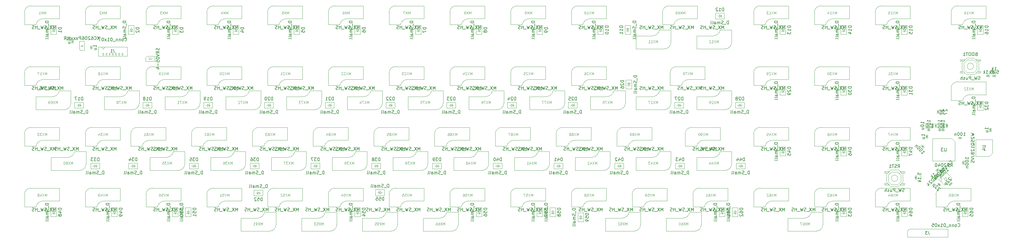
<source format=gbr>
G04 #@! TF.GenerationSoftware,KiCad,Pcbnew,8.0.4-1.fc39*
G04 #@! TF.CreationDate,2024-09-17T18:41:10-04:00*
G04 #@! TF.ProjectId,Q9-Chimera,51392d43-6869-46d6-9572-612e6b696361,rev?*
G04 #@! TF.SameCoordinates,Original*
G04 #@! TF.FileFunction,AssemblyDrawing,Bot*
%FSLAX46Y46*%
G04 Gerber Fmt 4.6, Leading zero omitted, Abs format (unit mm)*
G04 Created by KiCad (PCBNEW 8.0.4-1.fc39) date 2024-09-17 18:41:10*
%MOMM*%
%LPD*%
G01*
G04 APERTURE LIST*
%ADD10C,0.150000*%
%ADD11C,0.040000*%
%ADD12C,0.120000*%
%ADD13C,0.100000*%
%ADD14C,0.060000*%
%ADD15C,0.105000*%
%ADD16C,0.050000*%
G04 APERTURE END LIST*
D10*
X33624491Y-29612694D02*
X33624491Y-29041266D01*
X33624491Y-29326980D02*
X32624491Y-29326980D01*
X32624491Y-29326980D02*
X32767348Y-29231742D01*
X32767348Y-29231742D02*
X32862586Y-29136504D01*
X32862586Y-29136504D02*
X32910205Y-29041266D01*
X32957824Y-30469837D02*
X33624491Y-30469837D01*
X32957824Y-30041266D02*
X33481633Y-30041266D01*
X33481633Y-30041266D02*
X33576872Y-30088885D01*
X33576872Y-30088885D02*
X33624491Y-30184123D01*
X33624491Y-30184123D02*
X33624491Y-30326980D01*
X33624491Y-30326980D02*
X33576872Y-30422218D01*
X33576872Y-30422218D02*
X33529252Y-30469837D01*
D11*
X34419437Y-29737694D02*
X34431342Y-29725790D01*
X34431342Y-29725790D02*
X34443246Y-29690075D01*
X34443246Y-29690075D02*
X34443246Y-29666266D01*
X34443246Y-29666266D02*
X34431342Y-29630552D01*
X34431342Y-29630552D02*
X34407532Y-29606742D01*
X34407532Y-29606742D02*
X34383722Y-29594837D01*
X34383722Y-29594837D02*
X34336103Y-29582933D01*
X34336103Y-29582933D02*
X34300389Y-29582933D01*
X34300389Y-29582933D02*
X34252770Y-29594837D01*
X34252770Y-29594837D02*
X34228961Y-29606742D01*
X34228961Y-29606742D02*
X34205151Y-29630552D01*
X34205151Y-29630552D02*
X34193246Y-29666266D01*
X34193246Y-29666266D02*
X34193246Y-29690075D01*
X34193246Y-29690075D02*
X34205151Y-29725790D01*
X34205151Y-29725790D02*
X34217056Y-29737694D01*
X34217056Y-29832933D02*
X34205151Y-29844837D01*
X34205151Y-29844837D02*
X34193246Y-29868647D01*
X34193246Y-29868647D02*
X34193246Y-29928171D01*
X34193246Y-29928171D02*
X34205151Y-29951980D01*
X34205151Y-29951980D02*
X34217056Y-29963885D01*
X34217056Y-29963885D02*
X34240865Y-29975790D01*
X34240865Y-29975790D02*
X34264675Y-29975790D01*
X34264675Y-29975790D02*
X34300389Y-29963885D01*
X34300389Y-29963885D02*
X34443246Y-29821028D01*
X34443246Y-29821028D02*
X34443246Y-29975790D01*
D10*
X181419047Y-25854819D02*
X181419047Y-24854819D01*
X181419047Y-24854819D02*
X181085714Y-25569104D01*
X181085714Y-25569104D02*
X180752381Y-24854819D01*
X180752381Y-24854819D02*
X180752381Y-25854819D01*
X180371428Y-24854819D02*
X179704762Y-25854819D01*
X179704762Y-24854819D02*
X180371428Y-25854819D01*
X179561905Y-25950057D02*
X178800000Y-25950057D01*
X178609523Y-25807200D02*
X178466666Y-25854819D01*
X178466666Y-25854819D02*
X178228571Y-25854819D01*
X178228571Y-25854819D02*
X178133333Y-25807200D01*
X178133333Y-25807200D02*
X178085714Y-25759580D01*
X178085714Y-25759580D02*
X178038095Y-25664342D01*
X178038095Y-25664342D02*
X178038095Y-25569104D01*
X178038095Y-25569104D02*
X178085714Y-25473866D01*
X178085714Y-25473866D02*
X178133333Y-25426247D01*
X178133333Y-25426247D02*
X178228571Y-25378628D01*
X178228571Y-25378628D02*
X178419047Y-25331009D01*
X178419047Y-25331009D02*
X178514285Y-25283390D01*
X178514285Y-25283390D02*
X178561904Y-25235771D01*
X178561904Y-25235771D02*
X178609523Y-25140533D01*
X178609523Y-25140533D02*
X178609523Y-25045295D01*
X178609523Y-25045295D02*
X178561904Y-24950057D01*
X178561904Y-24950057D02*
X178514285Y-24902438D01*
X178514285Y-24902438D02*
X178419047Y-24854819D01*
X178419047Y-24854819D02*
X178180952Y-24854819D01*
X178180952Y-24854819D02*
X178038095Y-24902438D01*
X177704761Y-24854819D02*
X177466666Y-25854819D01*
X177466666Y-25854819D02*
X177276190Y-25140533D01*
X177276190Y-25140533D02*
X177085714Y-25854819D01*
X177085714Y-25854819D02*
X176847619Y-24854819D01*
X176704762Y-25950057D02*
X175942857Y-25950057D01*
X175704761Y-25854819D02*
X175704761Y-24854819D01*
X175704761Y-25331009D02*
X175133333Y-25331009D01*
X175133333Y-25854819D02*
X175133333Y-24854819D01*
X174704761Y-25807200D02*
X174561904Y-25854819D01*
X174561904Y-25854819D02*
X174323809Y-25854819D01*
X174323809Y-25854819D02*
X174228571Y-25807200D01*
X174228571Y-25807200D02*
X174180952Y-25759580D01*
X174180952Y-25759580D02*
X174133333Y-25664342D01*
X174133333Y-25664342D02*
X174133333Y-25569104D01*
X174133333Y-25569104D02*
X174180952Y-25473866D01*
X174180952Y-25473866D02*
X174228571Y-25426247D01*
X174228571Y-25426247D02*
X174323809Y-25378628D01*
X174323809Y-25378628D02*
X174514285Y-25331009D01*
X174514285Y-25331009D02*
X174609523Y-25283390D01*
X174609523Y-25283390D02*
X174657142Y-25235771D01*
X174657142Y-25235771D02*
X174704761Y-25140533D01*
X174704761Y-25140533D02*
X174704761Y-25045295D01*
X174704761Y-25045295D02*
X174657142Y-24950057D01*
X174657142Y-24950057D02*
X174609523Y-24902438D01*
X174609523Y-24902438D02*
X174514285Y-24854819D01*
X174514285Y-24854819D02*
X174276190Y-24854819D01*
X174276190Y-24854819D02*
X174133333Y-24902438D01*
D12*
X178328571Y-21263855D02*
X178328571Y-20463855D01*
X178328571Y-20463855D02*
X178061905Y-21035283D01*
X178061905Y-21035283D02*
X177795238Y-20463855D01*
X177795238Y-20463855D02*
X177795238Y-21263855D01*
X177490476Y-20463855D02*
X176957142Y-21263855D01*
X176957142Y-20463855D02*
X177490476Y-21263855D01*
X176614285Y-21263855D02*
X176461904Y-21263855D01*
X176461904Y-21263855D02*
X176385714Y-21225760D01*
X176385714Y-21225760D02*
X176347618Y-21187664D01*
X176347618Y-21187664D02*
X176271428Y-21073379D01*
X176271428Y-21073379D02*
X176233333Y-20920998D01*
X176233333Y-20920998D02*
X176233333Y-20616236D01*
X176233333Y-20616236D02*
X176271428Y-20540045D01*
X176271428Y-20540045D02*
X176309523Y-20501950D01*
X176309523Y-20501950D02*
X176385714Y-20463855D01*
X176385714Y-20463855D02*
X176538095Y-20463855D01*
X176538095Y-20463855D02*
X176614285Y-20501950D01*
X176614285Y-20501950D02*
X176652380Y-20540045D01*
X176652380Y-20540045D02*
X176690476Y-20616236D01*
X176690476Y-20616236D02*
X176690476Y-20806712D01*
X176690476Y-20806712D02*
X176652380Y-20882902D01*
X176652380Y-20882902D02*
X176614285Y-20920998D01*
X176614285Y-20920998D02*
X176538095Y-20959093D01*
X176538095Y-20959093D02*
X176385714Y-20959093D01*
X176385714Y-20959093D02*
X176309523Y-20920998D01*
X176309523Y-20920998D02*
X176271428Y-20882902D01*
X176271428Y-20882902D02*
X176233333Y-20806712D01*
D10*
X122086747Y-23431845D02*
X121086747Y-23431845D01*
X121086747Y-23431845D02*
X121086747Y-23669940D01*
X121086747Y-23669940D02*
X121134366Y-23812797D01*
X121134366Y-23812797D02*
X121229604Y-23908035D01*
X121229604Y-23908035D02*
X121324842Y-23955654D01*
X121324842Y-23955654D02*
X121515318Y-24003273D01*
X121515318Y-24003273D02*
X121658175Y-24003273D01*
X121658175Y-24003273D02*
X121848651Y-23955654D01*
X121848651Y-23955654D02*
X121943889Y-23908035D01*
X121943889Y-23908035D02*
X122039128Y-23812797D01*
X122039128Y-23812797D02*
X122086747Y-23669940D01*
X122086747Y-23669940D02*
X122086747Y-23431845D01*
X122181985Y-24193750D02*
X122181985Y-24955654D01*
X122039128Y-25146131D02*
X122086747Y-25288988D01*
X122086747Y-25288988D02*
X122086747Y-25527083D01*
X122086747Y-25527083D02*
X122039128Y-25622321D01*
X122039128Y-25622321D02*
X121991508Y-25669940D01*
X121991508Y-25669940D02*
X121896270Y-25717559D01*
X121896270Y-25717559D02*
X121801032Y-25717559D01*
X121801032Y-25717559D02*
X121705794Y-25669940D01*
X121705794Y-25669940D02*
X121658175Y-25622321D01*
X121658175Y-25622321D02*
X121610556Y-25527083D01*
X121610556Y-25527083D02*
X121562937Y-25336607D01*
X121562937Y-25336607D02*
X121515318Y-25241369D01*
X121515318Y-25241369D02*
X121467699Y-25193750D01*
X121467699Y-25193750D02*
X121372461Y-25146131D01*
X121372461Y-25146131D02*
X121277223Y-25146131D01*
X121277223Y-25146131D02*
X121181985Y-25193750D01*
X121181985Y-25193750D02*
X121134366Y-25241369D01*
X121134366Y-25241369D02*
X121086747Y-25336607D01*
X121086747Y-25336607D02*
X121086747Y-25574702D01*
X121086747Y-25574702D02*
X121134366Y-25717559D01*
X122086747Y-26146131D02*
X121420080Y-26146131D01*
X121515318Y-26146131D02*
X121467699Y-26193750D01*
X121467699Y-26193750D02*
X121420080Y-26288988D01*
X121420080Y-26288988D02*
X121420080Y-26431845D01*
X121420080Y-26431845D02*
X121467699Y-26527083D01*
X121467699Y-26527083D02*
X121562937Y-26574702D01*
X121562937Y-26574702D02*
X122086747Y-26574702D01*
X121562937Y-26574702D02*
X121467699Y-26622321D01*
X121467699Y-26622321D02*
X121420080Y-26717559D01*
X121420080Y-26717559D02*
X121420080Y-26860416D01*
X121420080Y-26860416D02*
X121467699Y-26955655D01*
X121467699Y-26955655D02*
X121562937Y-27003274D01*
X121562937Y-27003274D02*
X122086747Y-27003274D01*
X122086747Y-27908035D02*
X121562937Y-27908035D01*
X121562937Y-27908035D02*
X121467699Y-27860416D01*
X121467699Y-27860416D02*
X121420080Y-27765178D01*
X121420080Y-27765178D02*
X121420080Y-27574702D01*
X121420080Y-27574702D02*
X121467699Y-27479464D01*
X122039128Y-27908035D02*
X122086747Y-27812797D01*
X122086747Y-27812797D02*
X122086747Y-27574702D01*
X122086747Y-27574702D02*
X122039128Y-27479464D01*
X122039128Y-27479464D02*
X121943889Y-27431845D01*
X121943889Y-27431845D02*
X121848651Y-27431845D01*
X121848651Y-27431845D02*
X121753413Y-27479464D01*
X121753413Y-27479464D02*
X121705794Y-27574702D01*
X121705794Y-27574702D02*
X121705794Y-27812797D01*
X121705794Y-27812797D02*
X121658175Y-27908035D01*
X122086747Y-28527083D02*
X122039128Y-28431845D01*
X122039128Y-28431845D02*
X121943889Y-28384226D01*
X121943889Y-28384226D02*
X121086747Y-28384226D01*
X122086747Y-29050893D02*
X122039128Y-28955655D01*
X122039128Y-28955655D02*
X121943889Y-28908036D01*
X121943889Y-28908036D02*
X121086747Y-28908036D01*
X126186747Y-25455655D02*
X125186747Y-25455655D01*
X125186747Y-25455655D02*
X125186747Y-25693750D01*
X125186747Y-25693750D02*
X125234366Y-25836607D01*
X125234366Y-25836607D02*
X125329604Y-25931845D01*
X125329604Y-25931845D02*
X125424842Y-25979464D01*
X125424842Y-25979464D02*
X125615318Y-26027083D01*
X125615318Y-26027083D02*
X125758175Y-26027083D01*
X125758175Y-26027083D02*
X125948651Y-25979464D01*
X125948651Y-25979464D02*
X126043889Y-25931845D01*
X126043889Y-25931845D02*
X126139128Y-25836607D01*
X126139128Y-25836607D02*
X126186747Y-25693750D01*
X126186747Y-25693750D02*
X126186747Y-25455655D01*
X125186747Y-26884226D02*
X125186747Y-26693750D01*
X125186747Y-26693750D02*
X125234366Y-26598512D01*
X125234366Y-26598512D02*
X125281985Y-26550893D01*
X125281985Y-26550893D02*
X125424842Y-26455655D01*
X125424842Y-26455655D02*
X125615318Y-26408036D01*
X125615318Y-26408036D02*
X125996270Y-26408036D01*
X125996270Y-26408036D02*
X126091508Y-26455655D01*
X126091508Y-26455655D02*
X126139128Y-26503274D01*
X126139128Y-26503274D02*
X126186747Y-26598512D01*
X126186747Y-26598512D02*
X126186747Y-26788988D01*
X126186747Y-26788988D02*
X126139128Y-26884226D01*
X126139128Y-26884226D02*
X126091508Y-26931845D01*
X126091508Y-26931845D02*
X125996270Y-26979464D01*
X125996270Y-26979464D02*
X125758175Y-26979464D01*
X125758175Y-26979464D02*
X125662937Y-26931845D01*
X125662937Y-26931845D02*
X125615318Y-26884226D01*
X125615318Y-26884226D02*
X125567699Y-26788988D01*
X125567699Y-26788988D02*
X125567699Y-26598512D01*
X125567699Y-26598512D02*
X125615318Y-26503274D01*
X125615318Y-26503274D02*
X125662937Y-26455655D01*
X125662937Y-26455655D02*
X125758175Y-26408036D01*
X160186715Y-80581845D02*
X159186715Y-80581845D01*
X159186715Y-80581845D02*
X159186715Y-80819940D01*
X159186715Y-80819940D02*
X159234334Y-80962797D01*
X159234334Y-80962797D02*
X159329572Y-81058035D01*
X159329572Y-81058035D02*
X159424810Y-81105654D01*
X159424810Y-81105654D02*
X159615286Y-81153273D01*
X159615286Y-81153273D02*
X159758143Y-81153273D01*
X159758143Y-81153273D02*
X159948619Y-81105654D01*
X159948619Y-81105654D02*
X160043857Y-81058035D01*
X160043857Y-81058035D02*
X160139096Y-80962797D01*
X160139096Y-80962797D02*
X160186715Y-80819940D01*
X160186715Y-80819940D02*
X160186715Y-80581845D01*
X160281953Y-81343750D02*
X160281953Y-82105654D01*
X160139096Y-82296131D02*
X160186715Y-82438988D01*
X160186715Y-82438988D02*
X160186715Y-82677083D01*
X160186715Y-82677083D02*
X160139096Y-82772321D01*
X160139096Y-82772321D02*
X160091476Y-82819940D01*
X160091476Y-82819940D02*
X159996238Y-82867559D01*
X159996238Y-82867559D02*
X159901000Y-82867559D01*
X159901000Y-82867559D02*
X159805762Y-82819940D01*
X159805762Y-82819940D02*
X159758143Y-82772321D01*
X159758143Y-82772321D02*
X159710524Y-82677083D01*
X159710524Y-82677083D02*
X159662905Y-82486607D01*
X159662905Y-82486607D02*
X159615286Y-82391369D01*
X159615286Y-82391369D02*
X159567667Y-82343750D01*
X159567667Y-82343750D02*
X159472429Y-82296131D01*
X159472429Y-82296131D02*
X159377191Y-82296131D01*
X159377191Y-82296131D02*
X159281953Y-82343750D01*
X159281953Y-82343750D02*
X159234334Y-82391369D01*
X159234334Y-82391369D02*
X159186715Y-82486607D01*
X159186715Y-82486607D02*
X159186715Y-82724702D01*
X159186715Y-82724702D02*
X159234334Y-82867559D01*
X160186715Y-83296131D02*
X159520048Y-83296131D01*
X159615286Y-83296131D02*
X159567667Y-83343750D01*
X159567667Y-83343750D02*
X159520048Y-83438988D01*
X159520048Y-83438988D02*
X159520048Y-83581845D01*
X159520048Y-83581845D02*
X159567667Y-83677083D01*
X159567667Y-83677083D02*
X159662905Y-83724702D01*
X159662905Y-83724702D02*
X160186715Y-83724702D01*
X159662905Y-83724702D02*
X159567667Y-83772321D01*
X159567667Y-83772321D02*
X159520048Y-83867559D01*
X159520048Y-83867559D02*
X159520048Y-84010416D01*
X159520048Y-84010416D02*
X159567667Y-84105655D01*
X159567667Y-84105655D02*
X159662905Y-84153274D01*
X159662905Y-84153274D02*
X160186715Y-84153274D01*
X160186715Y-85058035D02*
X159662905Y-85058035D01*
X159662905Y-85058035D02*
X159567667Y-85010416D01*
X159567667Y-85010416D02*
X159520048Y-84915178D01*
X159520048Y-84915178D02*
X159520048Y-84724702D01*
X159520048Y-84724702D02*
X159567667Y-84629464D01*
X160139096Y-85058035D02*
X160186715Y-84962797D01*
X160186715Y-84962797D02*
X160186715Y-84724702D01*
X160186715Y-84724702D02*
X160139096Y-84629464D01*
X160139096Y-84629464D02*
X160043857Y-84581845D01*
X160043857Y-84581845D02*
X159948619Y-84581845D01*
X159948619Y-84581845D02*
X159853381Y-84629464D01*
X159853381Y-84629464D02*
X159805762Y-84724702D01*
X159805762Y-84724702D02*
X159805762Y-84962797D01*
X159805762Y-84962797D02*
X159758143Y-85058035D01*
X160186715Y-85677083D02*
X160139096Y-85581845D01*
X160139096Y-85581845D02*
X160043857Y-85534226D01*
X160043857Y-85534226D02*
X159186715Y-85534226D01*
X160186715Y-86200893D02*
X160139096Y-86105655D01*
X160139096Y-86105655D02*
X160043857Y-86058036D01*
X160043857Y-86058036D02*
X159186715Y-86058036D01*
X164286715Y-82129464D02*
X163286715Y-82129464D01*
X163286715Y-82129464D02*
X163286715Y-82367559D01*
X163286715Y-82367559D02*
X163334334Y-82510416D01*
X163334334Y-82510416D02*
X163429572Y-82605654D01*
X163429572Y-82605654D02*
X163524810Y-82653273D01*
X163524810Y-82653273D02*
X163715286Y-82700892D01*
X163715286Y-82700892D02*
X163858143Y-82700892D01*
X163858143Y-82700892D02*
X164048619Y-82653273D01*
X164048619Y-82653273D02*
X164143857Y-82605654D01*
X164143857Y-82605654D02*
X164239096Y-82510416D01*
X164239096Y-82510416D02*
X164286715Y-82367559D01*
X164286715Y-82367559D02*
X164286715Y-82129464D01*
X163286715Y-83605654D02*
X163286715Y-83129464D01*
X163286715Y-83129464D02*
X163762905Y-83081845D01*
X163762905Y-83081845D02*
X163715286Y-83129464D01*
X163715286Y-83129464D02*
X163667667Y-83224702D01*
X163667667Y-83224702D02*
X163667667Y-83462797D01*
X163667667Y-83462797D02*
X163715286Y-83558035D01*
X163715286Y-83558035D02*
X163762905Y-83605654D01*
X163762905Y-83605654D02*
X163858143Y-83653273D01*
X163858143Y-83653273D02*
X164096238Y-83653273D01*
X164096238Y-83653273D02*
X164191476Y-83605654D01*
X164191476Y-83605654D02*
X164239096Y-83558035D01*
X164239096Y-83558035D02*
X164286715Y-83462797D01*
X164286715Y-83462797D02*
X164286715Y-83224702D01*
X164286715Y-83224702D02*
X164239096Y-83129464D01*
X164239096Y-83129464D02*
X164191476Y-83081845D01*
X163286715Y-84510416D02*
X163286715Y-84319940D01*
X163286715Y-84319940D02*
X163334334Y-84224702D01*
X163334334Y-84224702D02*
X163381953Y-84177083D01*
X163381953Y-84177083D02*
X163524810Y-84081845D01*
X163524810Y-84081845D02*
X163715286Y-84034226D01*
X163715286Y-84034226D02*
X164096238Y-84034226D01*
X164096238Y-84034226D02*
X164191476Y-84081845D01*
X164191476Y-84081845D02*
X164239096Y-84129464D01*
X164239096Y-84129464D02*
X164286715Y-84224702D01*
X164286715Y-84224702D02*
X164286715Y-84415178D01*
X164286715Y-84415178D02*
X164239096Y-84510416D01*
X164239096Y-84510416D02*
X164191476Y-84558035D01*
X164191476Y-84558035D02*
X164096238Y-84605654D01*
X164096238Y-84605654D02*
X163858143Y-84605654D01*
X163858143Y-84605654D02*
X163762905Y-84558035D01*
X163762905Y-84558035D02*
X163715286Y-84510416D01*
X163715286Y-84510416D02*
X163667667Y-84415178D01*
X163667667Y-84415178D02*
X163667667Y-84224702D01*
X163667667Y-84224702D02*
X163715286Y-84129464D01*
X163715286Y-84129464D02*
X163762905Y-84081845D01*
X163762905Y-84081845D02*
X163858143Y-84034226D01*
X61544664Y-31960735D02*
X61592283Y-32103592D01*
X61592283Y-32103592D02*
X61592283Y-32341687D01*
X61592283Y-32341687D02*
X61544664Y-32436925D01*
X61544664Y-32436925D02*
X61497044Y-32484544D01*
X61497044Y-32484544D02*
X61401806Y-32532163D01*
X61401806Y-32532163D02*
X61306568Y-32532163D01*
X61306568Y-32532163D02*
X61211330Y-32484544D01*
X61211330Y-32484544D02*
X61163711Y-32436925D01*
X61163711Y-32436925D02*
X61116092Y-32341687D01*
X61116092Y-32341687D02*
X61068473Y-32151211D01*
X61068473Y-32151211D02*
X61020854Y-32055973D01*
X61020854Y-32055973D02*
X60973235Y-32008354D01*
X60973235Y-32008354D02*
X60877997Y-31960735D01*
X60877997Y-31960735D02*
X60782759Y-31960735D01*
X60782759Y-31960735D02*
X60687521Y-32008354D01*
X60687521Y-32008354D02*
X60639902Y-32055973D01*
X60639902Y-32055973D02*
X60592283Y-32151211D01*
X60592283Y-32151211D02*
X60592283Y-32389306D01*
X60592283Y-32389306D02*
X60639902Y-32532163D01*
X61592283Y-33532163D02*
X61116092Y-33198830D01*
X61592283Y-32960735D02*
X60592283Y-32960735D01*
X60592283Y-32960735D02*
X60592283Y-33341687D01*
X60592283Y-33341687D02*
X60639902Y-33436925D01*
X60639902Y-33436925D02*
X60687521Y-33484544D01*
X60687521Y-33484544D02*
X60782759Y-33532163D01*
X60782759Y-33532163D02*
X60925616Y-33532163D01*
X60925616Y-33532163D02*
X61020854Y-33484544D01*
X61020854Y-33484544D02*
X61068473Y-33436925D01*
X61068473Y-33436925D02*
X61116092Y-33341687D01*
X61116092Y-33341687D02*
X61116092Y-32960735D01*
X60592283Y-33817878D02*
X61592283Y-34151211D01*
X61592283Y-34151211D02*
X60592283Y-34484544D01*
X60592283Y-35008354D02*
X60592283Y-35103592D01*
X60592283Y-35103592D02*
X60639902Y-35198830D01*
X60639902Y-35198830D02*
X60687521Y-35246449D01*
X60687521Y-35246449D02*
X60782759Y-35294068D01*
X60782759Y-35294068D02*
X60973235Y-35341687D01*
X60973235Y-35341687D02*
X61211330Y-35341687D01*
X61211330Y-35341687D02*
X61401806Y-35294068D01*
X61401806Y-35294068D02*
X61497044Y-35246449D01*
X61497044Y-35246449D02*
X61544664Y-35198830D01*
X61544664Y-35198830D02*
X61592283Y-35103592D01*
X61592283Y-35103592D02*
X61592283Y-35008354D01*
X61592283Y-35008354D02*
X61544664Y-34913116D01*
X61544664Y-34913116D02*
X61497044Y-34865497D01*
X61497044Y-34865497D02*
X61401806Y-34817878D01*
X61401806Y-34817878D02*
X61211330Y-34770259D01*
X61211330Y-34770259D02*
X60973235Y-34770259D01*
X60973235Y-34770259D02*
X60782759Y-34817878D01*
X60782759Y-34817878D02*
X60687521Y-34865497D01*
X60687521Y-34865497D02*
X60639902Y-34913116D01*
X60639902Y-34913116D02*
X60592283Y-35008354D01*
X60592283Y-36246449D02*
X60592283Y-35770259D01*
X60592283Y-35770259D02*
X61068473Y-35722640D01*
X61068473Y-35722640D02*
X61020854Y-35770259D01*
X61020854Y-35770259D02*
X60973235Y-35865497D01*
X60973235Y-35865497D02*
X60973235Y-36103592D01*
X60973235Y-36103592D02*
X61020854Y-36198830D01*
X61020854Y-36198830D02*
X61068473Y-36246449D01*
X61068473Y-36246449D02*
X61163711Y-36294068D01*
X61163711Y-36294068D02*
X61401806Y-36294068D01*
X61401806Y-36294068D02*
X61497044Y-36246449D01*
X61497044Y-36246449D02*
X61544664Y-36198830D01*
X61544664Y-36198830D02*
X61592283Y-36103592D01*
X61592283Y-36103592D02*
X61592283Y-35865497D01*
X61592283Y-35865497D02*
X61544664Y-35770259D01*
X61544664Y-35770259D02*
X61497044Y-35722640D01*
X61211330Y-36722640D02*
X61211330Y-37484545D01*
X60925616Y-38389306D02*
X61592283Y-38389306D01*
X60544664Y-38151211D02*
X61258949Y-37913116D01*
X61258949Y-37913116D02*
X61258949Y-38532163D01*
D13*
X59194606Y-34895011D02*
X59194606Y-35380725D01*
X59194606Y-35380725D02*
X59166035Y-35437868D01*
X59166035Y-35437868D02*
X59137464Y-35466440D01*
X59137464Y-35466440D02*
X59080321Y-35495011D01*
X59080321Y-35495011D02*
X58966035Y-35495011D01*
X58966035Y-35495011D02*
X58908892Y-35466440D01*
X58908892Y-35466440D02*
X58880321Y-35437868D01*
X58880321Y-35437868D02*
X58851749Y-35380725D01*
X58851749Y-35380725D02*
X58851749Y-34895011D01*
X58594607Y-34952154D02*
X58566035Y-34923582D01*
X58566035Y-34923582D02*
X58508893Y-34895011D01*
X58508893Y-34895011D02*
X58366035Y-34895011D01*
X58366035Y-34895011D02*
X58308893Y-34923582D01*
X58308893Y-34923582D02*
X58280321Y-34952154D01*
X58280321Y-34952154D02*
X58251750Y-35009297D01*
X58251750Y-35009297D02*
X58251750Y-35066440D01*
X58251750Y-35066440D02*
X58280321Y-35152154D01*
X58280321Y-35152154D02*
X58623178Y-35495011D01*
X58623178Y-35495011D02*
X58251750Y-35495011D01*
D10*
X227591416Y-71412587D02*
X227591416Y-70412587D01*
X227591416Y-70412587D02*
X227353321Y-70412587D01*
X227353321Y-70412587D02*
X227210464Y-70460206D01*
X227210464Y-70460206D02*
X227115226Y-70555444D01*
X227115226Y-70555444D02*
X227067607Y-70650682D01*
X227067607Y-70650682D02*
X227019988Y-70841158D01*
X227019988Y-70841158D02*
X227019988Y-70984015D01*
X227019988Y-70984015D02*
X227067607Y-71174491D01*
X227067607Y-71174491D02*
X227115226Y-71269729D01*
X227115226Y-71269729D02*
X227210464Y-71364968D01*
X227210464Y-71364968D02*
X227353321Y-71412587D01*
X227353321Y-71412587D02*
X227591416Y-71412587D01*
X226829512Y-71507825D02*
X226067607Y-71507825D01*
X225877130Y-71364968D02*
X225734273Y-71412587D01*
X225734273Y-71412587D02*
X225496178Y-71412587D01*
X225496178Y-71412587D02*
X225400940Y-71364968D01*
X225400940Y-71364968D02*
X225353321Y-71317348D01*
X225353321Y-71317348D02*
X225305702Y-71222110D01*
X225305702Y-71222110D02*
X225305702Y-71126872D01*
X225305702Y-71126872D02*
X225353321Y-71031634D01*
X225353321Y-71031634D02*
X225400940Y-70984015D01*
X225400940Y-70984015D02*
X225496178Y-70936396D01*
X225496178Y-70936396D02*
X225686654Y-70888777D01*
X225686654Y-70888777D02*
X225781892Y-70841158D01*
X225781892Y-70841158D02*
X225829511Y-70793539D01*
X225829511Y-70793539D02*
X225877130Y-70698301D01*
X225877130Y-70698301D02*
X225877130Y-70603063D01*
X225877130Y-70603063D02*
X225829511Y-70507825D01*
X225829511Y-70507825D02*
X225781892Y-70460206D01*
X225781892Y-70460206D02*
X225686654Y-70412587D01*
X225686654Y-70412587D02*
X225448559Y-70412587D01*
X225448559Y-70412587D02*
X225305702Y-70460206D01*
X224877130Y-71412587D02*
X224877130Y-70745920D01*
X224877130Y-70841158D02*
X224829511Y-70793539D01*
X224829511Y-70793539D02*
X224734273Y-70745920D01*
X224734273Y-70745920D02*
X224591416Y-70745920D01*
X224591416Y-70745920D02*
X224496178Y-70793539D01*
X224496178Y-70793539D02*
X224448559Y-70888777D01*
X224448559Y-70888777D02*
X224448559Y-71412587D01*
X224448559Y-70888777D02*
X224400940Y-70793539D01*
X224400940Y-70793539D02*
X224305702Y-70745920D01*
X224305702Y-70745920D02*
X224162845Y-70745920D01*
X224162845Y-70745920D02*
X224067606Y-70793539D01*
X224067606Y-70793539D02*
X224019987Y-70888777D01*
X224019987Y-70888777D02*
X224019987Y-71412587D01*
X223115226Y-71412587D02*
X223115226Y-70888777D01*
X223115226Y-70888777D02*
X223162845Y-70793539D01*
X223162845Y-70793539D02*
X223258083Y-70745920D01*
X223258083Y-70745920D02*
X223448559Y-70745920D01*
X223448559Y-70745920D02*
X223543797Y-70793539D01*
X223115226Y-71364968D02*
X223210464Y-71412587D01*
X223210464Y-71412587D02*
X223448559Y-71412587D01*
X223448559Y-71412587D02*
X223543797Y-71364968D01*
X223543797Y-71364968D02*
X223591416Y-71269729D01*
X223591416Y-71269729D02*
X223591416Y-71174491D01*
X223591416Y-71174491D02*
X223543797Y-71079253D01*
X223543797Y-71079253D02*
X223448559Y-71031634D01*
X223448559Y-71031634D02*
X223210464Y-71031634D01*
X223210464Y-71031634D02*
X223115226Y-70984015D01*
X222496178Y-71412587D02*
X222591416Y-71364968D01*
X222591416Y-71364968D02*
X222639035Y-71269729D01*
X222639035Y-71269729D02*
X222639035Y-70412587D01*
X221972368Y-71412587D02*
X222067606Y-71364968D01*
X222067606Y-71364968D02*
X222115225Y-71269729D01*
X222115225Y-71269729D02*
X222115225Y-70412587D01*
X226043797Y-67312586D02*
X226043797Y-66312586D01*
X226043797Y-66312586D02*
X225805702Y-66312586D01*
X225805702Y-66312586D02*
X225662845Y-66360205D01*
X225662845Y-66360205D02*
X225567607Y-66455443D01*
X225567607Y-66455443D02*
X225519988Y-66550681D01*
X225519988Y-66550681D02*
X225472369Y-66741157D01*
X225472369Y-66741157D02*
X225472369Y-66884014D01*
X225472369Y-66884014D02*
X225519988Y-67074490D01*
X225519988Y-67074490D02*
X225567607Y-67169728D01*
X225567607Y-67169728D02*
X225662845Y-67264967D01*
X225662845Y-67264967D02*
X225805702Y-67312586D01*
X225805702Y-67312586D02*
X226043797Y-67312586D01*
X224615226Y-66645919D02*
X224615226Y-67312586D01*
X224853321Y-66264967D02*
X225091416Y-66979252D01*
X225091416Y-66979252D02*
X224472369Y-66979252D01*
X224186654Y-66312586D02*
X223567607Y-66312586D01*
X223567607Y-66312586D02*
X223900940Y-66693538D01*
X223900940Y-66693538D02*
X223758083Y-66693538D01*
X223758083Y-66693538D02*
X223662845Y-66741157D01*
X223662845Y-66741157D02*
X223615226Y-66788776D01*
X223615226Y-66788776D02*
X223567607Y-66884014D01*
X223567607Y-66884014D02*
X223567607Y-67122109D01*
X223567607Y-67122109D02*
X223615226Y-67217347D01*
X223615226Y-67217347D02*
X223662845Y-67264967D01*
X223662845Y-67264967D02*
X223758083Y-67312586D01*
X223758083Y-67312586D02*
X224043797Y-67312586D01*
X224043797Y-67312586D02*
X224139035Y-67264967D01*
X224139035Y-67264967D02*
X224186654Y-67217347D01*
X86169047Y-44904819D02*
X86169047Y-43904819D01*
X86169047Y-43904819D02*
X85835714Y-44619104D01*
X85835714Y-44619104D02*
X85502381Y-43904819D01*
X85502381Y-43904819D02*
X85502381Y-44904819D01*
X85121428Y-43904819D02*
X84454762Y-44904819D01*
X84454762Y-43904819D02*
X85121428Y-44904819D01*
X84311905Y-45000057D02*
X83550000Y-45000057D01*
X83359523Y-44857200D02*
X83216666Y-44904819D01*
X83216666Y-44904819D02*
X82978571Y-44904819D01*
X82978571Y-44904819D02*
X82883333Y-44857200D01*
X82883333Y-44857200D02*
X82835714Y-44809580D01*
X82835714Y-44809580D02*
X82788095Y-44714342D01*
X82788095Y-44714342D02*
X82788095Y-44619104D01*
X82788095Y-44619104D02*
X82835714Y-44523866D01*
X82835714Y-44523866D02*
X82883333Y-44476247D01*
X82883333Y-44476247D02*
X82978571Y-44428628D01*
X82978571Y-44428628D02*
X83169047Y-44381009D01*
X83169047Y-44381009D02*
X83264285Y-44333390D01*
X83264285Y-44333390D02*
X83311904Y-44285771D01*
X83311904Y-44285771D02*
X83359523Y-44190533D01*
X83359523Y-44190533D02*
X83359523Y-44095295D01*
X83359523Y-44095295D02*
X83311904Y-44000057D01*
X83311904Y-44000057D02*
X83264285Y-43952438D01*
X83264285Y-43952438D02*
X83169047Y-43904819D01*
X83169047Y-43904819D02*
X82930952Y-43904819D01*
X82930952Y-43904819D02*
X82788095Y-43952438D01*
X82454761Y-43904819D02*
X82216666Y-44904819D01*
X82216666Y-44904819D02*
X82026190Y-44190533D01*
X82026190Y-44190533D02*
X81835714Y-44904819D01*
X81835714Y-44904819D02*
X81597619Y-43904819D01*
X81454762Y-45000057D02*
X80692857Y-45000057D01*
X80454761Y-44904819D02*
X80454761Y-43904819D01*
X80454761Y-44381009D02*
X79883333Y-44381009D01*
X79883333Y-44904819D02*
X79883333Y-43904819D01*
X79454761Y-44857200D02*
X79311904Y-44904819D01*
X79311904Y-44904819D02*
X79073809Y-44904819D01*
X79073809Y-44904819D02*
X78978571Y-44857200D01*
X78978571Y-44857200D02*
X78930952Y-44809580D01*
X78930952Y-44809580D02*
X78883333Y-44714342D01*
X78883333Y-44714342D02*
X78883333Y-44619104D01*
X78883333Y-44619104D02*
X78930952Y-44523866D01*
X78930952Y-44523866D02*
X78978571Y-44476247D01*
X78978571Y-44476247D02*
X79073809Y-44428628D01*
X79073809Y-44428628D02*
X79264285Y-44381009D01*
X79264285Y-44381009D02*
X79359523Y-44333390D01*
X79359523Y-44333390D02*
X79407142Y-44285771D01*
X79407142Y-44285771D02*
X79454761Y-44190533D01*
X79454761Y-44190533D02*
X79454761Y-44095295D01*
X79454761Y-44095295D02*
X79407142Y-44000057D01*
X79407142Y-44000057D02*
X79359523Y-43952438D01*
X79359523Y-43952438D02*
X79264285Y-43904819D01*
X79264285Y-43904819D02*
X79026190Y-43904819D01*
X79026190Y-43904819D02*
X78883333Y-43952438D01*
D12*
X83459523Y-40313855D02*
X83459523Y-39513855D01*
X83459523Y-39513855D02*
X83192857Y-40085283D01*
X83192857Y-40085283D02*
X82926190Y-39513855D01*
X82926190Y-39513855D02*
X82926190Y-40313855D01*
X82621428Y-39513855D02*
X82088094Y-40313855D01*
X82088094Y-39513855D02*
X82621428Y-40313855D01*
X81821428Y-39590045D02*
X81783332Y-39551950D01*
X81783332Y-39551950D02*
X81707142Y-39513855D01*
X81707142Y-39513855D02*
X81516666Y-39513855D01*
X81516666Y-39513855D02*
X81440475Y-39551950D01*
X81440475Y-39551950D02*
X81402380Y-39590045D01*
X81402380Y-39590045D02*
X81364285Y-39666236D01*
X81364285Y-39666236D02*
X81364285Y-39742426D01*
X81364285Y-39742426D02*
X81402380Y-39856712D01*
X81402380Y-39856712D02*
X81859523Y-40313855D01*
X81859523Y-40313855D02*
X81364285Y-40313855D01*
X80869046Y-39513855D02*
X80792856Y-39513855D01*
X80792856Y-39513855D02*
X80716665Y-39551950D01*
X80716665Y-39551950D02*
X80678570Y-39590045D01*
X80678570Y-39590045D02*
X80640475Y-39666236D01*
X80640475Y-39666236D02*
X80602380Y-39818617D01*
X80602380Y-39818617D02*
X80602380Y-40009093D01*
X80602380Y-40009093D02*
X80640475Y-40161474D01*
X80640475Y-40161474D02*
X80678570Y-40237664D01*
X80678570Y-40237664D02*
X80716665Y-40275760D01*
X80716665Y-40275760D02*
X80792856Y-40313855D01*
X80792856Y-40313855D02*
X80869046Y-40313855D01*
X80869046Y-40313855D02*
X80945237Y-40275760D01*
X80945237Y-40275760D02*
X80983332Y-40237664D01*
X80983332Y-40237664D02*
X81021427Y-40161474D01*
X81021427Y-40161474D02*
X81059523Y-40009093D01*
X81059523Y-40009093D02*
X81059523Y-39818617D01*
X81059523Y-39818617D02*
X81021427Y-39666236D01*
X81021427Y-39666236D02*
X80983332Y-39590045D01*
X80983332Y-39590045D02*
X80945237Y-39551950D01*
X80945237Y-39551950D02*
X80869046Y-39513855D01*
D10*
X236187615Y-63954819D02*
X236187615Y-62954819D01*
X236187615Y-62954819D02*
X235854282Y-63669104D01*
X235854282Y-63669104D02*
X235520949Y-62954819D01*
X235520949Y-62954819D02*
X235520949Y-63954819D01*
X235139996Y-62954819D02*
X234473330Y-63954819D01*
X234473330Y-62954819D02*
X235139996Y-63954819D01*
X234330473Y-64050057D02*
X233568568Y-64050057D01*
X233378091Y-63907200D02*
X233235234Y-63954819D01*
X233235234Y-63954819D02*
X232997139Y-63954819D01*
X232997139Y-63954819D02*
X232901901Y-63907200D01*
X232901901Y-63907200D02*
X232854282Y-63859580D01*
X232854282Y-63859580D02*
X232806663Y-63764342D01*
X232806663Y-63764342D02*
X232806663Y-63669104D01*
X232806663Y-63669104D02*
X232854282Y-63573866D01*
X232854282Y-63573866D02*
X232901901Y-63526247D01*
X232901901Y-63526247D02*
X232997139Y-63478628D01*
X232997139Y-63478628D02*
X233187615Y-63431009D01*
X233187615Y-63431009D02*
X233282853Y-63383390D01*
X233282853Y-63383390D02*
X233330472Y-63335771D01*
X233330472Y-63335771D02*
X233378091Y-63240533D01*
X233378091Y-63240533D02*
X233378091Y-63145295D01*
X233378091Y-63145295D02*
X233330472Y-63050057D01*
X233330472Y-63050057D02*
X233282853Y-63002438D01*
X233282853Y-63002438D02*
X233187615Y-62954819D01*
X233187615Y-62954819D02*
X232949520Y-62954819D01*
X232949520Y-62954819D02*
X232806663Y-63002438D01*
X232473329Y-62954819D02*
X232235234Y-63954819D01*
X232235234Y-63954819D02*
X232044758Y-63240533D01*
X232044758Y-63240533D02*
X231854282Y-63954819D01*
X231854282Y-63954819D02*
X231616187Y-62954819D01*
X231473330Y-64050057D02*
X230711425Y-64050057D01*
X230473329Y-63954819D02*
X230473329Y-62954819D01*
X230473329Y-63431009D02*
X229901901Y-63431009D01*
X229901901Y-63954819D02*
X229901901Y-62954819D01*
X229473329Y-63907200D02*
X229330472Y-63954819D01*
X229330472Y-63954819D02*
X229092377Y-63954819D01*
X229092377Y-63954819D02*
X228997139Y-63907200D01*
X228997139Y-63907200D02*
X228949520Y-63859580D01*
X228949520Y-63859580D02*
X228901901Y-63764342D01*
X228901901Y-63764342D02*
X228901901Y-63669104D01*
X228901901Y-63669104D02*
X228949520Y-63573866D01*
X228949520Y-63573866D02*
X228997139Y-63526247D01*
X228997139Y-63526247D02*
X229092377Y-63478628D01*
X229092377Y-63478628D02*
X229282853Y-63431009D01*
X229282853Y-63431009D02*
X229378091Y-63383390D01*
X229378091Y-63383390D02*
X229425710Y-63335771D01*
X229425710Y-63335771D02*
X229473329Y-63240533D01*
X229473329Y-63240533D02*
X229473329Y-63145295D01*
X229473329Y-63145295D02*
X229425710Y-63050057D01*
X229425710Y-63050057D02*
X229378091Y-63002438D01*
X229378091Y-63002438D02*
X229282853Y-62954819D01*
X229282853Y-62954819D02*
X229044758Y-62954819D01*
X229044758Y-62954819D02*
X228901901Y-63002438D01*
D12*
X233478091Y-59363855D02*
X233478091Y-58563855D01*
X233478091Y-58563855D02*
X233211425Y-59135283D01*
X233211425Y-59135283D02*
X232944758Y-58563855D01*
X232944758Y-58563855D02*
X232944758Y-59363855D01*
X232639996Y-58563855D02*
X232106662Y-59363855D01*
X232106662Y-58563855D02*
X232639996Y-59363855D01*
X231763805Y-59363855D02*
X231611424Y-59363855D01*
X231611424Y-59363855D02*
X231535234Y-59325760D01*
X231535234Y-59325760D02*
X231497138Y-59287664D01*
X231497138Y-59287664D02*
X231420948Y-59173379D01*
X231420948Y-59173379D02*
X231382853Y-59020998D01*
X231382853Y-59020998D02*
X231382853Y-58716236D01*
X231382853Y-58716236D02*
X231420948Y-58640045D01*
X231420948Y-58640045D02*
X231459043Y-58601950D01*
X231459043Y-58601950D02*
X231535234Y-58563855D01*
X231535234Y-58563855D02*
X231687615Y-58563855D01*
X231687615Y-58563855D02*
X231763805Y-58601950D01*
X231763805Y-58601950D02*
X231801900Y-58640045D01*
X231801900Y-58640045D02*
X231839996Y-58716236D01*
X231839996Y-58716236D02*
X231839996Y-58906712D01*
X231839996Y-58906712D02*
X231801900Y-58982902D01*
X231801900Y-58982902D02*
X231763805Y-59020998D01*
X231763805Y-59020998D02*
X231687615Y-59059093D01*
X231687615Y-59059093D02*
X231535234Y-59059093D01*
X231535234Y-59059093D02*
X231459043Y-59020998D01*
X231459043Y-59020998D02*
X231420948Y-58982902D01*
X231420948Y-58982902D02*
X231382853Y-58906712D01*
X230887614Y-58563855D02*
X230811424Y-58563855D01*
X230811424Y-58563855D02*
X230735233Y-58601950D01*
X230735233Y-58601950D02*
X230697138Y-58640045D01*
X230697138Y-58640045D02*
X230659043Y-58716236D01*
X230659043Y-58716236D02*
X230620948Y-58868617D01*
X230620948Y-58868617D02*
X230620948Y-59059093D01*
X230620948Y-59059093D02*
X230659043Y-59211474D01*
X230659043Y-59211474D02*
X230697138Y-59287664D01*
X230697138Y-59287664D02*
X230735233Y-59325760D01*
X230735233Y-59325760D02*
X230811424Y-59363855D01*
X230811424Y-59363855D02*
X230887614Y-59363855D01*
X230887614Y-59363855D02*
X230963805Y-59325760D01*
X230963805Y-59325760D02*
X231001900Y-59287664D01*
X231001900Y-59287664D02*
X231039995Y-59211474D01*
X231039995Y-59211474D02*
X231078091Y-59059093D01*
X231078091Y-59059093D02*
X231078091Y-58868617D01*
X231078091Y-58868617D02*
X231039995Y-58716236D01*
X231039995Y-58716236D02*
X231001900Y-58640045D01*
X231001900Y-58640045D02*
X230963805Y-58601950D01*
X230963805Y-58601950D02*
X230887614Y-58563855D01*
D10*
X26836827Y-23431845D02*
X25836827Y-23431845D01*
X25836827Y-23431845D02*
X25836827Y-23669940D01*
X25836827Y-23669940D02*
X25884446Y-23812797D01*
X25884446Y-23812797D02*
X25979684Y-23908035D01*
X25979684Y-23908035D02*
X26074922Y-23955654D01*
X26074922Y-23955654D02*
X26265398Y-24003273D01*
X26265398Y-24003273D02*
X26408255Y-24003273D01*
X26408255Y-24003273D02*
X26598731Y-23955654D01*
X26598731Y-23955654D02*
X26693969Y-23908035D01*
X26693969Y-23908035D02*
X26789208Y-23812797D01*
X26789208Y-23812797D02*
X26836827Y-23669940D01*
X26836827Y-23669940D02*
X26836827Y-23431845D01*
X26932065Y-24193750D02*
X26932065Y-24955654D01*
X26789208Y-25146131D02*
X26836827Y-25288988D01*
X26836827Y-25288988D02*
X26836827Y-25527083D01*
X26836827Y-25527083D02*
X26789208Y-25622321D01*
X26789208Y-25622321D02*
X26741588Y-25669940D01*
X26741588Y-25669940D02*
X26646350Y-25717559D01*
X26646350Y-25717559D02*
X26551112Y-25717559D01*
X26551112Y-25717559D02*
X26455874Y-25669940D01*
X26455874Y-25669940D02*
X26408255Y-25622321D01*
X26408255Y-25622321D02*
X26360636Y-25527083D01*
X26360636Y-25527083D02*
X26313017Y-25336607D01*
X26313017Y-25336607D02*
X26265398Y-25241369D01*
X26265398Y-25241369D02*
X26217779Y-25193750D01*
X26217779Y-25193750D02*
X26122541Y-25146131D01*
X26122541Y-25146131D02*
X26027303Y-25146131D01*
X26027303Y-25146131D02*
X25932065Y-25193750D01*
X25932065Y-25193750D02*
X25884446Y-25241369D01*
X25884446Y-25241369D02*
X25836827Y-25336607D01*
X25836827Y-25336607D02*
X25836827Y-25574702D01*
X25836827Y-25574702D02*
X25884446Y-25717559D01*
X26836827Y-26146131D02*
X26170160Y-26146131D01*
X26265398Y-26146131D02*
X26217779Y-26193750D01*
X26217779Y-26193750D02*
X26170160Y-26288988D01*
X26170160Y-26288988D02*
X26170160Y-26431845D01*
X26170160Y-26431845D02*
X26217779Y-26527083D01*
X26217779Y-26527083D02*
X26313017Y-26574702D01*
X26313017Y-26574702D02*
X26836827Y-26574702D01*
X26313017Y-26574702D02*
X26217779Y-26622321D01*
X26217779Y-26622321D02*
X26170160Y-26717559D01*
X26170160Y-26717559D02*
X26170160Y-26860416D01*
X26170160Y-26860416D02*
X26217779Y-26955655D01*
X26217779Y-26955655D02*
X26313017Y-27003274D01*
X26313017Y-27003274D02*
X26836827Y-27003274D01*
X26836827Y-27908035D02*
X26313017Y-27908035D01*
X26313017Y-27908035D02*
X26217779Y-27860416D01*
X26217779Y-27860416D02*
X26170160Y-27765178D01*
X26170160Y-27765178D02*
X26170160Y-27574702D01*
X26170160Y-27574702D02*
X26217779Y-27479464D01*
X26789208Y-27908035D02*
X26836827Y-27812797D01*
X26836827Y-27812797D02*
X26836827Y-27574702D01*
X26836827Y-27574702D02*
X26789208Y-27479464D01*
X26789208Y-27479464D02*
X26693969Y-27431845D01*
X26693969Y-27431845D02*
X26598731Y-27431845D01*
X26598731Y-27431845D02*
X26503493Y-27479464D01*
X26503493Y-27479464D02*
X26455874Y-27574702D01*
X26455874Y-27574702D02*
X26455874Y-27812797D01*
X26455874Y-27812797D02*
X26408255Y-27908035D01*
X26836827Y-28527083D02*
X26789208Y-28431845D01*
X26789208Y-28431845D02*
X26693969Y-28384226D01*
X26693969Y-28384226D02*
X25836827Y-28384226D01*
X26836827Y-29050893D02*
X26789208Y-28955655D01*
X26789208Y-28955655D02*
X26693969Y-28908036D01*
X26693969Y-28908036D02*
X25836827Y-28908036D01*
X30936827Y-25455655D02*
X29936827Y-25455655D01*
X29936827Y-25455655D02*
X29936827Y-25693750D01*
X29936827Y-25693750D02*
X29984446Y-25836607D01*
X29984446Y-25836607D02*
X30079684Y-25931845D01*
X30079684Y-25931845D02*
X30174922Y-25979464D01*
X30174922Y-25979464D02*
X30365398Y-26027083D01*
X30365398Y-26027083D02*
X30508255Y-26027083D01*
X30508255Y-26027083D02*
X30698731Y-25979464D01*
X30698731Y-25979464D02*
X30793969Y-25931845D01*
X30793969Y-25931845D02*
X30889208Y-25836607D01*
X30889208Y-25836607D02*
X30936827Y-25693750D01*
X30936827Y-25693750D02*
X30936827Y-25455655D01*
X30936827Y-26979464D02*
X30936827Y-26408036D01*
X30936827Y-26693750D02*
X29936827Y-26693750D01*
X29936827Y-26693750D02*
X30079684Y-26598512D01*
X30079684Y-26598512D02*
X30174922Y-26503274D01*
X30174922Y-26503274D02*
X30222541Y-26408036D01*
X64936795Y-23431845D02*
X63936795Y-23431845D01*
X63936795Y-23431845D02*
X63936795Y-23669940D01*
X63936795Y-23669940D02*
X63984414Y-23812797D01*
X63984414Y-23812797D02*
X64079652Y-23908035D01*
X64079652Y-23908035D02*
X64174890Y-23955654D01*
X64174890Y-23955654D02*
X64365366Y-24003273D01*
X64365366Y-24003273D02*
X64508223Y-24003273D01*
X64508223Y-24003273D02*
X64698699Y-23955654D01*
X64698699Y-23955654D02*
X64793937Y-23908035D01*
X64793937Y-23908035D02*
X64889176Y-23812797D01*
X64889176Y-23812797D02*
X64936795Y-23669940D01*
X64936795Y-23669940D02*
X64936795Y-23431845D01*
X65032033Y-24193750D02*
X65032033Y-24955654D01*
X64889176Y-25146131D02*
X64936795Y-25288988D01*
X64936795Y-25288988D02*
X64936795Y-25527083D01*
X64936795Y-25527083D02*
X64889176Y-25622321D01*
X64889176Y-25622321D02*
X64841556Y-25669940D01*
X64841556Y-25669940D02*
X64746318Y-25717559D01*
X64746318Y-25717559D02*
X64651080Y-25717559D01*
X64651080Y-25717559D02*
X64555842Y-25669940D01*
X64555842Y-25669940D02*
X64508223Y-25622321D01*
X64508223Y-25622321D02*
X64460604Y-25527083D01*
X64460604Y-25527083D02*
X64412985Y-25336607D01*
X64412985Y-25336607D02*
X64365366Y-25241369D01*
X64365366Y-25241369D02*
X64317747Y-25193750D01*
X64317747Y-25193750D02*
X64222509Y-25146131D01*
X64222509Y-25146131D02*
X64127271Y-25146131D01*
X64127271Y-25146131D02*
X64032033Y-25193750D01*
X64032033Y-25193750D02*
X63984414Y-25241369D01*
X63984414Y-25241369D02*
X63936795Y-25336607D01*
X63936795Y-25336607D02*
X63936795Y-25574702D01*
X63936795Y-25574702D02*
X63984414Y-25717559D01*
X64936795Y-26146131D02*
X64270128Y-26146131D01*
X64365366Y-26146131D02*
X64317747Y-26193750D01*
X64317747Y-26193750D02*
X64270128Y-26288988D01*
X64270128Y-26288988D02*
X64270128Y-26431845D01*
X64270128Y-26431845D02*
X64317747Y-26527083D01*
X64317747Y-26527083D02*
X64412985Y-26574702D01*
X64412985Y-26574702D02*
X64936795Y-26574702D01*
X64412985Y-26574702D02*
X64317747Y-26622321D01*
X64317747Y-26622321D02*
X64270128Y-26717559D01*
X64270128Y-26717559D02*
X64270128Y-26860416D01*
X64270128Y-26860416D02*
X64317747Y-26955655D01*
X64317747Y-26955655D02*
X64412985Y-27003274D01*
X64412985Y-27003274D02*
X64936795Y-27003274D01*
X64936795Y-27908035D02*
X64412985Y-27908035D01*
X64412985Y-27908035D02*
X64317747Y-27860416D01*
X64317747Y-27860416D02*
X64270128Y-27765178D01*
X64270128Y-27765178D02*
X64270128Y-27574702D01*
X64270128Y-27574702D02*
X64317747Y-27479464D01*
X64889176Y-27908035D02*
X64936795Y-27812797D01*
X64936795Y-27812797D02*
X64936795Y-27574702D01*
X64936795Y-27574702D02*
X64889176Y-27479464D01*
X64889176Y-27479464D02*
X64793937Y-27431845D01*
X64793937Y-27431845D02*
X64698699Y-27431845D01*
X64698699Y-27431845D02*
X64603461Y-27479464D01*
X64603461Y-27479464D02*
X64555842Y-27574702D01*
X64555842Y-27574702D02*
X64555842Y-27812797D01*
X64555842Y-27812797D02*
X64508223Y-27908035D01*
X64936795Y-28527083D02*
X64889176Y-28431845D01*
X64889176Y-28431845D02*
X64793937Y-28384226D01*
X64793937Y-28384226D02*
X63936795Y-28384226D01*
X64936795Y-29050893D02*
X64889176Y-28955655D01*
X64889176Y-28955655D02*
X64793937Y-28908036D01*
X64793937Y-28908036D02*
X63936795Y-28908036D01*
X69036795Y-25455655D02*
X68036795Y-25455655D01*
X68036795Y-25455655D02*
X68036795Y-25693750D01*
X68036795Y-25693750D02*
X68084414Y-25836607D01*
X68084414Y-25836607D02*
X68179652Y-25931845D01*
X68179652Y-25931845D02*
X68274890Y-25979464D01*
X68274890Y-25979464D02*
X68465366Y-26027083D01*
X68465366Y-26027083D02*
X68608223Y-26027083D01*
X68608223Y-26027083D02*
X68798699Y-25979464D01*
X68798699Y-25979464D02*
X68893937Y-25931845D01*
X68893937Y-25931845D02*
X68989176Y-25836607D01*
X68989176Y-25836607D02*
X69036795Y-25693750D01*
X69036795Y-25693750D02*
X69036795Y-25455655D01*
X68036795Y-26360417D02*
X68036795Y-26979464D01*
X68036795Y-26979464D02*
X68417747Y-26646131D01*
X68417747Y-26646131D02*
X68417747Y-26788988D01*
X68417747Y-26788988D02*
X68465366Y-26884226D01*
X68465366Y-26884226D02*
X68512985Y-26931845D01*
X68512985Y-26931845D02*
X68608223Y-26979464D01*
X68608223Y-26979464D02*
X68846318Y-26979464D01*
X68846318Y-26979464D02*
X68941556Y-26931845D01*
X68941556Y-26931845D02*
X68989176Y-26884226D01*
X68989176Y-26884226D02*
X69036795Y-26788988D01*
X69036795Y-26788988D02*
X69036795Y-26503274D01*
X69036795Y-26503274D02*
X68989176Y-26408036D01*
X68989176Y-26408036D02*
X68941556Y-26360417D01*
X39175168Y-52362603D02*
X39175168Y-51362603D01*
X39175168Y-51362603D02*
X38937073Y-51362603D01*
X38937073Y-51362603D02*
X38794216Y-51410222D01*
X38794216Y-51410222D02*
X38698978Y-51505460D01*
X38698978Y-51505460D02*
X38651359Y-51600698D01*
X38651359Y-51600698D02*
X38603740Y-51791174D01*
X38603740Y-51791174D02*
X38603740Y-51934031D01*
X38603740Y-51934031D02*
X38651359Y-52124507D01*
X38651359Y-52124507D02*
X38698978Y-52219745D01*
X38698978Y-52219745D02*
X38794216Y-52314984D01*
X38794216Y-52314984D02*
X38937073Y-52362603D01*
X38937073Y-52362603D02*
X39175168Y-52362603D01*
X38413264Y-52457841D02*
X37651359Y-52457841D01*
X37460882Y-52314984D02*
X37318025Y-52362603D01*
X37318025Y-52362603D02*
X37079930Y-52362603D01*
X37079930Y-52362603D02*
X36984692Y-52314984D01*
X36984692Y-52314984D02*
X36937073Y-52267364D01*
X36937073Y-52267364D02*
X36889454Y-52172126D01*
X36889454Y-52172126D02*
X36889454Y-52076888D01*
X36889454Y-52076888D02*
X36937073Y-51981650D01*
X36937073Y-51981650D02*
X36984692Y-51934031D01*
X36984692Y-51934031D02*
X37079930Y-51886412D01*
X37079930Y-51886412D02*
X37270406Y-51838793D01*
X37270406Y-51838793D02*
X37365644Y-51791174D01*
X37365644Y-51791174D02*
X37413263Y-51743555D01*
X37413263Y-51743555D02*
X37460882Y-51648317D01*
X37460882Y-51648317D02*
X37460882Y-51553079D01*
X37460882Y-51553079D02*
X37413263Y-51457841D01*
X37413263Y-51457841D02*
X37365644Y-51410222D01*
X37365644Y-51410222D02*
X37270406Y-51362603D01*
X37270406Y-51362603D02*
X37032311Y-51362603D01*
X37032311Y-51362603D02*
X36889454Y-51410222D01*
X36460882Y-52362603D02*
X36460882Y-51695936D01*
X36460882Y-51791174D02*
X36413263Y-51743555D01*
X36413263Y-51743555D02*
X36318025Y-51695936D01*
X36318025Y-51695936D02*
X36175168Y-51695936D01*
X36175168Y-51695936D02*
X36079930Y-51743555D01*
X36079930Y-51743555D02*
X36032311Y-51838793D01*
X36032311Y-51838793D02*
X36032311Y-52362603D01*
X36032311Y-51838793D02*
X35984692Y-51743555D01*
X35984692Y-51743555D02*
X35889454Y-51695936D01*
X35889454Y-51695936D02*
X35746597Y-51695936D01*
X35746597Y-51695936D02*
X35651358Y-51743555D01*
X35651358Y-51743555D02*
X35603739Y-51838793D01*
X35603739Y-51838793D02*
X35603739Y-52362603D01*
X34698978Y-52362603D02*
X34698978Y-51838793D01*
X34698978Y-51838793D02*
X34746597Y-51743555D01*
X34746597Y-51743555D02*
X34841835Y-51695936D01*
X34841835Y-51695936D02*
X35032311Y-51695936D01*
X35032311Y-51695936D02*
X35127549Y-51743555D01*
X34698978Y-52314984D02*
X34794216Y-52362603D01*
X34794216Y-52362603D02*
X35032311Y-52362603D01*
X35032311Y-52362603D02*
X35127549Y-52314984D01*
X35127549Y-52314984D02*
X35175168Y-52219745D01*
X35175168Y-52219745D02*
X35175168Y-52124507D01*
X35175168Y-52124507D02*
X35127549Y-52029269D01*
X35127549Y-52029269D02*
X35032311Y-51981650D01*
X35032311Y-51981650D02*
X34794216Y-51981650D01*
X34794216Y-51981650D02*
X34698978Y-51934031D01*
X34079930Y-52362603D02*
X34175168Y-52314984D01*
X34175168Y-52314984D02*
X34222787Y-52219745D01*
X34222787Y-52219745D02*
X34222787Y-51362603D01*
X33556120Y-52362603D02*
X33651358Y-52314984D01*
X33651358Y-52314984D02*
X33698977Y-52219745D01*
X33698977Y-52219745D02*
X33698977Y-51362603D01*
X37627549Y-48262602D02*
X37627549Y-47262602D01*
X37627549Y-47262602D02*
X37389454Y-47262602D01*
X37389454Y-47262602D02*
X37246597Y-47310221D01*
X37246597Y-47310221D02*
X37151359Y-47405459D01*
X37151359Y-47405459D02*
X37103740Y-47500697D01*
X37103740Y-47500697D02*
X37056121Y-47691173D01*
X37056121Y-47691173D02*
X37056121Y-47834030D01*
X37056121Y-47834030D02*
X37103740Y-48024506D01*
X37103740Y-48024506D02*
X37151359Y-48119744D01*
X37151359Y-48119744D02*
X37246597Y-48214983D01*
X37246597Y-48214983D02*
X37389454Y-48262602D01*
X37389454Y-48262602D02*
X37627549Y-48262602D01*
X36103740Y-48262602D02*
X36675168Y-48262602D01*
X36389454Y-48262602D02*
X36389454Y-47262602D01*
X36389454Y-47262602D02*
X36484692Y-47405459D01*
X36484692Y-47405459D02*
X36579930Y-47500697D01*
X36579930Y-47500697D02*
X36675168Y-47548316D01*
X35770406Y-47262602D02*
X35103740Y-47262602D01*
X35103740Y-47262602D02*
X35532311Y-48262602D01*
X211013251Y-23431845D02*
X210013251Y-23431845D01*
X210013251Y-23431845D02*
X210013251Y-23669940D01*
X210013251Y-23669940D02*
X210060870Y-23812797D01*
X210060870Y-23812797D02*
X210156108Y-23908035D01*
X210156108Y-23908035D02*
X210251346Y-23955654D01*
X210251346Y-23955654D02*
X210441822Y-24003273D01*
X210441822Y-24003273D02*
X210584679Y-24003273D01*
X210584679Y-24003273D02*
X210775155Y-23955654D01*
X210775155Y-23955654D02*
X210870393Y-23908035D01*
X210870393Y-23908035D02*
X210965632Y-23812797D01*
X210965632Y-23812797D02*
X211013251Y-23669940D01*
X211013251Y-23669940D02*
X211013251Y-23431845D01*
X211108489Y-24193750D02*
X211108489Y-24955654D01*
X210965632Y-25146131D02*
X211013251Y-25288988D01*
X211013251Y-25288988D02*
X211013251Y-25527083D01*
X211013251Y-25527083D02*
X210965632Y-25622321D01*
X210965632Y-25622321D02*
X210918012Y-25669940D01*
X210918012Y-25669940D02*
X210822774Y-25717559D01*
X210822774Y-25717559D02*
X210727536Y-25717559D01*
X210727536Y-25717559D02*
X210632298Y-25669940D01*
X210632298Y-25669940D02*
X210584679Y-25622321D01*
X210584679Y-25622321D02*
X210537060Y-25527083D01*
X210537060Y-25527083D02*
X210489441Y-25336607D01*
X210489441Y-25336607D02*
X210441822Y-25241369D01*
X210441822Y-25241369D02*
X210394203Y-25193750D01*
X210394203Y-25193750D02*
X210298965Y-25146131D01*
X210298965Y-25146131D02*
X210203727Y-25146131D01*
X210203727Y-25146131D02*
X210108489Y-25193750D01*
X210108489Y-25193750D02*
X210060870Y-25241369D01*
X210060870Y-25241369D02*
X210013251Y-25336607D01*
X210013251Y-25336607D02*
X210013251Y-25574702D01*
X210013251Y-25574702D02*
X210060870Y-25717559D01*
X211013251Y-26146131D02*
X210346584Y-26146131D01*
X210441822Y-26146131D02*
X210394203Y-26193750D01*
X210394203Y-26193750D02*
X210346584Y-26288988D01*
X210346584Y-26288988D02*
X210346584Y-26431845D01*
X210346584Y-26431845D02*
X210394203Y-26527083D01*
X210394203Y-26527083D02*
X210489441Y-26574702D01*
X210489441Y-26574702D02*
X211013251Y-26574702D01*
X210489441Y-26574702D02*
X210394203Y-26622321D01*
X210394203Y-26622321D02*
X210346584Y-26717559D01*
X210346584Y-26717559D02*
X210346584Y-26860416D01*
X210346584Y-26860416D02*
X210394203Y-26955655D01*
X210394203Y-26955655D02*
X210489441Y-27003274D01*
X210489441Y-27003274D02*
X211013251Y-27003274D01*
X211013251Y-27908035D02*
X210489441Y-27908035D01*
X210489441Y-27908035D02*
X210394203Y-27860416D01*
X210394203Y-27860416D02*
X210346584Y-27765178D01*
X210346584Y-27765178D02*
X210346584Y-27574702D01*
X210346584Y-27574702D02*
X210394203Y-27479464D01*
X210965632Y-27908035D02*
X211013251Y-27812797D01*
X211013251Y-27812797D02*
X211013251Y-27574702D01*
X211013251Y-27574702D02*
X210965632Y-27479464D01*
X210965632Y-27479464D02*
X210870393Y-27431845D01*
X210870393Y-27431845D02*
X210775155Y-27431845D01*
X210775155Y-27431845D02*
X210679917Y-27479464D01*
X210679917Y-27479464D02*
X210632298Y-27574702D01*
X210632298Y-27574702D02*
X210632298Y-27812797D01*
X210632298Y-27812797D02*
X210584679Y-27908035D01*
X211013251Y-28527083D02*
X210965632Y-28431845D01*
X210965632Y-28431845D02*
X210870393Y-28384226D01*
X210870393Y-28384226D02*
X210013251Y-28384226D01*
X211013251Y-29050893D02*
X210965632Y-28955655D01*
X210965632Y-28955655D02*
X210870393Y-28908036D01*
X210870393Y-28908036D02*
X210013251Y-28908036D01*
X206913250Y-24979464D02*
X205913250Y-24979464D01*
X205913250Y-24979464D02*
X205913250Y-25217559D01*
X205913250Y-25217559D02*
X205960869Y-25360416D01*
X205960869Y-25360416D02*
X206056107Y-25455654D01*
X206056107Y-25455654D02*
X206151345Y-25503273D01*
X206151345Y-25503273D02*
X206341821Y-25550892D01*
X206341821Y-25550892D02*
X206484678Y-25550892D01*
X206484678Y-25550892D02*
X206675154Y-25503273D01*
X206675154Y-25503273D02*
X206770392Y-25455654D01*
X206770392Y-25455654D02*
X206865631Y-25360416D01*
X206865631Y-25360416D02*
X206913250Y-25217559D01*
X206913250Y-25217559D02*
X206913250Y-24979464D01*
X206913250Y-26503273D02*
X206913250Y-25931845D01*
X206913250Y-26217559D02*
X205913250Y-26217559D01*
X205913250Y-26217559D02*
X206056107Y-26122321D01*
X206056107Y-26122321D02*
X206151345Y-26027083D01*
X206151345Y-26027083D02*
X206198964Y-25931845D01*
X206913250Y-27455654D02*
X206913250Y-26884226D01*
X206913250Y-27169940D02*
X205913250Y-27169940D01*
X205913250Y-27169940D02*
X206056107Y-27074702D01*
X206056107Y-27074702D02*
X206151345Y-26979464D01*
X206151345Y-26979464D02*
X206198964Y-26884226D01*
X255436635Y-61531845D02*
X254436635Y-61531845D01*
X254436635Y-61531845D02*
X254436635Y-61769940D01*
X254436635Y-61769940D02*
X254484254Y-61912797D01*
X254484254Y-61912797D02*
X254579492Y-62008035D01*
X254579492Y-62008035D02*
X254674730Y-62055654D01*
X254674730Y-62055654D02*
X254865206Y-62103273D01*
X254865206Y-62103273D02*
X255008063Y-62103273D01*
X255008063Y-62103273D02*
X255198539Y-62055654D01*
X255198539Y-62055654D02*
X255293777Y-62008035D01*
X255293777Y-62008035D02*
X255389016Y-61912797D01*
X255389016Y-61912797D02*
X255436635Y-61769940D01*
X255436635Y-61769940D02*
X255436635Y-61531845D01*
X255531873Y-62293750D02*
X255531873Y-63055654D01*
X255389016Y-63246131D02*
X255436635Y-63388988D01*
X255436635Y-63388988D02*
X255436635Y-63627083D01*
X255436635Y-63627083D02*
X255389016Y-63722321D01*
X255389016Y-63722321D02*
X255341396Y-63769940D01*
X255341396Y-63769940D02*
X255246158Y-63817559D01*
X255246158Y-63817559D02*
X255150920Y-63817559D01*
X255150920Y-63817559D02*
X255055682Y-63769940D01*
X255055682Y-63769940D02*
X255008063Y-63722321D01*
X255008063Y-63722321D02*
X254960444Y-63627083D01*
X254960444Y-63627083D02*
X254912825Y-63436607D01*
X254912825Y-63436607D02*
X254865206Y-63341369D01*
X254865206Y-63341369D02*
X254817587Y-63293750D01*
X254817587Y-63293750D02*
X254722349Y-63246131D01*
X254722349Y-63246131D02*
X254627111Y-63246131D01*
X254627111Y-63246131D02*
X254531873Y-63293750D01*
X254531873Y-63293750D02*
X254484254Y-63341369D01*
X254484254Y-63341369D02*
X254436635Y-63436607D01*
X254436635Y-63436607D02*
X254436635Y-63674702D01*
X254436635Y-63674702D02*
X254484254Y-63817559D01*
X255436635Y-64246131D02*
X254769968Y-64246131D01*
X254865206Y-64246131D02*
X254817587Y-64293750D01*
X254817587Y-64293750D02*
X254769968Y-64388988D01*
X254769968Y-64388988D02*
X254769968Y-64531845D01*
X254769968Y-64531845D02*
X254817587Y-64627083D01*
X254817587Y-64627083D02*
X254912825Y-64674702D01*
X254912825Y-64674702D02*
X255436635Y-64674702D01*
X254912825Y-64674702D02*
X254817587Y-64722321D01*
X254817587Y-64722321D02*
X254769968Y-64817559D01*
X254769968Y-64817559D02*
X254769968Y-64960416D01*
X254769968Y-64960416D02*
X254817587Y-65055655D01*
X254817587Y-65055655D02*
X254912825Y-65103274D01*
X254912825Y-65103274D02*
X255436635Y-65103274D01*
X255436635Y-66008035D02*
X254912825Y-66008035D01*
X254912825Y-66008035D02*
X254817587Y-65960416D01*
X254817587Y-65960416D02*
X254769968Y-65865178D01*
X254769968Y-65865178D02*
X254769968Y-65674702D01*
X254769968Y-65674702D02*
X254817587Y-65579464D01*
X255389016Y-66008035D02*
X255436635Y-65912797D01*
X255436635Y-65912797D02*
X255436635Y-65674702D01*
X255436635Y-65674702D02*
X255389016Y-65579464D01*
X255389016Y-65579464D02*
X255293777Y-65531845D01*
X255293777Y-65531845D02*
X255198539Y-65531845D01*
X255198539Y-65531845D02*
X255103301Y-65579464D01*
X255103301Y-65579464D02*
X255055682Y-65674702D01*
X255055682Y-65674702D02*
X255055682Y-65912797D01*
X255055682Y-65912797D02*
X255008063Y-66008035D01*
X255436635Y-66627083D02*
X255389016Y-66531845D01*
X255389016Y-66531845D02*
X255293777Y-66484226D01*
X255293777Y-66484226D02*
X254436635Y-66484226D01*
X255436635Y-67150893D02*
X255389016Y-67055655D01*
X255389016Y-67055655D02*
X255293777Y-67008036D01*
X255293777Y-67008036D02*
X254436635Y-67008036D01*
X259536635Y-63079464D02*
X258536635Y-63079464D01*
X258536635Y-63079464D02*
X258536635Y-63317559D01*
X258536635Y-63317559D02*
X258584254Y-63460416D01*
X258584254Y-63460416D02*
X258679492Y-63555654D01*
X258679492Y-63555654D02*
X258774730Y-63603273D01*
X258774730Y-63603273D02*
X258965206Y-63650892D01*
X258965206Y-63650892D02*
X259108063Y-63650892D01*
X259108063Y-63650892D02*
X259298539Y-63603273D01*
X259298539Y-63603273D02*
X259393777Y-63555654D01*
X259393777Y-63555654D02*
X259489016Y-63460416D01*
X259489016Y-63460416D02*
X259536635Y-63317559D01*
X259536635Y-63317559D02*
X259536635Y-63079464D01*
X258869968Y-64508035D02*
X259536635Y-64508035D01*
X258489016Y-64269940D02*
X259203301Y-64031845D01*
X259203301Y-64031845D02*
X259203301Y-64650892D01*
X258536635Y-65508035D02*
X258536635Y-65031845D01*
X258536635Y-65031845D02*
X259012825Y-64984226D01*
X259012825Y-64984226D02*
X258965206Y-65031845D01*
X258965206Y-65031845D02*
X258917587Y-65127083D01*
X258917587Y-65127083D02*
X258917587Y-65365178D01*
X258917587Y-65365178D02*
X258965206Y-65460416D01*
X258965206Y-65460416D02*
X259012825Y-65508035D01*
X259012825Y-65508035D02*
X259108063Y-65555654D01*
X259108063Y-65555654D02*
X259346158Y-65555654D01*
X259346158Y-65555654D02*
X259441396Y-65508035D01*
X259441396Y-65508035D02*
X259489016Y-65460416D01*
X259489016Y-65460416D02*
X259536635Y-65365178D01*
X259536635Y-65365178D02*
X259536635Y-65127083D01*
X259536635Y-65127083D02*
X259489016Y-65031845D01*
X259489016Y-65031845D02*
X259441396Y-64984226D01*
X48069047Y-83004819D02*
X48069047Y-82004819D01*
X48069047Y-82004819D02*
X47735714Y-82719104D01*
X47735714Y-82719104D02*
X47402381Y-82004819D01*
X47402381Y-82004819D02*
X47402381Y-83004819D01*
X47021428Y-82004819D02*
X46354762Y-83004819D01*
X46354762Y-82004819D02*
X47021428Y-83004819D01*
X46211905Y-83100057D02*
X45450000Y-83100057D01*
X45259523Y-82957200D02*
X45116666Y-83004819D01*
X45116666Y-83004819D02*
X44878571Y-83004819D01*
X44878571Y-83004819D02*
X44783333Y-82957200D01*
X44783333Y-82957200D02*
X44735714Y-82909580D01*
X44735714Y-82909580D02*
X44688095Y-82814342D01*
X44688095Y-82814342D02*
X44688095Y-82719104D01*
X44688095Y-82719104D02*
X44735714Y-82623866D01*
X44735714Y-82623866D02*
X44783333Y-82576247D01*
X44783333Y-82576247D02*
X44878571Y-82528628D01*
X44878571Y-82528628D02*
X45069047Y-82481009D01*
X45069047Y-82481009D02*
X45164285Y-82433390D01*
X45164285Y-82433390D02*
X45211904Y-82385771D01*
X45211904Y-82385771D02*
X45259523Y-82290533D01*
X45259523Y-82290533D02*
X45259523Y-82195295D01*
X45259523Y-82195295D02*
X45211904Y-82100057D01*
X45211904Y-82100057D02*
X45164285Y-82052438D01*
X45164285Y-82052438D02*
X45069047Y-82004819D01*
X45069047Y-82004819D02*
X44830952Y-82004819D01*
X44830952Y-82004819D02*
X44688095Y-82052438D01*
X44354761Y-82004819D02*
X44116666Y-83004819D01*
X44116666Y-83004819D02*
X43926190Y-82290533D01*
X43926190Y-82290533D02*
X43735714Y-83004819D01*
X43735714Y-83004819D02*
X43497619Y-82004819D01*
X43354762Y-83100057D02*
X42592857Y-83100057D01*
X42354761Y-83004819D02*
X42354761Y-82004819D01*
X42354761Y-82481009D02*
X41783333Y-82481009D01*
X41783333Y-83004819D02*
X41783333Y-82004819D01*
X41354761Y-82957200D02*
X41211904Y-83004819D01*
X41211904Y-83004819D02*
X40973809Y-83004819D01*
X40973809Y-83004819D02*
X40878571Y-82957200D01*
X40878571Y-82957200D02*
X40830952Y-82909580D01*
X40830952Y-82909580D02*
X40783333Y-82814342D01*
X40783333Y-82814342D02*
X40783333Y-82719104D01*
X40783333Y-82719104D02*
X40830952Y-82623866D01*
X40830952Y-82623866D02*
X40878571Y-82576247D01*
X40878571Y-82576247D02*
X40973809Y-82528628D01*
X40973809Y-82528628D02*
X41164285Y-82481009D01*
X41164285Y-82481009D02*
X41259523Y-82433390D01*
X41259523Y-82433390D02*
X41307142Y-82385771D01*
X41307142Y-82385771D02*
X41354761Y-82290533D01*
X41354761Y-82290533D02*
X41354761Y-82195295D01*
X41354761Y-82195295D02*
X41307142Y-82100057D01*
X41307142Y-82100057D02*
X41259523Y-82052438D01*
X41259523Y-82052438D02*
X41164285Y-82004819D01*
X41164285Y-82004819D02*
X40926190Y-82004819D01*
X40926190Y-82004819D02*
X40783333Y-82052438D01*
D12*
X45359523Y-78413855D02*
X45359523Y-77613855D01*
X45359523Y-77613855D02*
X45092857Y-78185283D01*
X45092857Y-78185283D02*
X44826190Y-77613855D01*
X44826190Y-77613855D02*
X44826190Y-78413855D01*
X44521428Y-77613855D02*
X43988094Y-78413855D01*
X43988094Y-77613855D02*
X44521428Y-78413855D01*
X43340475Y-77880521D02*
X43340475Y-78413855D01*
X43530951Y-77575760D02*
X43721428Y-78147188D01*
X43721428Y-78147188D02*
X43226189Y-78147188D01*
X42883332Y-78413855D02*
X42730951Y-78413855D01*
X42730951Y-78413855D02*
X42654761Y-78375760D01*
X42654761Y-78375760D02*
X42616665Y-78337664D01*
X42616665Y-78337664D02*
X42540475Y-78223379D01*
X42540475Y-78223379D02*
X42502380Y-78070998D01*
X42502380Y-78070998D02*
X42502380Y-77766236D01*
X42502380Y-77766236D02*
X42540475Y-77690045D01*
X42540475Y-77690045D02*
X42578570Y-77651950D01*
X42578570Y-77651950D02*
X42654761Y-77613855D01*
X42654761Y-77613855D02*
X42807142Y-77613855D01*
X42807142Y-77613855D02*
X42883332Y-77651950D01*
X42883332Y-77651950D02*
X42921427Y-77690045D01*
X42921427Y-77690045D02*
X42959523Y-77766236D01*
X42959523Y-77766236D02*
X42959523Y-77956712D01*
X42959523Y-77956712D02*
X42921427Y-78032902D01*
X42921427Y-78032902D02*
X42883332Y-78070998D01*
X42883332Y-78070998D02*
X42807142Y-78109093D01*
X42807142Y-78109093D02*
X42654761Y-78109093D01*
X42654761Y-78109093D02*
X42578570Y-78070998D01*
X42578570Y-78070998D02*
X42540475Y-78032902D01*
X42540475Y-78032902D02*
X42502380Y-77956712D01*
D10*
X86169047Y-63954819D02*
X86169047Y-62954819D01*
X86169047Y-62954819D02*
X85835714Y-63669104D01*
X85835714Y-63669104D02*
X85502381Y-62954819D01*
X85502381Y-62954819D02*
X85502381Y-63954819D01*
X85121428Y-62954819D02*
X84454762Y-63954819D01*
X84454762Y-62954819D02*
X85121428Y-63954819D01*
X84311905Y-64050057D02*
X83550000Y-64050057D01*
X83359523Y-63907200D02*
X83216666Y-63954819D01*
X83216666Y-63954819D02*
X82978571Y-63954819D01*
X82978571Y-63954819D02*
X82883333Y-63907200D01*
X82883333Y-63907200D02*
X82835714Y-63859580D01*
X82835714Y-63859580D02*
X82788095Y-63764342D01*
X82788095Y-63764342D02*
X82788095Y-63669104D01*
X82788095Y-63669104D02*
X82835714Y-63573866D01*
X82835714Y-63573866D02*
X82883333Y-63526247D01*
X82883333Y-63526247D02*
X82978571Y-63478628D01*
X82978571Y-63478628D02*
X83169047Y-63431009D01*
X83169047Y-63431009D02*
X83264285Y-63383390D01*
X83264285Y-63383390D02*
X83311904Y-63335771D01*
X83311904Y-63335771D02*
X83359523Y-63240533D01*
X83359523Y-63240533D02*
X83359523Y-63145295D01*
X83359523Y-63145295D02*
X83311904Y-63050057D01*
X83311904Y-63050057D02*
X83264285Y-63002438D01*
X83264285Y-63002438D02*
X83169047Y-62954819D01*
X83169047Y-62954819D02*
X82930952Y-62954819D01*
X82930952Y-62954819D02*
X82788095Y-63002438D01*
X82454761Y-62954819D02*
X82216666Y-63954819D01*
X82216666Y-63954819D02*
X82026190Y-63240533D01*
X82026190Y-63240533D02*
X81835714Y-63954819D01*
X81835714Y-63954819D02*
X81597619Y-62954819D01*
X81454762Y-64050057D02*
X80692857Y-64050057D01*
X80454761Y-63954819D02*
X80454761Y-62954819D01*
X80454761Y-63431009D02*
X79883333Y-63431009D01*
X79883333Y-63954819D02*
X79883333Y-62954819D01*
X79454761Y-63907200D02*
X79311904Y-63954819D01*
X79311904Y-63954819D02*
X79073809Y-63954819D01*
X79073809Y-63954819D02*
X78978571Y-63907200D01*
X78978571Y-63907200D02*
X78930952Y-63859580D01*
X78930952Y-63859580D02*
X78883333Y-63764342D01*
X78883333Y-63764342D02*
X78883333Y-63669104D01*
X78883333Y-63669104D02*
X78930952Y-63573866D01*
X78930952Y-63573866D02*
X78978571Y-63526247D01*
X78978571Y-63526247D02*
X79073809Y-63478628D01*
X79073809Y-63478628D02*
X79264285Y-63431009D01*
X79264285Y-63431009D02*
X79359523Y-63383390D01*
X79359523Y-63383390D02*
X79407142Y-63335771D01*
X79407142Y-63335771D02*
X79454761Y-63240533D01*
X79454761Y-63240533D02*
X79454761Y-63145295D01*
X79454761Y-63145295D02*
X79407142Y-63050057D01*
X79407142Y-63050057D02*
X79359523Y-63002438D01*
X79359523Y-63002438D02*
X79264285Y-62954819D01*
X79264285Y-62954819D02*
X79026190Y-62954819D01*
X79026190Y-62954819D02*
X78883333Y-63002438D01*
D12*
X84459523Y-68363855D02*
X84459523Y-67563855D01*
X84459523Y-67563855D02*
X84192857Y-68135283D01*
X84192857Y-68135283D02*
X83926190Y-67563855D01*
X83926190Y-67563855D02*
X83926190Y-68363855D01*
X83621428Y-67563855D02*
X83088094Y-68363855D01*
X83088094Y-67563855D02*
X83621428Y-68363855D01*
X82859523Y-67563855D02*
X82364285Y-67563855D01*
X82364285Y-67563855D02*
X82630951Y-67868617D01*
X82630951Y-67868617D02*
X82516666Y-67868617D01*
X82516666Y-67868617D02*
X82440475Y-67906712D01*
X82440475Y-67906712D02*
X82402380Y-67944807D01*
X82402380Y-67944807D02*
X82364285Y-68020998D01*
X82364285Y-68020998D02*
X82364285Y-68211474D01*
X82364285Y-68211474D02*
X82402380Y-68287664D01*
X82402380Y-68287664D02*
X82440475Y-68325760D01*
X82440475Y-68325760D02*
X82516666Y-68363855D01*
X82516666Y-68363855D02*
X82745237Y-68363855D01*
X82745237Y-68363855D02*
X82821428Y-68325760D01*
X82821428Y-68325760D02*
X82859523Y-68287664D01*
X81678570Y-67563855D02*
X81830951Y-67563855D01*
X81830951Y-67563855D02*
X81907142Y-67601950D01*
X81907142Y-67601950D02*
X81945237Y-67640045D01*
X81945237Y-67640045D02*
X82021427Y-67754331D01*
X82021427Y-67754331D02*
X82059523Y-67906712D01*
X82059523Y-67906712D02*
X82059523Y-68211474D01*
X82059523Y-68211474D02*
X82021427Y-68287664D01*
X82021427Y-68287664D02*
X81983332Y-68325760D01*
X81983332Y-68325760D02*
X81907142Y-68363855D01*
X81907142Y-68363855D02*
X81754761Y-68363855D01*
X81754761Y-68363855D02*
X81678570Y-68325760D01*
X81678570Y-68325760D02*
X81640475Y-68287664D01*
X81640475Y-68287664D02*
X81602380Y-68211474D01*
X81602380Y-68211474D02*
X81602380Y-68020998D01*
X81602380Y-68020998D02*
X81640475Y-67944807D01*
X81640475Y-67944807D02*
X81678570Y-67906712D01*
X81678570Y-67906712D02*
X81754761Y-67868617D01*
X81754761Y-67868617D02*
X81907142Y-67868617D01*
X81907142Y-67868617D02*
X81983332Y-67906712D01*
X81983332Y-67906712D02*
X82021427Y-67944807D01*
X82021427Y-67944807D02*
X82059523Y-68020998D01*
D10*
X293536603Y-80581845D02*
X292536603Y-80581845D01*
X292536603Y-80581845D02*
X292536603Y-80819940D01*
X292536603Y-80819940D02*
X292584222Y-80962797D01*
X292584222Y-80962797D02*
X292679460Y-81058035D01*
X292679460Y-81058035D02*
X292774698Y-81105654D01*
X292774698Y-81105654D02*
X292965174Y-81153273D01*
X292965174Y-81153273D02*
X293108031Y-81153273D01*
X293108031Y-81153273D02*
X293298507Y-81105654D01*
X293298507Y-81105654D02*
X293393745Y-81058035D01*
X293393745Y-81058035D02*
X293488984Y-80962797D01*
X293488984Y-80962797D02*
X293536603Y-80819940D01*
X293536603Y-80819940D02*
X293536603Y-80581845D01*
X293631841Y-81343750D02*
X293631841Y-82105654D01*
X293488984Y-82296131D02*
X293536603Y-82438988D01*
X293536603Y-82438988D02*
X293536603Y-82677083D01*
X293536603Y-82677083D02*
X293488984Y-82772321D01*
X293488984Y-82772321D02*
X293441364Y-82819940D01*
X293441364Y-82819940D02*
X293346126Y-82867559D01*
X293346126Y-82867559D02*
X293250888Y-82867559D01*
X293250888Y-82867559D02*
X293155650Y-82819940D01*
X293155650Y-82819940D02*
X293108031Y-82772321D01*
X293108031Y-82772321D02*
X293060412Y-82677083D01*
X293060412Y-82677083D02*
X293012793Y-82486607D01*
X293012793Y-82486607D02*
X292965174Y-82391369D01*
X292965174Y-82391369D02*
X292917555Y-82343750D01*
X292917555Y-82343750D02*
X292822317Y-82296131D01*
X292822317Y-82296131D02*
X292727079Y-82296131D01*
X292727079Y-82296131D02*
X292631841Y-82343750D01*
X292631841Y-82343750D02*
X292584222Y-82391369D01*
X292584222Y-82391369D02*
X292536603Y-82486607D01*
X292536603Y-82486607D02*
X292536603Y-82724702D01*
X292536603Y-82724702D02*
X292584222Y-82867559D01*
X293536603Y-83296131D02*
X292869936Y-83296131D01*
X292965174Y-83296131D02*
X292917555Y-83343750D01*
X292917555Y-83343750D02*
X292869936Y-83438988D01*
X292869936Y-83438988D02*
X292869936Y-83581845D01*
X292869936Y-83581845D02*
X292917555Y-83677083D01*
X292917555Y-83677083D02*
X293012793Y-83724702D01*
X293012793Y-83724702D02*
X293536603Y-83724702D01*
X293012793Y-83724702D02*
X292917555Y-83772321D01*
X292917555Y-83772321D02*
X292869936Y-83867559D01*
X292869936Y-83867559D02*
X292869936Y-84010416D01*
X292869936Y-84010416D02*
X292917555Y-84105655D01*
X292917555Y-84105655D02*
X293012793Y-84153274D01*
X293012793Y-84153274D02*
X293536603Y-84153274D01*
X293536603Y-85058035D02*
X293012793Y-85058035D01*
X293012793Y-85058035D02*
X292917555Y-85010416D01*
X292917555Y-85010416D02*
X292869936Y-84915178D01*
X292869936Y-84915178D02*
X292869936Y-84724702D01*
X292869936Y-84724702D02*
X292917555Y-84629464D01*
X293488984Y-85058035D02*
X293536603Y-84962797D01*
X293536603Y-84962797D02*
X293536603Y-84724702D01*
X293536603Y-84724702D02*
X293488984Y-84629464D01*
X293488984Y-84629464D02*
X293393745Y-84581845D01*
X293393745Y-84581845D02*
X293298507Y-84581845D01*
X293298507Y-84581845D02*
X293203269Y-84629464D01*
X293203269Y-84629464D02*
X293155650Y-84724702D01*
X293155650Y-84724702D02*
X293155650Y-84962797D01*
X293155650Y-84962797D02*
X293108031Y-85058035D01*
X293536603Y-85677083D02*
X293488984Y-85581845D01*
X293488984Y-85581845D02*
X293393745Y-85534226D01*
X293393745Y-85534226D02*
X292536603Y-85534226D01*
X293536603Y-86200893D02*
X293488984Y-86105655D01*
X293488984Y-86105655D02*
X293393745Y-86058036D01*
X293393745Y-86058036D02*
X292536603Y-86058036D01*
X297636603Y-82129464D02*
X296636603Y-82129464D01*
X296636603Y-82129464D02*
X296636603Y-82367559D01*
X296636603Y-82367559D02*
X296684222Y-82510416D01*
X296684222Y-82510416D02*
X296779460Y-82605654D01*
X296779460Y-82605654D02*
X296874698Y-82653273D01*
X296874698Y-82653273D02*
X297065174Y-82700892D01*
X297065174Y-82700892D02*
X297208031Y-82700892D01*
X297208031Y-82700892D02*
X297398507Y-82653273D01*
X297398507Y-82653273D02*
X297493745Y-82605654D01*
X297493745Y-82605654D02*
X297588984Y-82510416D01*
X297588984Y-82510416D02*
X297636603Y-82367559D01*
X297636603Y-82367559D02*
X297636603Y-82129464D01*
X296636603Y-83558035D02*
X296636603Y-83367559D01*
X296636603Y-83367559D02*
X296684222Y-83272321D01*
X296684222Y-83272321D02*
X296731841Y-83224702D01*
X296731841Y-83224702D02*
X296874698Y-83129464D01*
X296874698Y-83129464D02*
X297065174Y-83081845D01*
X297065174Y-83081845D02*
X297446126Y-83081845D01*
X297446126Y-83081845D02*
X297541364Y-83129464D01*
X297541364Y-83129464D02*
X297588984Y-83177083D01*
X297588984Y-83177083D02*
X297636603Y-83272321D01*
X297636603Y-83272321D02*
X297636603Y-83462797D01*
X297636603Y-83462797D02*
X297588984Y-83558035D01*
X297588984Y-83558035D02*
X297541364Y-83605654D01*
X297541364Y-83605654D02*
X297446126Y-83653273D01*
X297446126Y-83653273D02*
X297208031Y-83653273D01*
X297208031Y-83653273D02*
X297112793Y-83605654D01*
X297112793Y-83605654D02*
X297065174Y-83558035D01*
X297065174Y-83558035D02*
X297017555Y-83462797D01*
X297017555Y-83462797D02*
X297017555Y-83272321D01*
X297017555Y-83272321D02*
X297065174Y-83177083D01*
X297065174Y-83177083D02*
X297112793Y-83129464D01*
X297112793Y-83129464D02*
X297208031Y-83081845D01*
X296969936Y-84510416D02*
X297636603Y-84510416D01*
X296588984Y-84272321D02*
X297303269Y-84034226D01*
X297303269Y-84034226D02*
X297303269Y-84653273D01*
X312586587Y-80581845D02*
X311586587Y-80581845D01*
X311586587Y-80581845D02*
X311586587Y-80819940D01*
X311586587Y-80819940D02*
X311634206Y-80962797D01*
X311634206Y-80962797D02*
X311729444Y-81058035D01*
X311729444Y-81058035D02*
X311824682Y-81105654D01*
X311824682Y-81105654D02*
X312015158Y-81153273D01*
X312015158Y-81153273D02*
X312158015Y-81153273D01*
X312158015Y-81153273D02*
X312348491Y-81105654D01*
X312348491Y-81105654D02*
X312443729Y-81058035D01*
X312443729Y-81058035D02*
X312538968Y-80962797D01*
X312538968Y-80962797D02*
X312586587Y-80819940D01*
X312586587Y-80819940D02*
X312586587Y-80581845D01*
X312681825Y-81343750D02*
X312681825Y-82105654D01*
X312538968Y-82296131D02*
X312586587Y-82438988D01*
X312586587Y-82438988D02*
X312586587Y-82677083D01*
X312586587Y-82677083D02*
X312538968Y-82772321D01*
X312538968Y-82772321D02*
X312491348Y-82819940D01*
X312491348Y-82819940D02*
X312396110Y-82867559D01*
X312396110Y-82867559D02*
X312300872Y-82867559D01*
X312300872Y-82867559D02*
X312205634Y-82819940D01*
X312205634Y-82819940D02*
X312158015Y-82772321D01*
X312158015Y-82772321D02*
X312110396Y-82677083D01*
X312110396Y-82677083D02*
X312062777Y-82486607D01*
X312062777Y-82486607D02*
X312015158Y-82391369D01*
X312015158Y-82391369D02*
X311967539Y-82343750D01*
X311967539Y-82343750D02*
X311872301Y-82296131D01*
X311872301Y-82296131D02*
X311777063Y-82296131D01*
X311777063Y-82296131D02*
X311681825Y-82343750D01*
X311681825Y-82343750D02*
X311634206Y-82391369D01*
X311634206Y-82391369D02*
X311586587Y-82486607D01*
X311586587Y-82486607D02*
X311586587Y-82724702D01*
X311586587Y-82724702D02*
X311634206Y-82867559D01*
X312586587Y-83296131D02*
X311919920Y-83296131D01*
X312015158Y-83296131D02*
X311967539Y-83343750D01*
X311967539Y-83343750D02*
X311919920Y-83438988D01*
X311919920Y-83438988D02*
X311919920Y-83581845D01*
X311919920Y-83581845D02*
X311967539Y-83677083D01*
X311967539Y-83677083D02*
X312062777Y-83724702D01*
X312062777Y-83724702D02*
X312586587Y-83724702D01*
X312062777Y-83724702D02*
X311967539Y-83772321D01*
X311967539Y-83772321D02*
X311919920Y-83867559D01*
X311919920Y-83867559D02*
X311919920Y-84010416D01*
X311919920Y-84010416D02*
X311967539Y-84105655D01*
X311967539Y-84105655D02*
X312062777Y-84153274D01*
X312062777Y-84153274D02*
X312586587Y-84153274D01*
X312586587Y-85058035D02*
X312062777Y-85058035D01*
X312062777Y-85058035D02*
X311967539Y-85010416D01*
X311967539Y-85010416D02*
X311919920Y-84915178D01*
X311919920Y-84915178D02*
X311919920Y-84724702D01*
X311919920Y-84724702D02*
X311967539Y-84629464D01*
X312538968Y-85058035D02*
X312586587Y-84962797D01*
X312586587Y-84962797D02*
X312586587Y-84724702D01*
X312586587Y-84724702D02*
X312538968Y-84629464D01*
X312538968Y-84629464D02*
X312443729Y-84581845D01*
X312443729Y-84581845D02*
X312348491Y-84581845D01*
X312348491Y-84581845D02*
X312253253Y-84629464D01*
X312253253Y-84629464D02*
X312205634Y-84724702D01*
X312205634Y-84724702D02*
X312205634Y-84962797D01*
X312205634Y-84962797D02*
X312158015Y-85058035D01*
X312586587Y-85677083D02*
X312538968Y-85581845D01*
X312538968Y-85581845D02*
X312443729Y-85534226D01*
X312443729Y-85534226D02*
X311586587Y-85534226D01*
X312586587Y-86200893D02*
X312538968Y-86105655D01*
X312538968Y-86105655D02*
X312443729Y-86058036D01*
X312443729Y-86058036D02*
X311586587Y-86058036D01*
X316686587Y-82129464D02*
X315686587Y-82129464D01*
X315686587Y-82129464D02*
X315686587Y-82367559D01*
X315686587Y-82367559D02*
X315734206Y-82510416D01*
X315734206Y-82510416D02*
X315829444Y-82605654D01*
X315829444Y-82605654D02*
X315924682Y-82653273D01*
X315924682Y-82653273D02*
X316115158Y-82700892D01*
X316115158Y-82700892D02*
X316258015Y-82700892D01*
X316258015Y-82700892D02*
X316448491Y-82653273D01*
X316448491Y-82653273D02*
X316543729Y-82605654D01*
X316543729Y-82605654D02*
X316638968Y-82510416D01*
X316638968Y-82510416D02*
X316686587Y-82367559D01*
X316686587Y-82367559D02*
X316686587Y-82129464D01*
X315686587Y-83558035D02*
X315686587Y-83367559D01*
X315686587Y-83367559D02*
X315734206Y-83272321D01*
X315734206Y-83272321D02*
X315781825Y-83224702D01*
X315781825Y-83224702D02*
X315924682Y-83129464D01*
X315924682Y-83129464D02*
X316115158Y-83081845D01*
X316115158Y-83081845D02*
X316496110Y-83081845D01*
X316496110Y-83081845D02*
X316591348Y-83129464D01*
X316591348Y-83129464D02*
X316638968Y-83177083D01*
X316638968Y-83177083D02*
X316686587Y-83272321D01*
X316686587Y-83272321D02*
X316686587Y-83462797D01*
X316686587Y-83462797D02*
X316638968Y-83558035D01*
X316638968Y-83558035D02*
X316591348Y-83605654D01*
X316591348Y-83605654D02*
X316496110Y-83653273D01*
X316496110Y-83653273D02*
X316258015Y-83653273D01*
X316258015Y-83653273D02*
X316162777Y-83605654D01*
X316162777Y-83605654D02*
X316115158Y-83558035D01*
X316115158Y-83558035D02*
X316067539Y-83462797D01*
X316067539Y-83462797D02*
X316067539Y-83272321D01*
X316067539Y-83272321D02*
X316115158Y-83177083D01*
X316115158Y-83177083D02*
X316162777Y-83129464D01*
X316162777Y-83129464D02*
X316258015Y-83081845D01*
X315686587Y-84558035D02*
X315686587Y-84081845D01*
X315686587Y-84081845D02*
X316162777Y-84034226D01*
X316162777Y-84034226D02*
X316115158Y-84081845D01*
X316115158Y-84081845D02*
X316067539Y-84177083D01*
X316067539Y-84177083D02*
X316067539Y-84415178D01*
X316067539Y-84415178D02*
X316115158Y-84510416D01*
X316115158Y-84510416D02*
X316162777Y-84558035D01*
X316162777Y-84558035D02*
X316258015Y-84605654D01*
X316258015Y-84605654D02*
X316496110Y-84605654D01*
X316496110Y-84605654D02*
X316591348Y-84558035D01*
X316591348Y-84558035D02*
X316638968Y-84510416D01*
X316638968Y-84510416D02*
X316686587Y-84415178D01*
X316686587Y-84415178D02*
X316686587Y-84177083D01*
X316686587Y-84177083D02*
X316638968Y-84081845D01*
X316638968Y-84081845D02*
X316591348Y-84034226D01*
X41848239Y-31522693D02*
X41848239Y-30951265D01*
X41848239Y-31236979D02*
X40848239Y-31236979D01*
X40848239Y-31236979D02*
X40991096Y-31141741D01*
X40991096Y-31141741D02*
X41086334Y-31046503D01*
X41086334Y-31046503D02*
X41133953Y-30951265D01*
X41181572Y-32379836D02*
X41848239Y-32379836D01*
X41181572Y-31951265D02*
X41705381Y-31951265D01*
X41705381Y-31951265D02*
X41800620Y-31998884D01*
X41800620Y-31998884D02*
X41848239Y-32094122D01*
X41848239Y-32094122D02*
X41848239Y-32236979D01*
X41848239Y-32236979D02*
X41800620Y-32332217D01*
X41800620Y-32332217D02*
X41753000Y-32379836D01*
D11*
X40323185Y-31647693D02*
X40335090Y-31635789D01*
X40335090Y-31635789D02*
X40346994Y-31600074D01*
X40346994Y-31600074D02*
X40346994Y-31576265D01*
X40346994Y-31576265D02*
X40335090Y-31540551D01*
X40335090Y-31540551D02*
X40311280Y-31516741D01*
X40311280Y-31516741D02*
X40287470Y-31504836D01*
X40287470Y-31504836D02*
X40239851Y-31492932D01*
X40239851Y-31492932D02*
X40204137Y-31492932D01*
X40204137Y-31492932D02*
X40156518Y-31504836D01*
X40156518Y-31504836D02*
X40132709Y-31516741D01*
X40132709Y-31516741D02*
X40108899Y-31540551D01*
X40108899Y-31540551D02*
X40096994Y-31576265D01*
X40096994Y-31576265D02*
X40096994Y-31600074D01*
X40096994Y-31600074D02*
X40108899Y-31635789D01*
X40108899Y-31635789D02*
X40120804Y-31647693D01*
X40346994Y-31885789D02*
X40346994Y-31742932D01*
X40346994Y-31814360D02*
X40096994Y-31814360D01*
X40096994Y-31814360D02*
X40132709Y-31790551D01*
X40132709Y-31790551D02*
X40156518Y-31766741D01*
X40156518Y-31766741D02*
X40168423Y-31742932D01*
D10*
X319531547Y-25854819D02*
X319531547Y-24854819D01*
X319531547Y-24854819D02*
X319198214Y-25569104D01*
X319198214Y-25569104D02*
X318864881Y-24854819D01*
X318864881Y-24854819D02*
X318864881Y-25854819D01*
X318483928Y-24854819D02*
X317817262Y-25854819D01*
X317817262Y-24854819D02*
X318483928Y-25854819D01*
X317674405Y-25950057D02*
X316912500Y-25950057D01*
X316722023Y-25807200D02*
X316579166Y-25854819D01*
X316579166Y-25854819D02*
X316341071Y-25854819D01*
X316341071Y-25854819D02*
X316245833Y-25807200D01*
X316245833Y-25807200D02*
X316198214Y-25759580D01*
X316198214Y-25759580D02*
X316150595Y-25664342D01*
X316150595Y-25664342D02*
X316150595Y-25569104D01*
X316150595Y-25569104D02*
X316198214Y-25473866D01*
X316198214Y-25473866D02*
X316245833Y-25426247D01*
X316245833Y-25426247D02*
X316341071Y-25378628D01*
X316341071Y-25378628D02*
X316531547Y-25331009D01*
X316531547Y-25331009D02*
X316626785Y-25283390D01*
X316626785Y-25283390D02*
X316674404Y-25235771D01*
X316674404Y-25235771D02*
X316722023Y-25140533D01*
X316722023Y-25140533D02*
X316722023Y-25045295D01*
X316722023Y-25045295D02*
X316674404Y-24950057D01*
X316674404Y-24950057D02*
X316626785Y-24902438D01*
X316626785Y-24902438D02*
X316531547Y-24854819D01*
X316531547Y-24854819D02*
X316293452Y-24854819D01*
X316293452Y-24854819D02*
X316150595Y-24902438D01*
X315817261Y-24854819D02*
X315579166Y-25854819D01*
X315579166Y-25854819D02*
X315388690Y-25140533D01*
X315388690Y-25140533D02*
X315198214Y-25854819D01*
X315198214Y-25854819D02*
X314960119Y-24854819D01*
X314817262Y-25950057D02*
X314055357Y-25950057D01*
X313817261Y-25854819D02*
X313817261Y-24854819D01*
X313817261Y-25331009D02*
X313245833Y-25331009D01*
X313245833Y-25854819D02*
X313245833Y-24854819D01*
X312817261Y-25807200D02*
X312674404Y-25854819D01*
X312674404Y-25854819D02*
X312436309Y-25854819D01*
X312436309Y-25854819D02*
X312341071Y-25807200D01*
X312341071Y-25807200D02*
X312293452Y-25759580D01*
X312293452Y-25759580D02*
X312245833Y-25664342D01*
X312245833Y-25664342D02*
X312245833Y-25569104D01*
X312245833Y-25569104D02*
X312293452Y-25473866D01*
X312293452Y-25473866D02*
X312341071Y-25426247D01*
X312341071Y-25426247D02*
X312436309Y-25378628D01*
X312436309Y-25378628D02*
X312626785Y-25331009D01*
X312626785Y-25331009D02*
X312722023Y-25283390D01*
X312722023Y-25283390D02*
X312769642Y-25235771D01*
X312769642Y-25235771D02*
X312817261Y-25140533D01*
X312817261Y-25140533D02*
X312817261Y-25045295D01*
X312817261Y-25045295D02*
X312769642Y-24950057D01*
X312769642Y-24950057D02*
X312722023Y-24902438D01*
X312722023Y-24902438D02*
X312626785Y-24854819D01*
X312626785Y-24854819D02*
X312388690Y-24854819D01*
X312388690Y-24854819D02*
X312245833Y-24902438D01*
D12*
X316822023Y-21263855D02*
X316822023Y-20463855D01*
X316822023Y-20463855D02*
X316555357Y-21035283D01*
X316555357Y-21035283D02*
X316288690Y-20463855D01*
X316288690Y-20463855D02*
X316288690Y-21263855D01*
X315983928Y-20463855D02*
X315450594Y-21263855D01*
X315450594Y-20463855D02*
X315983928Y-21263855D01*
X314726785Y-21263855D02*
X315183928Y-21263855D01*
X314955356Y-21263855D02*
X314955356Y-20463855D01*
X314955356Y-20463855D02*
X315031547Y-20578140D01*
X315031547Y-20578140D02*
X315107737Y-20654331D01*
X315107737Y-20654331D02*
X315183928Y-20692426D01*
X314041070Y-20463855D02*
X314193451Y-20463855D01*
X314193451Y-20463855D02*
X314269642Y-20501950D01*
X314269642Y-20501950D02*
X314307737Y-20540045D01*
X314307737Y-20540045D02*
X314383927Y-20654331D01*
X314383927Y-20654331D02*
X314422023Y-20806712D01*
X314422023Y-20806712D02*
X314422023Y-21111474D01*
X314422023Y-21111474D02*
X314383927Y-21187664D01*
X314383927Y-21187664D02*
X314345832Y-21225760D01*
X314345832Y-21225760D02*
X314269642Y-21263855D01*
X314269642Y-21263855D02*
X314117261Y-21263855D01*
X314117261Y-21263855D02*
X314041070Y-21225760D01*
X314041070Y-21225760D02*
X314002975Y-21187664D01*
X314002975Y-21187664D02*
X313964880Y-21111474D01*
X313964880Y-21111474D02*
X313964880Y-20920998D01*
X313964880Y-20920998D02*
X314002975Y-20844807D01*
X314002975Y-20844807D02*
X314041070Y-20806712D01*
X314041070Y-20806712D02*
X314117261Y-20768617D01*
X314117261Y-20768617D02*
X314269642Y-20768617D01*
X314269642Y-20768617D02*
X314345832Y-20806712D01*
X314345832Y-20806712D02*
X314383927Y-20844807D01*
X314383927Y-20844807D02*
X314422023Y-20920998D01*
D10*
X227293760Y-52362603D02*
X227293760Y-51362603D01*
X227293760Y-51362603D02*
X227055665Y-51362603D01*
X227055665Y-51362603D02*
X226912808Y-51410222D01*
X226912808Y-51410222D02*
X226817570Y-51505460D01*
X226817570Y-51505460D02*
X226769951Y-51600698D01*
X226769951Y-51600698D02*
X226722332Y-51791174D01*
X226722332Y-51791174D02*
X226722332Y-51934031D01*
X226722332Y-51934031D02*
X226769951Y-52124507D01*
X226769951Y-52124507D02*
X226817570Y-52219745D01*
X226817570Y-52219745D02*
X226912808Y-52314984D01*
X226912808Y-52314984D02*
X227055665Y-52362603D01*
X227055665Y-52362603D02*
X227293760Y-52362603D01*
X226531856Y-52457841D02*
X225769951Y-52457841D01*
X225579474Y-52314984D02*
X225436617Y-52362603D01*
X225436617Y-52362603D02*
X225198522Y-52362603D01*
X225198522Y-52362603D02*
X225103284Y-52314984D01*
X225103284Y-52314984D02*
X225055665Y-52267364D01*
X225055665Y-52267364D02*
X225008046Y-52172126D01*
X225008046Y-52172126D02*
X225008046Y-52076888D01*
X225008046Y-52076888D02*
X225055665Y-51981650D01*
X225055665Y-51981650D02*
X225103284Y-51934031D01*
X225103284Y-51934031D02*
X225198522Y-51886412D01*
X225198522Y-51886412D02*
X225388998Y-51838793D01*
X225388998Y-51838793D02*
X225484236Y-51791174D01*
X225484236Y-51791174D02*
X225531855Y-51743555D01*
X225531855Y-51743555D02*
X225579474Y-51648317D01*
X225579474Y-51648317D02*
X225579474Y-51553079D01*
X225579474Y-51553079D02*
X225531855Y-51457841D01*
X225531855Y-51457841D02*
X225484236Y-51410222D01*
X225484236Y-51410222D02*
X225388998Y-51362603D01*
X225388998Y-51362603D02*
X225150903Y-51362603D01*
X225150903Y-51362603D02*
X225008046Y-51410222D01*
X224579474Y-52362603D02*
X224579474Y-51695936D01*
X224579474Y-51791174D02*
X224531855Y-51743555D01*
X224531855Y-51743555D02*
X224436617Y-51695936D01*
X224436617Y-51695936D02*
X224293760Y-51695936D01*
X224293760Y-51695936D02*
X224198522Y-51743555D01*
X224198522Y-51743555D02*
X224150903Y-51838793D01*
X224150903Y-51838793D02*
X224150903Y-52362603D01*
X224150903Y-51838793D02*
X224103284Y-51743555D01*
X224103284Y-51743555D02*
X224008046Y-51695936D01*
X224008046Y-51695936D02*
X223865189Y-51695936D01*
X223865189Y-51695936D02*
X223769950Y-51743555D01*
X223769950Y-51743555D02*
X223722331Y-51838793D01*
X223722331Y-51838793D02*
X223722331Y-52362603D01*
X222817570Y-52362603D02*
X222817570Y-51838793D01*
X222817570Y-51838793D02*
X222865189Y-51743555D01*
X222865189Y-51743555D02*
X222960427Y-51695936D01*
X222960427Y-51695936D02*
X223150903Y-51695936D01*
X223150903Y-51695936D02*
X223246141Y-51743555D01*
X222817570Y-52314984D02*
X222912808Y-52362603D01*
X222912808Y-52362603D02*
X223150903Y-52362603D01*
X223150903Y-52362603D02*
X223246141Y-52314984D01*
X223246141Y-52314984D02*
X223293760Y-52219745D01*
X223293760Y-52219745D02*
X223293760Y-52124507D01*
X223293760Y-52124507D02*
X223246141Y-52029269D01*
X223246141Y-52029269D02*
X223150903Y-51981650D01*
X223150903Y-51981650D02*
X222912808Y-51981650D01*
X222912808Y-51981650D02*
X222817570Y-51934031D01*
X222198522Y-52362603D02*
X222293760Y-52314984D01*
X222293760Y-52314984D02*
X222341379Y-52219745D01*
X222341379Y-52219745D02*
X222341379Y-51362603D01*
X221674712Y-52362603D02*
X221769950Y-52314984D01*
X221769950Y-52314984D02*
X221817569Y-52219745D01*
X221817569Y-52219745D02*
X221817569Y-51362603D01*
X225746141Y-48262602D02*
X225746141Y-47262602D01*
X225746141Y-47262602D02*
X225508046Y-47262602D01*
X225508046Y-47262602D02*
X225365189Y-47310221D01*
X225365189Y-47310221D02*
X225269951Y-47405459D01*
X225269951Y-47405459D02*
X225222332Y-47500697D01*
X225222332Y-47500697D02*
X225174713Y-47691173D01*
X225174713Y-47691173D02*
X225174713Y-47834030D01*
X225174713Y-47834030D02*
X225222332Y-48024506D01*
X225222332Y-48024506D02*
X225269951Y-48119744D01*
X225269951Y-48119744D02*
X225365189Y-48214983D01*
X225365189Y-48214983D02*
X225508046Y-48262602D01*
X225508046Y-48262602D02*
X225746141Y-48262602D01*
X224793760Y-47357840D02*
X224746141Y-47310221D01*
X224746141Y-47310221D02*
X224650903Y-47262602D01*
X224650903Y-47262602D02*
X224412808Y-47262602D01*
X224412808Y-47262602D02*
X224317570Y-47310221D01*
X224317570Y-47310221D02*
X224269951Y-47357840D01*
X224269951Y-47357840D02*
X224222332Y-47453078D01*
X224222332Y-47453078D02*
X224222332Y-47548316D01*
X224222332Y-47548316D02*
X224269951Y-47691173D01*
X224269951Y-47691173D02*
X224841379Y-48262602D01*
X224841379Y-48262602D02*
X224222332Y-48262602D01*
X223888998Y-47262602D02*
X223222332Y-47262602D01*
X223222332Y-47262602D02*
X223650903Y-48262602D01*
X192079279Y-82169351D02*
X191079279Y-82169351D01*
X191079279Y-82169351D02*
X191079279Y-82407446D01*
X191079279Y-82407446D02*
X191126898Y-82550303D01*
X191126898Y-82550303D02*
X191222136Y-82645541D01*
X191222136Y-82645541D02*
X191317374Y-82693160D01*
X191317374Y-82693160D02*
X191507850Y-82740779D01*
X191507850Y-82740779D02*
X191650707Y-82740779D01*
X191650707Y-82740779D02*
X191841183Y-82693160D01*
X191841183Y-82693160D02*
X191936421Y-82645541D01*
X191936421Y-82645541D02*
X192031660Y-82550303D01*
X192031660Y-82550303D02*
X192079279Y-82407446D01*
X192079279Y-82407446D02*
X192079279Y-82169351D01*
X192174517Y-82931256D02*
X192174517Y-83693160D01*
X192031660Y-83883637D02*
X192079279Y-84026494D01*
X192079279Y-84026494D02*
X192079279Y-84264589D01*
X192079279Y-84264589D02*
X192031660Y-84359827D01*
X192031660Y-84359827D02*
X191984040Y-84407446D01*
X191984040Y-84407446D02*
X191888802Y-84455065D01*
X191888802Y-84455065D02*
X191793564Y-84455065D01*
X191793564Y-84455065D02*
X191698326Y-84407446D01*
X191698326Y-84407446D02*
X191650707Y-84359827D01*
X191650707Y-84359827D02*
X191603088Y-84264589D01*
X191603088Y-84264589D02*
X191555469Y-84074113D01*
X191555469Y-84074113D02*
X191507850Y-83978875D01*
X191507850Y-83978875D02*
X191460231Y-83931256D01*
X191460231Y-83931256D02*
X191364993Y-83883637D01*
X191364993Y-83883637D02*
X191269755Y-83883637D01*
X191269755Y-83883637D02*
X191174517Y-83931256D01*
X191174517Y-83931256D02*
X191126898Y-83978875D01*
X191126898Y-83978875D02*
X191079279Y-84074113D01*
X191079279Y-84074113D02*
X191079279Y-84312208D01*
X191079279Y-84312208D02*
X191126898Y-84455065D01*
X192079279Y-84883637D02*
X191412612Y-84883637D01*
X191507850Y-84883637D02*
X191460231Y-84931256D01*
X191460231Y-84931256D02*
X191412612Y-85026494D01*
X191412612Y-85026494D02*
X191412612Y-85169351D01*
X191412612Y-85169351D02*
X191460231Y-85264589D01*
X191460231Y-85264589D02*
X191555469Y-85312208D01*
X191555469Y-85312208D02*
X192079279Y-85312208D01*
X191555469Y-85312208D02*
X191460231Y-85359827D01*
X191460231Y-85359827D02*
X191412612Y-85455065D01*
X191412612Y-85455065D02*
X191412612Y-85597922D01*
X191412612Y-85597922D02*
X191460231Y-85693161D01*
X191460231Y-85693161D02*
X191555469Y-85740780D01*
X191555469Y-85740780D02*
X192079279Y-85740780D01*
X192079279Y-86645541D02*
X191555469Y-86645541D01*
X191555469Y-86645541D02*
X191460231Y-86597922D01*
X191460231Y-86597922D02*
X191412612Y-86502684D01*
X191412612Y-86502684D02*
X191412612Y-86312208D01*
X191412612Y-86312208D02*
X191460231Y-86216970D01*
X192031660Y-86645541D02*
X192079279Y-86550303D01*
X192079279Y-86550303D02*
X192079279Y-86312208D01*
X192079279Y-86312208D02*
X192031660Y-86216970D01*
X192031660Y-86216970D02*
X191936421Y-86169351D01*
X191936421Y-86169351D02*
X191841183Y-86169351D01*
X191841183Y-86169351D02*
X191745945Y-86216970D01*
X191745945Y-86216970D02*
X191698326Y-86312208D01*
X191698326Y-86312208D02*
X191698326Y-86550303D01*
X191698326Y-86550303D02*
X191650707Y-86645541D01*
X192079279Y-87264589D02*
X192031660Y-87169351D01*
X192031660Y-87169351D02*
X191936421Y-87121732D01*
X191936421Y-87121732D02*
X191079279Y-87121732D01*
X192079279Y-87788399D02*
X192031660Y-87693161D01*
X192031660Y-87693161D02*
X191936421Y-87645542D01*
X191936421Y-87645542D02*
X191079279Y-87645542D01*
X196179280Y-83716970D02*
X195179280Y-83716970D01*
X195179280Y-83716970D02*
X195179280Y-83955065D01*
X195179280Y-83955065D02*
X195226899Y-84097922D01*
X195226899Y-84097922D02*
X195322137Y-84193160D01*
X195322137Y-84193160D02*
X195417375Y-84240779D01*
X195417375Y-84240779D02*
X195607851Y-84288398D01*
X195607851Y-84288398D02*
X195750708Y-84288398D01*
X195750708Y-84288398D02*
X195941184Y-84240779D01*
X195941184Y-84240779D02*
X196036422Y-84193160D01*
X196036422Y-84193160D02*
X196131661Y-84097922D01*
X196131661Y-84097922D02*
X196179280Y-83955065D01*
X196179280Y-83955065D02*
X196179280Y-83716970D01*
X195179280Y-85193160D02*
X195179280Y-84716970D01*
X195179280Y-84716970D02*
X195655470Y-84669351D01*
X195655470Y-84669351D02*
X195607851Y-84716970D01*
X195607851Y-84716970D02*
X195560232Y-84812208D01*
X195560232Y-84812208D02*
X195560232Y-85050303D01*
X195560232Y-85050303D02*
X195607851Y-85145541D01*
X195607851Y-85145541D02*
X195655470Y-85193160D01*
X195655470Y-85193160D02*
X195750708Y-85240779D01*
X195750708Y-85240779D02*
X195988803Y-85240779D01*
X195988803Y-85240779D02*
X196084041Y-85193160D01*
X196084041Y-85193160D02*
X196131661Y-85145541D01*
X196131661Y-85145541D02*
X196179280Y-85050303D01*
X196179280Y-85050303D02*
X196179280Y-84812208D01*
X196179280Y-84812208D02*
X196131661Y-84716970D01*
X196131661Y-84716970D02*
X196084041Y-84669351D01*
X196179280Y-85716970D02*
X196179280Y-85907446D01*
X196179280Y-85907446D02*
X196131661Y-86002684D01*
X196131661Y-86002684D02*
X196084041Y-86050303D01*
X196084041Y-86050303D02*
X195941184Y-86145541D01*
X195941184Y-86145541D02*
X195750708Y-86193160D01*
X195750708Y-86193160D02*
X195369756Y-86193160D01*
X195369756Y-86193160D02*
X195274518Y-86145541D01*
X195274518Y-86145541D02*
X195226899Y-86097922D01*
X195226899Y-86097922D02*
X195179280Y-86002684D01*
X195179280Y-86002684D02*
X195179280Y-85812208D01*
X195179280Y-85812208D02*
X195226899Y-85716970D01*
X195226899Y-85716970D02*
X195274518Y-85669351D01*
X195274518Y-85669351D02*
X195369756Y-85621732D01*
X195369756Y-85621732D02*
X195607851Y-85621732D01*
X195607851Y-85621732D02*
X195703089Y-85669351D01*
X195703089Y-85669351D02*
X195750708Y-85716970D01*
X195750708Y-85716970D02*
X195798327Y-85812208D01*
X195798327Y-85812208D02*
X195798327Y-86002684D01*
X195798327Y-86002684D02*
X195750708Y-86097922D01*
X195750708Y-86097922D02*
X195703089Y-86145541D01*
X195703089Y-86145541D02*
X195607851Y-86193160D01*
X105219047Y-25854819D02*
X105219047Y-24854819D01*
X105219047Y-24854819D02*
X104885714Y-25569104D01*
X104885714Y-25569104D02*
X104552381Y-24854819D01*
X104552381Y-24854819D02*
X104552381Y-25854819D01*
X104171428Y-24854819D02*
X103504762Y-25854819D01*
X103504762Y-24854819D02*
X104171428Y-25854819D01*
X103361905Y-25950057D02*
X102600000Y-25950057D01*
X102409523Y-25807200D02*
X102266666Y-25854819D01*
X102266666Y-25854819D02*
X102028571Y-25854819D01*
X102028571Y-25854819D02*
X101933333Y-25807200D01*
X101933333Y-25807200D02*
X101885714Y-25759580D01*
X101885714Y-25759580D02*
X101838095Y-25664342D01*
X101838095Y-25664342D02*
X101838095Y-25569104D01*
X101838095Y-25569104D02*
X101885714Y-25473866D01*
X101885714Y-25473866D02*
X101933333Y-25426247D01*
X101933333Y-25426247D02*
X102028571Y-25378628D01*
X102028571Y-25378628D02*
X102219047Y-25331009D01*
X102219047Y-25331009D02*
X102314285Y-25283390D01*
X102314285Y-25283390D02*
X102361904Y-25235771D01*
X102361904Y-25235771D02*
X102409523Y-25140533D01*
X102409523Y-25140533D02*
X102409523Y-25045295D01*
X102409523Y-25045295D02*
X102361904Y-24950057D01*
X102361904Y-24950057D02*
X102314285Y-24902438D01*
X102314285Y-24902438D02*
X102219047Y-24854819D01*
X102219047Y-24854819D02*
X101980952Y-24854819D01*
X101980952Y-24854819D02*
X101838095Y-24902438D01*
X101504761Y-24854819D02*
X101266666Y-25854819D01*
X101266666Y-25854819D02*
X101076190Y-25140533D01*
X101076190Y-25140533D02*
X100885714Y-25854819D01*
X100885714Y-25854819D02*
X100647619Y-24854819D01*
X100504762Y-25950057D02*
X99742857Y-25950057D01*
X99504761Y-25854819D02*
X99504761Y-24854819D01*
X99504761Y-25331009D02*
X98933333Y-25331009D01*
X98933333Y-25854819D02*
X98933333Y-24854819D01*
X98504761Y-25807200D02*
X98361904Y-25854819D01*
X98361904Y-25854819D02*
X98123809Y-25854819D01*
X98123809Y-25854819D02*
X98028571Y-25807200D01*
X98028571Y-25807200D02*
X97980952Y-25759580D01*
X97980952Y-25759580D02*
X97933333Y-25664342D01*
X97933333Y-25664342D02*
X97933333Y-25569104D01*
X97933333Y-25569104D02*
X97980952Y-25473866D01*
X97980952Y-25473866D02*
X98028571Y-25426247D01*
X98028571Y-25426247D02*
X98123809Y-25378628D01*
X98123809Y-25378628D02*
X98314285Y-25331009D01*
X98314285Y-25331009D02*
X98409523Y-25283390D01*
X98409523Y-25283390D02*
X98457142Y-25235771D01*
X98457142Y-25235771D02*
X98504761Y-25140533D01*
X98504761Y-25140533D02*
X98504761Y-25045295D01*
X98504761Y-25045295D02*
X98457142Y-24950057D01*
X98457142Y-24950057D02*
X98409523Y-24902438D01*
X98409523Y-24902438D02*
X98314285Y-24854819D01*
X98314285Y-24854819D02*
X98076190Y-24854819D01*
X98076190Y-24854819D02*
X97933333Y-24902438D01*
D12*
X102128571Y-21263855D02*
X102128571Y-20463855D01*
X102128571Y-20463855D02*
X101861905Y-21035283D01*
X101861905Y-21035283D02*
X101595238Y-20463855D01*
X101595238Y-20463855D02*
X101595238Y-21263855D01*
X101290476Y-20463855D02*
X100757142Y-21263855D01*
X100757142Y-20463855D02*
X101290476Y-21263855D01*
X100071428Y-20463855D02*
X100452380Y-20463855D01*
X100452380Y-20463855D02*
X100490476Y-20844807D01*
X100490476Y-20844807D02*
X100452380Y-20806712D01*
X100452380Y-20806712D02*
X100376190Y-20768617D01*
X100376190Y-20768617D02*
X100185714Y-20768617D01*
X100185714Y-20768617D02*
X100109523Y-20806712D01*
X100109523Y-20806712D02*
X100071428Y-20844807D01*
X100071428Y-20844807D02*
X100033333Y-20920998D01*
X100033333Y-20920998D02*
X100033333Y-21111474D01*
X100033333Y-21111474D02*
X100071428Y-21187664D01*
X100071428Y-21187664D02*
X100109523Y-21225760D01*
X100109523Y-21225760D02*
X100185714Y-21263855D01*
X100185714Y-21263855D02*
X100376190Y-21263855D01*
X100376190Y-21263855D02*
X100452380Y-21225760D01*
X100452380Y-21225760D02*
X100490476Y-21187664D01*
D10*
X324191228Y-38859003D02*
X324667418Y-38859003D01*
X324667418Y-38859003D02*
X324715037Y-39335193D01*
X324715037Y-39335193D02*
X324667418Y-39287574D01*
X324667418Y-39287574D02*
X324572180Y-39239955D01*
X324572180Y-39239955D02*
X324334085Y-39239955D01*
X324334085Y-39239955D02*
X324238847Y-39287574D01*
X324238847Y-39287574D02*
X324191228Y-39335193D01*
X324191228Y-39335193D02*
X324143609Y-39430431D01*
X324143609Y-39430431D02*
X324143609Y-39668526D01*
X324143609Y-39668526D02*
X324191228Y-39763764D01*
X324191228Y-39763764D02*
X324238847Y-39811384D01*
X324238847Y-39811384D02*
X324334085Y-39859003D01*
X324334085Y-39859003D02*
X324572180Y-39859003D01*
X324572180Y-39859003D02*
X324667418Y-39811384D01*
X324667418Y-39811384D02*
X324715037Y-39763764D01*
X323715037Y-39763764D02*
X323667418Y-39811384D01*
X323667418Y-39811384D02*
X323715037Y-39859003D01*
X323715037Y-39859003D02*
X323762656Y-39811384D01*
X323762656Y-39811384D02*
X323715037Y-39763764D01*
X323715037Y-39763764D02*
X323715037Y-39859003D01*
X322715038Y-39859003D02*
X323286466Y-39859003D01*
X323000752Y-39859003D02*
X323000752Y-38859003D01*
X323000752Y-38859003D02*
X323095990Y-39001860D01*
X323095990Y-39001860D02*
X323191228Y-39097098D01*
X323191228Y-39097098D02*
X323286466Y-39144717D01*
X322286466Y-39859003D02*
X322286466Y-38859003D01*
X322191228Y-39478050D02*
X321905514Y-39859003D01*
X321905514Y-39192336D02*
X322286466Y-39573288D01*
D11*
X323353608Y-40692384D02*
X323440275Y-40568575D01*
X323502180Y-40692384D02*
X323502180Y-40432384D01*
X323502180Y-40432384D02*
X323403132Y-40432384D01*
X323403132Y-40432384D02*
X323378370Y-40444765D01*
X323378370Y-40444765D02*
X323365989Y-40457146D01*
X323365989Y-40457146D02*
X323353608Y-40481908D01*
X323353608Y-40481908D02*
X323353608Y-40519051D01*
X323353608Y-40519051D02*
X323365989Y-40543813D01*
X323365989Y-40543813D02*
X323378370Y-40556194D01*
X323378370Y-40556194D02*
X323403132Y-40568575D01*
X323403132Y-40568575D02*
X323502180Y-40568575D01*
X323130751Y-40519051D02*
X323130751Y-40692384D01*
X323192656Y-40420004D02*
X323254561Y-40605718D01*
X323254561Y-40605718D02*
X323093608Y-40605718D01*
D10*
X105219047Y-63954819D02*
X105219047Y-62954819D01*
X105219047Y-62954819D02*
X104885714Y-63669104D01*
X104885714Y-63669104D02*
X104552381Y-62954819D01*
X104552381Y-62954819D02*
X104552381Y-63954819D01*
X104171428Y-62954819D02*
X103504762Y-63954819D01*
X103504762Y-62954819D02*
X104171428Y-63954819D01*
X103361905Y-64050057D02*
X102600000Y-64050057D01*
X102409523Y-63907200D02*
X102266666Y-63954819D01*
X102266666Y-63954819D02*
X102028571Y-63954819D01*
X102028571Y-63954819D02*
X101933333Y-63907200D01*
X101933333Y-63907200D02*
X101885714Y-63859580D01*
X101885714Y-63859580D02*
X101838095Y-63764342D01*
X101838095Y-63764342D02*
X101838095Y-63669104D01*
X101838095Y-63669104D02*
X101885714Y-63573866D01*
X101885714Y-63573866D02*
X101933333Y-63526247D01*
X101933333Y-63526247D02*
X102028571Y-63478628D01*
X102028571Y-63478628D02*
X102219047Y-63431009D01*
X102219047Y-63431009D02*
X102314285Y-63383390D01*
X102314285Y-63383390D02*
X102361904Y-63335771D01*
X102361904Y-63335771D02*
X102409523Y-63240533D01*
X102409523Y-63240533D02*
X102409523Y-63145295D01*
X102409523Y-63145295D02*
X102361904Y-63050057D01*
X102361904Y-63050057D02*
X102314285Y-63002438D01*
X102314285Y-63002438D02*
X102219047Y-62954819D01*
X102219047Y-62954819D02*
X101980952Y-62954819D01*
X101980952Y-62954819D02*
X101838095Y-63002438D01*
X101504761Y-62954819D02*
X101266666Y-63954819D01*
X101266666Y-63954819D02*
X101076190Y-63240533D01*
X101076190Y-63240533D02*
X100885714Y-63954819D01*
X100885714Y-63954819D02*
X100647619Y-62954819D01*
X100504762Y-64050057D02*
X99742857Y-64050057D01*
X99504761Y-63954819D02*
X99504761Y-62954819D01*
X99504761Y-63431009D02*
X98933333Y-63431009D01*
X98933333Y-63954819D02*
X98933333Y-62954819D01*
X98504761Y-63907200D02*
X98361904Y-63954819D01*
X98361904Y-63954819D02*
X98123809Y-63954819D01*
X98123809Y-63954819D02*
X98028571Y-63907200D01*
X98028571Y-63907200D02*
X97980952Y-63859580D01*
X97980952Y-63859580D02*
X97933333Y-63764342D01*
X97933333Y-63764342D02*
X97933333Y-63669104D01*
X97933333Y-63669104D02*
X97980952Y-63573866D01*
X97980952Y-63573866D02*
X98028571Y-63526247D01*
X98028571Y-63526247D02*
X98123809Y-63478628D01*
X98123809Y-63478628D02*
X98314285Y-63431009D01*
X98314285Y-63431009D02*
X98409523Y-63383390D01*
X98409523Y-63383390D02*
X98457142Y-63335771D01*
X98457142Y-63335771D02*
X98504761Y-63240533D01*
X98504761Y-63240533D02*
X98504761Y-63145295D01*
X98504761Y-63145295D02*
X98457142Y-63050057D01*
X98457142Y-63050057D02*
X98409523Y-63002438D01*
X98409523Y-63002438D02*
X98314285Y-62954819D01*
X98314285Y-62954819D02*
X98076190Y-62954819D01*
X98076190Y-62954819D02*
X97933333Y-63002438D01*
D12*
X103509523Y-68363855D02*
X103509523Y-67563855D01*
X103509523Y-67563855D02*
X103242857Y-68135283D01*
X103242857Y-68135283D02*
X102976190Y-67563855D01*
X102976190Y-67563855D02*
X102976190Y-68363855D01*
X102671428Y-67563855D02*
X102138094Y-68363855D01*
X102138094Y-67563855D02*
X102671428Y-68363855D01*
X101909523Y-67563855D02*
X101414285Y-67563855D01*
X101414285Y-67563855D02*
X101680951Y-67868617D01*
X101680951Y-67868617D02*
X101566666Y-67868617D01*
X101566666Y-67868617D02*
X101490475Y-67906712D01*
X101490475Y-67906712D02*
X101452380Y-67944807D01*
X101452380Y-67944807D02*
X101414285Y-68020998D01*
X101414285Y-68020998D02*
X101414285Y-68211474D01*
X101414285Y-68211474D02*
X101452380Y-68287664D01*
X101452380Y-68287664D02*
X101490475Y-68325760D01*
X101490475Y-68325760D02*
X101566666Y-68363855D01*
X101566666Y-68363855D02*
X101795237Y-68363855D01*
X101795237Y-68363855D02*
X101871428Y-68325760D01*
X101871428Y-68325760D02*
X101909523Y-68287664D01*
X101147618Y-67563855D02*
X100614284Y-67563855D01*
X100614284Y-67563855D02*
X100957142Y-68363855D01*
D10*
X246641400Y-71412587D02*
X246641400Y-70412587D01*
X246641400Y-70412587D02*
X246403305Y-70412587D01*
X246403305Y-70412587D02*
X246260448Y-70460206D01*
X246260448Y-70460206D02*
X246165210Y-70555444D01*
X246165210Y-70555444D02*
X246117591Y-70650682D01*
X246117591Y-70650682D02*
X246069972Y-70841158D01*
X246069972Y-70841158D02*
X246069972Y-70984015D01*
X246069972Y-70984015D02*
X246117591Y-71174491D01*
X246117591Y-71174491D02*
X246165210Y-71269729D01*
X246165210Y-71269729D02*
X246260448Y-71364968D01*
X246260448Y-71364968D02*
X246403305Y-71412587D01*
X246403305Y-71412587D02*
X246641400Y-71412587D01*
X245879496Y-71507825D02*
X245117591Y-71507825D01*
X244927114Y-71364968D02*
X244784257Y-71412587D01*
X244784257Y-71412587D02*
X244546162Y-71412587D01*
X244546162Y-71412587D02*
X244450924Y-71364968D01*
X244450924Y-71364968D02*
X244403305Y-71317348D01*
X244403305Y-71317348D02*
X244355686Y-71222110D01*
X244355686Y-71222110D02*
X244355686Y-71126872D01*
X244355686Y-71126872D02*
X244403305Y-71031634D01*
X244403305Y-71031634D02*
X244450924Y-70984015D01*
X244450924Y-70984015D02*
X244546162Y-70936396D01*
X244546162Y-70936396D02*
X244736638Y-70888777D01*
X244736638Y-70888777D02*
X244831876Y-70841158D01*
X244831876Y-70841158D02*
X244879495Y-70793539D01*
X244879495Y-70793539D02*
X244927114Y-70698301D01*
X244927114Y-70698301D02*
X244927114Y-70603063D01*
X244927114Y-70603063D02*
X244879495Y-70507825D01*
X244879495Y-70507825D02*
X244831876Y-70460206D01*
X244831876Y-70460206D02*
X244736638Y-70412587D01*
X244736638Y-70412587D02*
X244498543Y-70412587D01*
X244498543Y-70412587D02*
X244355686Y-70460206D01*
X243927114Y-71412587D02*
X243927114Y-70745920D01*
X243927114Y-70841158D02*
X243879495Y-70793539D01*
X243879495Y-70793539D02*
X243784257Y-70745920D01*
X243784257Y-70745920D02*
X243641400Y-70745920D01*
X243641400Y-70745920D02*
X243546162Y-70793539D01*
X243546162Y-70793539D02*
X243498543Y-70888777D01*
X243498543Y-70888777D02*
X243498543Y-71412587D01*
X243498543Y-70888777D02*
X243450924Y-70793539D01*
X243450924Y-70793539D02*
X243355686Y-70745920D01*
X243355686Y-70745920D02*
X243212829Y-70745920D01*
X243212829Y-70745920D02*
X243117590Y-70793539D01*
X243117590Y-70793539D02*
X243069971Y-70888777D01*
X243069971Y-70888777D02*
X243069971Y-71412587D01*
X242165210Y-71412587D02*
X242165210Y-70888777D01*
X242165210Y-70888777D02*
X242212829Y-70793539D01*
X242212829Y-70793539D02*
X242308067Y-70745920D01*
X242308067Y-70745920D02*
X242498543Y-70745920D01*
X242498543Y-70745920D02*
X242593781Y-70793539D01*
X242165210Y-71364968D02*
X242260448Y-71412587D01*
X242260448Y-71412587D02*
X242498543Y-71412587D01*
X242498543Y-71412587D02*
X242593781Y-71364968D01*
X242593781Y-71364968D02*
X242641400Y-71269729D01*
X242641400Y-71269729D02*
X242641400Y-71174491D01*
X242641400Y-71174491D02*
X242593781Y-71079253D01*
X242593781Y-71079253D02*
X242498543Y-71031634D01*
X242498543Y-71031634D02*
X242260448Y-71031634D01*
X242260448Y-71031634D02*
X242165210Y-70984015D01*
X241546162Y-71412587D02*
X241641400Y-71364968D01*
X241641400Y-71364968D02*
X241689019Y-71269729D01*
X241689019Y-71269729D02*
X241689019Y-70412587D01*
X241022352Y-71412587D02*
X241117590Y-71364968D01*
X241117590Y-71364968D02*
X241165209Y-71269729D01*
X241165209Y-71269729D02*
X241165209Y-70412587D01*
X245093781Y-67312586D02*
X245093781Y-66312586D01*
X245093781Y-66312586D02*
X244855686Y-66312586D01*
X244855686Y-66312586D02*
X244712829Y-66360205D01*
X244712829Y-66360205D02*
X244617591Y-66455443D01*
X244617591Y-66455443D02*
X244569972Y-66550681D01*
X244569972Y-66550681D02*
X244522353Y-66741157D01*
X244522353Y-66741157D02*
X244522353Y-66884014D01*
X244522353Y-66884014D02*
X244569972Y-67074490D01*
X244569972Y-67074490D02*
X244617591Y-67169728D01*
X244617591Y-67169728D02*
X244712829Y-67264967D01*
X244712829Y-67264967D02*
X244855686Y-67312586D01*
X244855686Y-67312586D02*
X245093781Y-67312586D01*
X243665210Y-66645919D02*
X243665210Y-67312586D01*
X243903305Y-66264967D02*
X244141400Y-66979252D01*
X244141400Y-66979252D02*
X243522353Y-66979252D01*
X242712829Y-66645919D02*
X242712829Y-67312586D01*
X242950924Y-66264967D02*
X243189019Y-66979252D01*
X243189019Y-66979252D02*
X242569972Y-66979252D01*
X68998569Y-80581845D02*
X67998569Y-80581845D01*
X67998569Y-80581845D02*
X67998569Y-80819940D01*
X67998569Y-80819940D02*
X68046188Y-80962797D01*
X68046188Y-80962797D02*
X68141426Y-81058035D01*
X68141426Y-81058035D02*
X68236664Y-81105654D01*
X68236664Y-81105654D02*
X68427140Y-81153273D01*
X68427140Y-81153273D02*
X68569997Y-81153273D01*
X68569997Y-81153273D02*
X68760473Y-81105654D01*
X68760473Y-81105654D02*
X68855711Y-81058035D01*
X68855711Y-81058035D02*
X68950950Y-80962797D01*
X68950950Y-80962797D02*
X68998569Y-80819940D01*
X68998569Y-80819940D02*
X68998569Y-80581845D01*
X69093807Y-81343750D02*
X69093807Y-82105654D01*
X68950950Y-82296131D02*
X68998569Y-82438988D01*
X68998569Y-82438988D02*
X68998569Y-82677083D01*
X68998569Y-82677083D02*
X68950950Y-82772321D01*
X68950950Y-82772321D02*
X68903330Y-82819940D01*
X68903330Y-82819940D02*
X68808092Y-82867559D01*
X68808092Y-82867559D02*
X68712854Y-82867559D01*
X68712854Y-82867559D02*
X68617616Y-82819940D01*
X68617616Y-82819940D02*
X68569997Y-82772321D01*
X68569997Y-82772321D02*
X68522378Y-82677083D01*
X68522378Y-82677083D02*
X68474759Y-82486607D01*
X68474759Y-82486607D02*
X68427140Y-82391369D01*
X68427140Y-82391369D02*
X68379521Y-82343750D01*
X68379521Y-82343750D02*
X68284283Y-82296131D01*
X68284283Y-82296131D02*
X68189045Y-82296131D01*
X68189045Y-82296131D02*
X68093807Y-82343750D01*
X68093807Y-82343750D02*
X68046188Y-82391369D01*
X68046188Y-82391369D02*
X67998569Y-82486607D01*
X67998569Y-82486607D02*
X67998569Y-82724702D01*
X67998569Y-82724702D02*
X68046188Y-82867559D01*
X68998569Y-83296131D02*
X68331902Y-83296131D01*
X68427140Y-83296131D02*
X68379521Y-83343750D01*
X68379521Y-83343750D02*
X68331902Y-83438988D01*
X68331902Y-83438988D02*
X68331902Y-83581845D01*
X68331902Y-83581845D02*
X68379521Y-83677083D01*
X68379521Y-83677083D02*
X68474759Y-83724702D01*
X68474759Y-83724702D02*
X68998569Y-83724702D01*
X68474759Y-83724702D02*
X68379521Y-83772321D01*
X68379521Y-83772321D02*
X68331902Y-83867559D01*
X68331902Y-83867559D02*
X68331902Y-84010416D01*
X68331902Y-84010416D02*
X68379521Y-84105655D01*
X68379521Y-84105655D02*
X68474759Y-84153274D01*
X68474759Y-84153274D02*
X68998569Y-84153274D01*
X68998569Y-85058035D02*
X68474759Y-85058035D01*
X68474759Y-85058035D02*
X68379521Y-85010416D01*
X68379521Y-85010416D02*
X68331902Y-84915178D01*
X68331902Y-84915178D02*
X68331902Y-84724702D01*
X68331902Y-84724702D02*
X68379521Y-84629464D01*
X68950950Y-85058035D02*
X68998569Y-84962797D01*
X68998569Y-84962797D02*
X68998569Y-84724702D01*
X68998569Y-84724702D02*
X68950950Y-84629464D01*
X68950950Y-84629464D02*
X68855711Y-84581845D01*
X68855711Y-84581845D02*
X68760473Y-84581845D01*
X68760473Y-84581845D02*
X68665235Y-84629464D01*
X68665235Y-84629464D02*
X68617616Y-84724702D01*
X68617616Y-84724702D02*
X68617616Y-84962797D01*
X68617616Y-84962797D02*
X68569997Y-85058035D01*
X68998569Y-85677083D02*
X68950950Y-85581845D01*
X68950950Y-85581845D02*
X68855711Y-85534226D01*
X68855711Y-85534226D02*
X67998569Y-85534226D01*
X68998569Y-86200893D02*
X68950950Y-86105655D01*
X68950950Y-86105655D02*
X68855711Y-86058036D01*
X68855711Y-86058036D02*
X67998569Y-86058036D01*
X73098569Y-82129464D02*
X72098569Y-82129464D01*
X72098569Y-82129464D02*
X72098569Y-82367559D01*
X72098569Y-82367559D02*
X72146188Y-82510416D01*
X72146188Y-82510416D02*
X72241426Y-82605654D01*
X72241426Y-82605654D02*
X72336664Y-82653273D01*
X72336664Y-82653273D02*
X72527140Y-82700892D01*
X72527140Y-82700892D02*
X72669997Y-82700892D01*
X72669997Y-82700892D02*
X72860473Y-82653273D01*
X72860473Y-82653273D02*
X72955711Y-82605654D01*
X72955711Y-82605654D02*
X73050950Y-82510416D01*
X73050950Y-82510416D02*
X73098569Y-82367559D01*
X73098569Y-82367559D02*
X73098569Y-82129464D01*
X72098569Y-83605654D02*
X72098569Y-83129464D01*
X72098569Y-83129464D02*
X72574759Y-83081845D01*
X72574759Y-83081845D02*
X72527140Y-83129464D01*
X72527140Y-83129464D02*
X72479521Y-83224702D01*
X72479521Y-83224702D02*
X72479521Y-83462797D01*
X72479521Y-83462797D02*
X72527140Y-83558035D01*
X72527140Y-83558035D02*
X72574759Y-83605654D01*
X72574759Y-83605654D02*
X72669997Y-83653273D01*
X72669997Y-83653273D02*
X72908092Y-83653273D01*
X72908092Y-83653273D02*
X73003330Y-83605654D01*
X73003330Y-83605654D02*
X73050950Y-83558035D01*
X73050950Y-83558035D02*
X73098569Y-83462797D01*
X73098569Y-83462797D02*
X73098569Y-83224702D01*
X73098569Y-83224702D02*
X73050950Y-83129464D01*
X73050950Y-83129464D02*
X73003330Y-83081845D01*
X73098569Y-84605654D02*
X73098569Y-84034226D01*
X73098569Y-84319940D02*
X72098569Y-84319940D01*
X72098569Y-84319940D02*
X72241426Y-84224702D01*
X72241426Y-84224702D02*
X72336664Y-84129464D01*
X72336664Y-84129464D02*
X72384283Y-84034226D01*
X136806336Y-52362603D02*
X136806336Y-51362603D01*
X136806336Y-51362603D02*
X136568241Y-51362603D01*
X136568241Y-51362603D02*
X136425384Y-51410222D01*
X136425384Y-51410222D02*
X136330146Y-51505460D01*
X136330146Y-51505460D02*
X136282527Y-51600698D01*
X136282527Y-51600698D02*
X136234908Y-51791174D01*
X136234908Y-51791174D02*
X136234908Y-51934031D01*
X136234908Y-51934031D02*
X136282527Y-52124507D01*
X136282527Y-52124507D02*
X136330146Y-52219745D01*
X136330146Y-52219745D02*
X136425384Y-52314984D01*
X136425384Y-52314984D02*
X136568241Y-52362603D01*
X136568241Y-52362603D02*
X136806336Y-52362603D01*
X136044432Y-52457841D02*
X135282527Y-52457841D01*
X135092050Y-52314984D02*
X134949193Y-52362603D01*
X134949193Y-52362603D02*
X134711098Y-52362603D01*
X134711098Y-52362603D02*
X134615860Y-52314984D01*
X134615860Y-52314984D02*
X134568241Y-52267364D01*
X134568241Y-52267364D02*
X134520622Y-52172126D01*
X134520622Y-52172126D02*
X134520622Y-52076888D01*
X134520622Y-52076888D02*
X134568241Y-51981650D01*
X134568241Y-51981650D02*
X134615860Y-51934031D01*
X134615860Y-51934031D02*
X134711098Y-51886412D01*
X134711098Y-51886412D02*
X134901574Y-51838793D01*
X134901574Y-51838793D02*
X134996812Y-51791174D01*
X134996812Y-51791174D02*
X135044431Y-51743555D01*
X135044431Y-51743555D02*
X135092050Y-51648317D01*
X135092050Y-51648317D02*
X135092050Y-51553079D01*
X135092050Y-51553079D02*
X135044431Y-51457841D01*
X135044431Y-51457841D02*
X134996812Y-51410222D01*
X134996812Y-51410222D02*
X134901574Y-51362603D01*
X134901574Y-51362603D02*
X134663479Y-51362603D01*
X134663479Y-51362603D02*
X134520622Y-51410222D01*
X134092050Y-52362603D02*
X134092050Y-51695936D01*
X134092050Y-51791174D02*
X134044431Y-51743555D01*
X134044431Y-51743555D02*
X133949193Y-51695936D01*
X133949193Y-51695936D02*
X133806336Y-51695936D01*
X133806336Y-51695936D02*
X133711098Y-51743555D01*
X133711098Y-51743555D02*
X133663479Y-51838793D01*
X133663479Y-51838793D02*
X133663479Y-52362603D01*
X133663479Y-51838793D02*
X133615860Y-51743555D01*
X133615860Y-51743555D02*
X133520622Y-51695936D01*
X133520622Y-51695936D02*
X133377765Y-51695936D01*
X133377765Y-51695936D02*
X133282526Y-51743555D01*
X133282526Y-51743555D02*
X133234907Y-51838793D01*
X133234907Y-51838793D02*
X133234907Y-52362603D01*
X132330146Y-52362603D02*
X132330146Y-51838793D01*
X132330146Y-51838793D02*
X132377765Y-51743555D01*
X132377765Y-51743555D02*
X132473003Y-51695936D01*
X132473003Y-51695936D02*
X132663479Y-51695936D01*
X132663479Y-51695936D02*
X132758717Y-51743555D01*
X132330146Y-52314984D02*
X132425384Y-52362603D01*
X132425384Y-52362603D02*
X132663479Y-52362603D01*
X132663479Y-52362603D02*
X132758717Y-52314984D01*
X132758717Y-52314984D02*
X132806336Y-52219745D01*
X132806336Y-52219745D02*
X132806336Y-52124507D01*
X132806336Y-52124507D02*
X132758717Y-52029269D01*
X132758717Y-52029269D02*
X132663479Y-51981650D01*
X132663479Y-51981650D02*
X132425384Y-51981650D01*
X132425384Y-51981650D02*
X132330146Y-51934031D01*
X131711098Y-52362603D02*
X131806336Y-52314984D01*
X131806336Y-52314984D02*
X131853955Y-52219745D01*
X131853955Y-52219745D02*
X131853955Y-51362603D01*
X131187288Y-52362603D02*
X131282526Y-52314984D01*
X131282526Y-52314984D02*
X131330145Y-52219745D01*
X131330145Y-52219745D02*
X131330145Y-51362603D01*
X135258717Y-48262602D02*
X135258717Y-47262602D01*
X135258717Y-47262602D02*
X135020622Y-47262602D01*
X135020622Y-47262602D02*
X134877765Y-47310221D01*
X134877765Y-47310221D02*
X134782527Y-47405459D01*
X134782527Y-47405459D02*
X134734908Y-47500697D01*
X134734908Y-47500697D02*
X134687289Y-47691173D01*
X134687289Y-47691173D02*
X134687289Y-47834030D01*
X134687289Y-47834030D02*
X134734908Y-48024506D01*
X134734908Y-48024506D02*
X134782527Y-48119744D01*
X134782527Y-48119744D02*
X134877765Y-48214983D01*
X134877765Y-48214983D02*
X135020622Y-48262602D01*
X135020622Y-48262602D02*
X135258717Y-48262602D01*
X134306336Y-47357840D02*
X134258717Y-47310221D01*
X134258717Y-47310221D02*
X134163479Y-47262602D01*
X134163479Y-47262602D02*
X133925384Y-47262602D01*
X133925384Y-47262602D02*
X133830146Y-47310221D01*
X133830146Y-47310221D02*
X133782527Y-47357840D01*
X133782527Y-47357840D02*
X133734908Y-47453078D01*
X133734908Y-47453078D02*
X133734908Y-47548316D01*
X133734908Y-47548316D02*
X133782527Y-47691173D01*
X133782527Y-47691173D02*
X134353955Y-48262602D01*
X134353955Y-48262602D02*
X133734908Y-48262602D01*
X133353955Y-47357840D02*
X133306336Y-47310221D01*
X133306336Y-47310221D02*
X133211098Y-47262602D01*
X133211098Y-47262602D02*
X132973003Y-47262602D01*
X132973003Y-47262602D02*
X132877765Y-47310221D01*
X132877765Y-47310221D02*
X132830146Y-47357840D01*
X132830146Y-47357840D02*
X132782527Y-47453078D01*
X132782527Y-47453078D02*
X132782527Y-47548316D01*
X132782527Y-47548316D02*
X132830146Y-47691173D01*
X132830146Y-47691173D02*
X133401574Y-48262602D01*
X133401574Y-48262602D02*
X132782527Y-48262602D01*
X81406495Y-63954819D02*
X81406495Y-62954819D01*
X81406495Y-62954819D02*
X81073162Y-63669104D01*
X81073162Y-63669104D02*
X80739829Y-62954819D01*
X80739829Y-62954819D02*
X80739829Y-63954819D01*
X80358876Y-62954819D02*
X79692210Y-63954819D01*
X79692210Y-62954819D02*
X80358876Y-63954819D01*
X79549353Y-64050057D02*
X78787448Y-64050057D01*
X78596971Y-63907200D02*
X78454114Y-63954819D01*
X78454114Y-63954819D02*
X78216019Y-63954819D01*
X78216019Y-63954819D02*
X78120781Y-63907200D01*
X78120781Y-63907200D02*
X78073162Y-63859580D01*
X78073162Y-63859580D02*
X78025543Y-63764342D01*
X78025543Y-63764342D02*
X78025543Y-63669104D01*
X78025543Y-63669104D02*
X78073162Y-63573866D01*
X78073162Y-63573866D02*
X78120781Y-63526247D01*
X78120781Y-63526247D02*
X78216019Y-63478628D01*
X78216019Y-63478628D02*
X78406495Y-63431009D01*
X78406495Y-63431009D02*
X78501733Y-63383390D01*
X78501733Y-63383390D02*
X78549352Y-63335771D01*
X78549352Y-63335771D02*
X78596971Y-63240533D01*
X78596971Y-63240533D02*
X78596971Y-63145295D01*
X78596971Y-63145295D02*
X78549352Y-63050057D01*
X78549352Y-63050057D02*
X78501733Y-63002438D01*
X78501733Y-63002438D02*
X78406495Y-62954819D01*
X78406495Y-62954819D02*
X78168400Y-62954819D01*
X78168400Y-62954819D02*
X78025543Y-63002438D01*
X77692209Y-62954819D02*
X77454114Y-63954819D01*
X77454114Y-63954819D02*
X77263638Y-63240533D01*
X77263638Y-63240533D02*
X77073162Y-63954819D01*
X77073162Y-63954819D02*
X76835067Y-62954819D01*
X76692210Y-64050057D02*
X75930305Y-64050057D01*
X75692209Y-63954819D02*
X75692209Y-62954819D01*
X75692209Y-63431009D02*
X75120781Y-63431009D01*
X75120781Y-63954819D02*
X75120781Y-62954819D01*
X74692209Y-63907200D02*
X74549352Y-63954819D01*
X74549352Y-63954819D02*
X74311257Y-63954819D01*
X74311257Y-63954819D02*
X74216019Y-63907200D01*
X74216019Y-63907200D02*
X74168400Y-63859580D01*
X74168400Y-63859580D02*
X74120781Y-63764342D01*
X74120781Y-63764342D02*
X74120781Y-63669104D01*
X74120781Y-63669104D02*
X74168400Y-63573866D01*
X74168400Y-63573866D02*
X74216019Y-63526247D01*
X74216019Y-63526247D02*
X74311257Y-63478628D01*
X74311257Y-63478628D02*
X74501733Y-63431009D01*
X74501733Y-63431009D02*
X74596971Y-63383390D01*
X74596971Y-63383390D02*
X74644590Y-63335771D01*
X74644590Y-63335771D02*
X74692209Y-63240533D01*
X74692209Y-63240533D02*
X74692209Y-63145295D01*
X74692209Y-63145295D02*
X74644590Y-63050057D01*
X74644590Y-63050057D02*
X74596971Y-63002438D01*
X74596971Y-63002438D02*
X74501733Y-62954819D01*
X74501733Y-62954819D02*
X74263638Y-62954819D01*
X74263638Y-62954819D02*
X74120781Y-63002438D01*
D12*
X78696971Y-59363855D02*
X78696971Y-58563855D01*
X78696971Y-58563855D02*
X78430305Y-59135283D01*
X78430305Y-59135283D02*
X78163638Y-58563855D01*
X78163638Y-58563855D02*
X78163638Y-59363855D01*
X77858876Y-58563855D02*
X77325542Y-59363855D01*
X77325542Y-58563855D02*
X77858876Y-59363855D01*
X76906495Y-58906712D02*
X76982685Y-58868617D01*
X76982685Y-58868617D02*
X77020780Y-58830521D01*
X77020780Y-58830521D02*
X77058876Y-58754331D01*
X77058876Y-58754331D02*
X77058876Y-58716236D01*
X77058876Y-58716236D02*
X77020780Y-58640045D01*
X77020780Y-58640045D02*
X76982685Y-58601950D01*
X76982685Y-58601950D02*
X76906495Y-58563855D01*
X76906495Y-58563855D02*
X76754114Y-58563855D01*
X76754114Y-58563855D02*
X76677923Y-58601950D01*
X76677923Y-58601950D02*
X76639828Y-58640045D01*
X76639828Y-58640045D02*
X76601733Y-58716236D01*
X76601733Y-58716236D02*
X76601733Y-58754331D01*
X76601733Y-58754331D02*
X76639828Y-58830521D01*
X76639828Y-58830521D02*
X76677923Y-58868617D01*
X76677923Y-58868617D02*
X76754114Y-58906712D01*
X76754114Y-58906712D02*
X76906495Y-58906712D01*
X76906495Y-58906712D02*
X76982685Y-58944807D01*
X76982685Y-58944807D02*
X77020780Y-58982902D01*
X77020780Y-58982902D02*
X77058876Y-59059093D01*
X77058876Y-59059093D02*
X77058876Y-59211474D01*
X77058876Y-59211474D02*
X77020780Y-59287664D01*
X77020780Y-59287664D02*
X76982685Y-59325760D01*
X76982685Y-59325760D02*
X76906495Y-59363855D01*
X76906495Y-59363855D02*
X76754114Y-59363855D01*
X76754114Y-59363855D02*
X76677923Y-59325760D01*
X76677923Y-59325760D02*
X76639828Y-59287664D01*
X76639828Y-59287664D02*
X76601733Y-59211474D01*
X76601733Y-59211474D02*
X76601733Y-59059093D01*
X76601733Y-59059093D02*
X76639828Y-58982902D01*
X76639828Y-58982902D02*
X76677923Y-58944807D01*
X76677923Y-58944807D02*
X76754114Y-58906712D01*
X76296971Y-58640045D02*
X76258875Y-58601950D01*
X76258875Y-58601950D02*
X76182685Y-58563855D01*
X76182685Y-58563855D02*
X75992209Y-58563855D01*
X75992209Y-58563855D02*
X75916018Y-58601950D01*
X75916018Y-58601950D02*
X75877923Y-58640045D01*
X75877923Y-58640045D02*
X75839828Y-58716236D01*
X75839828Y-58716236D02*
X75839828Y-58792426D01*
X75839828Y-58792426D02*
X75877923Y-58906712D01*
X75877923Y-58906712D02*
X76335066Y-59363855D01*
X76335066Y-59363855D02*
X75839828Y-59363855D01*
D10*
X238569047Y-63954819D02*
X238569047Y-62954819D01*
X238569047Y-62954819D02*
X238235714Y-63669104D01*
X238235714Y-63669104D02*
X237902381Y-62954819D01*
X237902381Y-62954819D02*
X237902381Y-63954819D01*
X237521428Y-62954819D02*
X236854762Y-63954819D01*
X236854762Y-62954819D02*
X237521428Y-63954819D01*
X236711905Y-64050057D02*
X235950000Y-64050057D01*
X235759523Y-63907200D02*
X235616666Y-63954819D01*
X235616666Y-63954819D02*
X235378571Y-63954819D01*
X235378571Y-63954819D02*
X235283333Y-63907200D01*
X235283333Y-63907200D02*
X235235714Y-63859580D01*
X235235714Y-63859580D02*
X235188095Y-63764342D01*
X235188095Y-63764342D02*
X235188095Y-63669104D01*
X235188095Y-63669104D02*
X235235714Y-63573866D01*
X235235714Y-63573866D02*
X235283333Y-63526247D01*
X235283333Y-63526247D02*
X235378571Y-63478628D01*
X235378571Y-63478628D02*
X235569047Y-63431009D01*
X235569047Y-63431009D02*
X235664285Y-63383390D01*
X235664285Y-63383390D02*
X235711904Y-63335771D01*
X235711904Y-63335771D02*
X235759523Y-63240533D01*
X235759523Y-63240533D02*
X235759523Y-63145295D01*
X235759523Y-63145295D02*
X235711904Y-63050057D01*
X235711904Y-63050057D02*
X235664285Y-63002438D01*
X235664285Y-63002438D02*
X235569047Y-62954819D01*
X235569047Y-62954819D02*
X235330952Y-62954819D01*
X235330952Y-62954819D02*
X235188095Y-63002438D01*
X234854761Y-62954819D02*
X234616666Y-63954819D01*
X234616666Y-63954819D02*
X234426190Y-63240533D01*
X234426190Y-63240533D02*
X234235714Y-63954819D01*
X234235714Y-63954819D02*
X233997619Y-62954819D01*
X233854762Y-64050057D02*
X233092857Y-64050057D01*
X232854761Y-63954819D02*
X232854761Y-62954819D01*
X232854761Y-63431009D02*
X232283333Y-63431009D01*
X232283333Y-63954819D02*
X232283333Y-62954819D01*
X231854761Y-63907200D02*
X231711904Y-63954819D01*
X231711904Y-63954819D02*
X231473809Y-63954819D01*
X231473809Y-63954819D02*
X231378571Y-63907200D01*
X231378571Y-63907200D02*
X231330952Y-63859580D01*
X231330952Y-63859580D02*
X231283333Y-63764342D01*
X231283333Y-63764342D02*
X231283333Y-63669104D01*
X231283333Y-63669104D02*
X231330952Y-63573866D01*
X231330952Y-63573866D02*
X231378571Y-63526247D01*
X231378571Y-63526247D02*
X231473809Y-63478628D01*
X231473809Y-63478628D02*
X231664285Y-63431009D01*
X231664285Y-63431009D02*
X231759523Y-63383390D01*
X231759523Y-63383390D02*
X231807142Y-63335771D01*
X231807142Y-63335771D02*
X231854761Y-63240533D01*
X231854761Y-63240533D02*
X231854761Y-63145295D01*
X231854761Y-63145295D02*
X231807142Y-63050057D01*
X231807142Y-63050057D02*
X231759523Y-63002438D01*
X231759523Y-63002438D02*
X231664285Y-62954819D01*
X231664285Y-62954819D02*
X231426190Y-62954819D01*
X231426190Y-62954819D02*
X231283333Y-63002438D01*
D12*
X236859523Y-68363855D02*
X236859523Y-67563855D01*
X236859523Y-67563855D02*
X236592857Y-68135283D01*
X236592857Y-68135283D02*
X236326190Y-67563855D01*
X236326190Y-67563855D02*
X236326190Y-68363855D01*
X236021428Y-67563855D02*
X235488094Y-68363855D01*
X235488094Y-67563855D02*
X236021428Y-68363855D01*
X234840475Y-67830521D02*
X234840475Y-68363855D01*
X235030951Y-67525760D02*
X235221428Y-68097188D01*
X235221428Y-68097188D02*
X234726189Y-68097188D01*
X234078570Y-67830521D02*
X234078570Y-68363855D01*
X234269046Y-67525760D02*
X234459523Y-68097188D01*
X234459523Y-68097188D02*
X233964284Y-68097188D01*
D10*
X276669047Y-44904819D02*
X276669047Y-43904819D01*
X276669047Y-43904819D02*
X276335714Y-44619104D01*
X276335714Y-44619104D02*
X276002381Y-43904819D01*
X276002381Y-43904819D02*
X276002381Y-44904819D01*
X275621428Y-43904819D02*
X274954762Y-44904819D01*
X274954762Y-43904819D02*
X275621428Y-44904819D01*
X274811905Y-45000057D02*
X274050000Y-45000057D01*
X273859523Y-44857200D02*
X273716666Y-44904819D01*
X273716666Y-44904819D02*
X273478571Y-44904819D01*
X273478571Y-44904819D02*
X273383333Y-44857200D01*
X273383333Y-44857200D02*
X273335714Y-44809580D01*
X273335714Y-44809580D02*
X273288095Y-44714342D01*
X273288095Y-44714342D02*
X273288095Y-44619104D01*
X273288095Y-44619104D02*
X273335714Y-44523866D01*
X273335714Y-44523866D02*
X273383333Y-44476247D01*
X273383333Y-44476247D02*
X273478571Y-44428628D01*
X273478571Y-44428628D02*
X273669047Y-44381009D01*
X273669047Y-44381009D02*
X273764285Y-44333390D01*
X273764285Y-44333390D02*
X273811904Y-44285771D01*
X273811904Y-44285771D02*
X273859523Y-44190533D01*
X273859523Y-44190533D02*
X273859523Y-44095295D01*
X273859523Y-44095295D02*
X273811904Y-44000057D01*
X273811904Y-44000057D02*
X273764285Y-43952438D01*
X273764285Y-43952438D02*
X273669047Y-43904819D01*
X273669047Y-43904819D02*
X273430952Y-43904819D01*
X273430952Y-43904819D02*
X273288095Y-43952438D01*
X272954761Y-43904819D02*
X272716666Y-44904819D01*
X272716666Y-44904819D02*
X272526190Y-44190533D01*
X272526190Y-44190533D02*
X272335714Y-44904819D01*
X272335714Y-44904819D02*
X272097619Y-43904819D01*
X271954762Y-45000057D02*
X271192857Y-45000057D01*
X270954761Y-44904819D02*
X270954761Y-43904819D01*
X270954761Y-44381009D02*
X270383333Y-44381009D01*
X270383333Y-44904819D02*
X270383333Y-43904819D01*
X269954761Y-44857200D02*
X269811904Y-44904819D01*
X269811904Y-44904819D02*
X269573809Y-44904819D01*
X269573809Y-44904819D02*
X269478571Y-44857200D01*
X269478571Y-44857200D02*
X269430952Y-44809580D01*
X269430952Y-44809580D02*
X269383333Y-44714342D01*
X269383333Y-44714342D02*
X269383333Y-44619104D01*
X269383333Y-44619104D02*
X269430952Y-44523866D01*
X269430952Y-44523866D02*
X269478571Y-44476247D01*
X269478571Y-44476247D02*
X269573809Y-44428628D01*
X269573809Y-44428628D02*
X269764285Y-44381009D01*
X269764285Y-44381009D02*
X269859523Y-44333390D01*
X269859523Y-44333390D02*
X269907142Y-44285771D01*
X269907142Y-44285771D02*
X269954761Y-44190533D01*
X269954761Y-44190533D02*
X269954761Y-44095295D01*
X269954761Y-44095295D02*
X269907142Y-44000057D01*
X269907142Y-44000057D02*
X269859523Y-43952438D01*
X269859523Y-43952438D02*
X269764285Y-43904819D01*
X269764285Y-43904819D02*
X269526190Y-43904819D01*
X269526190Y-43904819D02*
X269383333Y-43952438D01*
D12*
X273959523Y-40313855D02*
X273959523Y-39513855D01*
X273959523Y-39513855D02*
X273692857Y-40085283D01*
X273692857Y-40085283D02*
X273426190Y-39513855D01*
X273426190Y-39513855D02*
X273426190Y-40313855D01*
X273121428Y-39513855D02*
X272588094Y-40313855D01*
X272588094Y-39513855D02*
X273121428Y-40313855D01*
X272359523Y-39513855D02*
X271864285Y-39513855D01*
X271864285Y-39513855D02*
X272130951Y-39818617D01*
X272130951Y-39818617D02*
X272016666Y-39818617D01*
X272016666Y-39818617D02*
X271940475Y-39856712D01*
X271940475Y-39856712D02*
X271902380Y-39894807D01*
X271902380Y-39894807D02*
X271864285Y-39970998D01*
X271864285Y-39970998D02*
X271864285Y-40161474D01*
X271864285Y-40161474D02*
X271902380Y-40237664D01*
X271902380Y-40237664D02*
X271940475Y-40275760D01*
X271940475Y-40275760D02*
X272016666Y-40313855D01*
X272016666Y-40313855D02*
X272245237Y-40313855D01*
X272245237Y-40313855D02*
X272321428Y-40275760D01*
X272321428Y-40275760D02*
X272359523Y-40237664D01*
X271369046Y-39513855D02*
X271292856Y-39513855D01*
X271292856Y-39513855D02*
X271216665Y-39551950D01*
X271216665Y-39551950D02*
X271178570Y-39590045D01*
X271178570Y-39590045D02*
X271140475Y-39666236D01*
X271140475Y-39666236D02*
X271102380Y-39818617D01*
X271102380Y-39818617D02*
X271102380Y-40009093D01*
X271102380Y-40009093D02*
X271140475Y-40161474D01*
X271140475Y-40161474D02*
X271178570Y-40237664D01*
X271178570Y-40237664D02*
X271216665Y-40275760D01*
X271216665Y-40275760D02*
X271292856Y-40313855D01*
X271292856Y-40313855D02*
X271369046Y-40313855D01*
X271369046Y-40313855D02*
X271445237Y-40275760D01*
X271445237Y-40275760D02*
X271483332Y-40237664D01*
X271483332Y-40237664D02*
X271521427Y-40161474D01*
X271521427Y-40161474D02*
X271559523Y-40009093D01*
X271559523Y-40009093D02*
X271559523Y-39818617D01*
X271559523Y-39818617D02*
X271521427Y-39666236D01*
X271521427Y-39666236D02*
X271483332Y-39590045D01*
X271483332Y-39590045D02*
X271445237Y-39551950D01*
X271445237Y-39551950D02*
X271369046Y-39513855D01*
D10*
X105219047Y-83004819D02*
X105219047Y-82004819D01*
X105219047Y-82004819D02*
X104885714Y-82719104D01*
X104885714Y-82719104D02*
X104552381Y-82004819D01*
X104552381Y-82004819D02*
X104552381Y-83004819D01*
X104171428Y-82004819D02*
X103504762Y-83004819D01*
X103504762Y-82004819D02*
X104171428Y-83004819D01*
X103361905Y-83100057D02*
X102600000Y-83100057D01*
X102409523Y-82957200D02*
X102266666Y-83004819D01*
X102266666Y-83004819D02*
X102028571Y-83004819D01*
X102028571Y-83004819D02*
X101933333Y-82957200D01*
X101933333Y-82957200D02*
X101885714Y-82909580D01*
X101885714Y-82909580D02*
X101838095Y-82814342D01*
X101838095Y-82814342D02*
X101838095Y-82719104D01*
X101838095Y-82719104D02*
X101885714Y-82623866D01*
X101885714Y-82623866D02*
X101933333Y-82576247D01*
X101933333Y-82576247D02*
X102028571Y-82528628D01*
X102028571Y-82528628D02*
X102219047Y-82481009D01*
X102219047Y-82481009D02*
X102314285Y-82433390D01*
X102314285Y-82433390D02*
X102361904Y-82385771D01*
X102361904Y-82385771D02*
X102409523Y-82290533D01*
X102409523Y-82290533D02*
X102409523Y-82195295D01*
X102409523Y-82195295D02*
X102361904Y-82100057D01*
X102361904Y-82100057D02*
X102314285Y-82052438D01*
X102314285Y-82052438D02*
X102219047Y-82004819D01*
X102219047Y-82004819D02*
X101980952Y-82004819D01*
X101980952Y-82004819D02*
X101838095Y-82052438D01*
X101504761Y-82004819D02*
X101266666Y-83004819D01*
X101266666Y-83004819D02*
X101076190Y-82290533D01*
X101076190Y-82290533D02*
X100885714Y-83004819D01*
X100885714Y-83004819D02*
X100647619Y-82004819D01*
X100504762Y-83100057D02*
X99742857Y-83100057D01*
X99504761Y-83004819D02*
X99504761Y-82004819D01*
X99504761Y-82481009D02*
X98933333Y-82481009D01*
X98933333Y-83004819D02*
X98933333Y-82004819D01*
X98504761Y-82957200D02*
X98361904Y-83004819D01*
X98361904Y-83004819D02*
X98123809Y-83004819D01*
X98123809Y-83004819D02*
X98028571Y-82957200D01*
X98028571Y-82957200D02*
X97980952Y-82909580D01*
X97980952Y-82909580D02*
X97933333Y-82814342D01*
X97933333Y-82814342D02*
X97933333Y-82719104D01*
X97933333Y-82719104D02*
X97980952Y-82623866D01*
X97980952Y-82623866D02*
X98028571Y-82576247D01*
X98028571Y-82576247D02*
X98123809Y-82528628D01*
X98123809Y-82528628D02*
X98314285Y-82481009D01*
X98314285Y-82481009D02*
X98409523Y-82433390D01*
X98409523Y-82433390D02*
X98457142Y-82385771D01*
X98457142Y-82385771D02*
X98504761Y-82290533D01*
X98504761Y-82290533D02*
X98504761Y-82195295D01*
X98504761Y-82195295D02*
X98457142Y-82100057D01*
X98457142Y-82100057D02*
X98409523Y-82052438D01*
X98409523Y-82052438D02*
X98314285Y-82004819D01*
X98314285Y-82004819D02*
X98076190Y-82004819D01*
X98076190Y-82004819D02*
X97933333Y-82052438D01*
D12*
X102509523Y-78413855D02*
X102509523Y-77613855D01*
X102509523Y-77613855D02*
X102242857Y-78185283D01*
X102242857Y-78185283D02*
X101976190Y-77613855D01*
X101976190Y-77613855D02*
X101976190Y-78413855D01*
X101671428Y-77613855D02*
X101138094Y-78413855D01*
X101138094Y-77613855D02*
X101671428Y-78413855D01*
X100452380Y-77613855D02*
X100833332Y-77613855D01*
X100833332Y-77613855D02*
X100871428Y-77994807D01*
X100871428Y-77994807D02*
X100833332Y-77956712D01*
X100833332Y-77956712D02*
X100757142Y-77918617D01*
X100757142Y-77918617D02*
X100566666Y-77918617D01*
X100566666Y-77918617D02*
X100490475Y-77956712D01*
X100490475Y-77956712D02*
X100452380Y-77994807D01*
X100452380Y-77994807D02*
X100414285Y-78070998D01*
X100414285Y-78070998D02*
X100414285Y-78261474D01*
X100414285Y-78261474D02*
X100452380Y-78337664D01*
X100452380Y-78337664D02*
X100490475Y-78375760D01*
X100490475Y-78375760D02*
X100566666Y-78413855D01*
X100566666Y-78413855D02*
X100757142Y-78413855D01*
X100757142Y-78413855D02*
X100833332Y-78375760D01*
X100833332Y-78375760D02*
X100871428Y-78337664D01*
X100109523Y-77690045D02*
X100071427Y-77651950D01*
X100071427Y-77651950D02*
X99995237Y-77613855D01*
X99995237Y-77613855D02*
X99804761Y-77613855D01*
X99804761Y-77613855D02*
X99728570Y-77651950D01*
X99728570Y-77651950D02*
X99690475Y-77690045D01*
X99690475Y-77690045D02*
X99652380Y-77766236D01*
X99652380Y-77766236D02*
X99652380Y-77842426D01*
X99652380Y-77842426D02*
X99690475Y-77956712D01*
X99690475Y-77956712D02*
X100147618Y-78413855D01*
X100147618Y-78413855D02*
X99652380Y-78413855D01*
D10*
X306468629Y-51123207D02*
X306421010Y-51170826D01*
X306421010Y-51170826D02*
X306373391Y-51266064D01*
X306373391Y-51266064D02*
X306373391Y-51504159D01*
X306373391Y-51504159D02*
X306421010Y-51599397D01*
X306421010Y-51599397D02*
X306468629Y-51647016D01*
X306468629Y-51647016D02*
X306563867Y-51694635D01*
X306563867Y-51694635D02*
X306659105Y-51694635D01*
X306659105Y-51694635D02*
X306801962Y-51647016D01*
X306801962Y-51647016D02*
X307373391Y-51075588D01*
X307373391Y-51075588D02*
X307373391Y-51694635D01*
X306373391Y-52027969D02*
X306373391Y-52694635D01*
X306373391Y-52694635D02*
X307373391Y-52266064D01*
D11*
X305866772Y-51841779D02*
X305742963Y-51755112D01*
X305866772Y-51693207D02*
X305606772Y-51693207D01*
X305606772Y-51693207D02*
X305606772Y-51792255D01*
X305606772Y-51792255D02*
X305619153Y-51817017D01*
X305619153Y-51817017D02*
X305631534Y-51829398D01*
X305631534Y-51829398D02*
X305656296Y-51841779D01*
X305656296Y-51841779D02*
X305693439Y-51841779D01*
X305693439Y-51841779D02*
X305718201Y-51829398D01*
X305718201Y-51829398D02*
X305730582Y-51817017D01*
X305730582Y-51817017D02*
X305742963Y-51792255D01*
X305742963Y-51792255D02*
X305742963Y-51693207D01*
X305718201Y-51990350D02*
X305705820Y-51965588D01*
X305705820Y-51965588D02*
X305693439Y-51953207D01*
X305693439Y-51953207D02*
X305668677Y-51940826D01*
X305668677Y-51940826D02*
X305656296Y-51940826D01*
X305656296Y-51940826D02*
X305631534Y-51953207D01*
X305631534Y-51953207D02*
X305619153Y-51965588D01*
X305619153Y-51965588D02*
X305606772Y-51990350D01*
X305606772Y-51990350D02*
X305606772Y-52039874D01*
X305606772Y-52039874D02*
X305619153Y-52064636D01*
X305619153Y-52064636D02*
X305631534Y-52077017D01*
X305631534Y-52077017D02*
X305656296Y-52089398D01*
X305656296Y-52089398D02*
X305668677Y-52089398D01*
X305668677Y-52089398D02*
X305693439Y-52077017D01*
X305693439Y-52077017D02*
X305705820Y-52064636D01*
X305705820Y-52064636D02*
X305718201Y-52039874D01*
X305718201Y-52039874D02*
X305718201Y-51990350D01*
X305718201Y-51990350D02*
X305730582Y-51965588D01*
X305730582Y-51965588D02*
X305742963Y-51953207D01*
X305742963Y-51953207D02*
X305767725Y-51940826D01*
X305767725Y-51940826D02*
X305817249Y-51940826D01*
X305817249Y-51940826D02*
X305842011Y-51953207D01*
X305842011Y-51953207D02*
X305854392Y-51965588D01*
X305854392Y-51965588D02*
X305866772Y-51990350D01*
X305866772Y-51990350D02*
X305866772Y-52039874D01*
X305866772Y-52039874D02*
X305854392Y-52064636D01*
X305854392Y-52064636D02*
X305842011Y-52077017D01*
X305842011Y-52077017D02*
X305817249Y-52089398D01*
X305817249Y-52089398D02*
X305767725Y-52089398D01*
X305767725Y-52089398D02*
X305742963Y-52077017D01*
X305742963Y-52077017D02*
X305730582Y-52064636D01*
X305730582Y-52064636D02*
X305718201Y-52039874D01*
D10*
X255436635Y-23431845D02*
X254436635Y-23431845D01*
X254436635Y-23431845D02*
X254436635Y-23669940D01*
X254436635Y-23669940D02*
X254484254Y-23812797D01*
X254484254Y-23812797D02*
X254579492Y-23908035D01*
X254579492Y-23908035D02*
X254674730Y-23955654D01*
X254674730Y-23955654D02*
X254865206Y-24003273D01*
X254865206Y-24003273D02*
X255008063Y-24003273D01*
X255008063Y-24003273D02*
X255198539Y-23955654D01*
X255198539Y-23955654D02*
X255293777Y-23908035D01*
X255293777Y-23908035D02*
X255389016Y-23812797D01*
X255389016Y-23812797D02*
X255436635Y-23669940D01*
X255436635Y-23669940D02*
X255436635Y-23431845D01*
X255531873Y-24193750D02*
X255531873Y-24955654D01*
X255389016Y-25146131D02*
X255436635Y-25288988D01*
X255436635Y-25288988D02*
X255436635Y-25527083D01*
X255436635Y-25527083D02*
X255389016Y-25622321D01*
X255389016Y-25622321D02*
X255341396Y-25669940D01*
X255341396Y-25669940D02*
X255246158Y-25717559D01*
X255246158Y-25717559D02*
X255150920Y-25717559D01*
X255150920Y-25717559D02*
X255055682Y-25669940D01*
X255055682Y-25669940D02*
X255008063Y-25622321D01*
X255008063Y-25622321D02*
X254960444Y-25527083D01*
X254960444Y-25527083D02*
X254912825Y-25336607D01*
X254912825Y-25336607D02*
X254865206Y-25241369D01*
X254865206Y-25241369D02*
X254817587Y-25193750D01*
X254817587Y-25193750D02*
X254722349Y-25146131D01*
X254722349Y-25146131D02*
X254627111Y-25146131D01*
X254627111Y-25146131D02*
X254531873Y-25193750D01*
X254531873Y-25193750D02*
X254484254Y-25241369D01*
X254484254Y-25241369D02*
X254436635Y-25336607D01*
X254436635Y-25336607D02*
X254436635Y-25574702D01*
X254436635Y-25574702D02*
X254484254Y-25717559D01*
X255436635Y-26146131D02*
X254769968Y-26146131D01*
X254865206Y-26146131D02*
X254817587Y-26193750D01*
X254817587Y-26193750D02*
X254769968Y-26288988D01*
X254769968Y-26288988D02*
X254769968Y-26431845D01*
X254769968Y-26431845D02*
X254817587Y-26527083D01*
X254817587Y-26527083D02*
X254912825Y-26574702D01*
X254912825Y-26574702D02*
X255436635Y-26574702D01*
X254912825Y-26574702D02*
X254817587Y-26622321D01*
X254817587Y-26622321D02*
X254769968Y-26717559D01*
X254769968Y-26717559D02*
X254769968Y-26860416D01*
X254769968Y-26860416D02*
X254817587Y-26955655D01*
X254817587Y-26955655D02*
X254912825Y-27003274D01*
X254912825Y-27003274D02*
X255436635Y-27003274D01*
X255436635Y-27908035D02*
X254912825Y-27908035D01*
X254912825Y-27908035D02*
X254817587Y-27860416D01*
X254817587Y-27860416D02*
X254769968Y-27765178D01*
X254769968Y-27765178D02*
X254769968Y-27574702D01*
X254769968Y-27574702D02*
X254817587Y-27479464D01*
X255389016Y-27908035D02*
X255436635Y-27812797D01*
X255436635Y-27812797D02*
X255436635Y-27574702D01*
X255436635Y-27574702D02*
X255389016Y-27479464D01*
X255389016Y-27479464D02*
X255293777Y-27431845D01*
X255293777Y-27431845D02*
X255198539Y-27431845D01*
X255198539Y-27431845D02*
X255103301Y-27479464D01*
X255103301Y-27479464D02*
X255055682Y-27574702D01*
X255055682Y-27574702D02*
X255055682Y-27812797D01*
X255055682Y-27812797D02*
X255008063Y-27908035D01*
X255436635Y-28527083D02*
X255389016Y-28431845D01*
X255389016Y-28431845D02*
X255293777Y-28384226D01*
X255293777Y-28384226D02*
X254436635Y-28384226D01*
X255436635Y-29050893D02*
X255389016Y-28955655D01*
X255389016Y-28955655D02*
X255293777Y-28908036D01*
X255293777Y-28908036D02*
X254436635Y-28908036D01*
X259536635Y-24979464D02*
X258536635Y-24979464D01*
X258536635Y-24979464D02*
X258536635Y-25217559D01*
X258536635Y-25217559D02*
X258584254Y-25360416D01*
X258584254Y-25360416D02*
X258679492Y-25455654D01*
X258679492Y-25455654D02*
X258774730Y-25503273D01*
X258774730Y-25503273D02*
X258965206Y-25550892D01*
X258965206Y-25550892D02*
X259108063Y-25550892D01*
X259108063Y-25550892D02*
X259298539Y-25503273D01*
X259298539Y-25503273D02*
X259393777Y-25455654D01*
X259393777Y-25455654D02*
X259489016Y-25360416D01*
X259489016Y-25360416D02*
X259536635Y-25217559D01*
X259536635Y-25217559D02*
X259536635Y-24979464D01*
X259536635Y-26503273D02*
X259536635Y-25931845D01*
X259536635Y-26217559D02*
X258536635Y-26217559D01*
X258536635Y-26217559D02*
X258679492Y-26122321D01*
X258679492Y-26122321D02*
X258774730Y-26027083D01*
X258774730Y-26027083D02*
X258822349Y-25931845D01*
X258536635Y-26836607D02*
X258536635Y-27455654D01*
X258536635Y-27455654D02*
X258917587Y-27122321D01*
X258917587Y-27122321D02*
X258917587Y-27265178D01*
X258917587Y-27265178D02*
X258965206Y-27360416D01*
X258965206Y-27360416D02*
X259012825Y-27408035D01*
X259012825Y-27408035D02*
X259108063Y-27455654D01*
X259108063Y-27455654D02*
X259346158Y-27455654D01*
X259346158Y-27455654D02*
X259441396Y-27408035D01*
X259441396Y-27408035D02*
X259489016Y-27360416D01*
X259489016Y-27360416D02*
X259536635Y-27265178D01*
X259536635Y-27265178D02*
X259536635Y-26979464D01*
X259536635Y-26979464D02*
X259489016Y-26884226D01*
X259489016Y-26884226D02*
X259441396Y-26836607D01*
X67119047Y-83004819D02*
X67119047Y-82004819D01*
X67119047Y-82004819D02*
X66785714Y-82719104D01*
X66785714Y-82719104D02*
X66452381Y-82004819D01*
X66452381Y-82004819D02*
X66452381Y-83004819D01*
X66071428Y-82004819D02*
X65404762Y-83004819D01*
X65404762Y-82004819D02*
X66071428Y-83004819D01*
X65261905Y-83100057D02*
X64500000Y-83100057D01*
X64309523Y-82957200D02*
X64166666Y-83004819D01*
X64166666Y-83004819D02*
X63928571Y-83004819D01*
X63928571Y-83004819D02*
X63833333Y-82957200D01*
X63833333Y-82957200D02*
X63785714Y-82909580D01*
X63785714Y-82909580D02*
X63738095Y-82814342D01*
X63738095Y-82814342D02*
X63738095Y-82719104D01*
X63738095Y-82719104D02*
X63785714Y-82623866D01*
X63785714Y-82623866D02*
X63833333Y-82576247D01*
X63833333Y-82576247D02*
X63928571Y-82528628D01*
X63928571Y-82528628D02*
X64119047Y-82481009D01*
X64119047Y-82481009D02*
X64214285Y-82433390D01*
X64214285Y-82433390D02*
X64261904Y-82385771D01*
X64261904Y-82385771D02*
X64309523Y-82290533D01*
X64309523Y-82290533D02*
X64309523Y-82195295D01*
X64309523Y-82195295D02*
X64261904Y-82100057D01*
X64261904Y-82100057D02*
X64214285Y-82052438D01*
X64214285Y-82052438D02*
X64119047Y-82004819D01*
X64119047Y-82004819D02*
X63880952Y-82004819D01*
X63880952Y-82004819D02*
X63738095Y-82052438D01*
X63404761Y-82004819D02*
X63166666Y-83004819D01*
X63166666Y-83004819D02*
X62976190Y-82290533D01*
X62976190Y-82290533D02*
X62785714Y-83004819D01*
X62785714Y-83004819D02*
X62547619Y-82004819D01*
X62404762Y-83100057D02*
X61642857Y-83100057D01*
X61404761Y-83004819D02*
X61404761Y-82004819D01*
X61404761Y-82481009D02*
X60833333Y-82481009D01*
X60833333Y-83004819D02*
X60833333Y-82004819D01*
X60404761Y-82957200D02*
X60261904Y-83004819D01*
X60261904Y-83004819D02*
X60023809Y-83004819D01*
X60023809Y-83004819D02*
X59928571Y-82957200D01*
X59928571Y-82957200D02*
X59880952Y-82909580D01*
X59880952Y-82909580D02*
X59833333Y-82814342D01*
X59833333Y-82814342D02*
X59833333Y-82719104D01*
X59833333Y-82719104D02*
X59880952Y-82623866D01*
X59880952Y-82623866D02*
X59928571Y-82576247D01*
X59928571Y-82576247D02*
X60023809Y-82528628D01*
X60023809Y-82528628D02*
X60214285Y-82481009D01*
X60214285Y-82481009D02*
X60309523Y-82433390D01*
X60309523Y-82433390D02*
X60357142Y-82385771D01*
X60357142Y-82385771D02*
X60404761Y-82290533D01*
X60404761Y-82290533D02*
X60404761Y-82195295D01*
X60404761Y-82195295D02*
X60357142Y-82100057D01*
X60357142Y-82100057D02*
X60309523Y-82052438D01*
X60309523Y-82052438D02*
X60214285Y-82004819D01*
X60214285Y-82004819D02*
X59976190Y-82004819D01*
X59976190Y-82004819D02*
X59833333Y-82052438D01*
D12*
X64409523Y-78413855D02*
X64409523Y-77613855D01*
X64409523Y-77613855D02*
X64142857Y-78185283D01*
X64142857Y-78185283D02*
X63876190Y-77613855D01*
X63876190Y-77613855D02*
X63876190Y-78413855D01*
X63571428Y-77613855D02*
X63038094Y-78413855D01*
X63038094Y-77613855D02*
X63571428Y-78413855D01*
X62352380Y-77613855D02*
X62733332Y-77613855D01*
X62733332Y-77613855D02*
X62771428Y-77994807D01*
X62771428Y-77994807D02*
X62733332Y-77956712D01*
X62733332Y-77956712D02*
X62657142Y-77918617D01*
X62657142Y-77918617D02*
X62466666Y-77918617D01*
X62466666Y-77918617D02*
X62390475Y-77956712D01*
X62390475Y-77956712D02*
X62352380Y-77994807D01*
X62352380Y-77994807D02*
X62314285Y-78070998D01*
X62314285Y-78070998D02*
X62314285Y-78261474D01*
X62314285Y-78261474D02*
X62352380Y-78337664D01*
X62352380Y-78337664D02*
X62390475Y-78375760D01*
X62390475Y-78375760D02*
X62466666Y-78413855D01*
X62466666Y-78413855D02*
X62657142Y-78413855D01*
X62657142Y-78413855D02*
X62733332Y-78375760D01*
X62733332Y-78375760D02*
X62771428Y-78337664D01*
X61819046Y-77613855D02*
X61742856Y-77613855D01*
X61742856Y-77613855D02*
X61666665Y-77651950D01*
X61666665Y-77651950D02*
X61628570Y-77690045D01*
X61628570Y-77690045D02*
X61590475Y-77766236D01*
X61590475Y-77766236D02*
X61552380Y-77918617D01*
X61552380Y-77918617D02*
X61552380Y-78109093D01*
X61552380Y-78109093D02*
X61590475Y-78261474D01*
X61590475Y-78261474D02*
X61628570Y-78337664D01*
X61628570Y-78337664D02*
X61666665Y-78375760D01*
X61666665Y-78375760D02*
X61742856Y-78413855D01*
X61742856Y-78413855D02*
X61819046Y-78413855D01*
X61819046Y-78413855D02*
X61895237Y-78375760D01*
X61895237Y-78375760D02*
X61933332Y-78337664D01*
X61933332Y-78337664D02*
X61971427Y-78261474D01*
X61971427Y-78261474D02*
X62009523Y-78109093D01*
X62009523Y-78109093D02*
X62009523Y-77918617D01*
X62009523Y-77918617D02*
X61971427Y-77766236D01*
X61971427Y-77766236D02*
X61933332Y-77690045D01*
X61933332Y-77690045D02*
X61895237Y-77651950D01*
X61895237Y-77651950D02*
X61819046Y-77613855D01*
D10*
X293536603Y-23431845D02*
X292536603Y-23431845D01*
X292536603Y-23431845D02*
X292536603Y-23669940D01*
X292536603Y-23669940D02*
X292584222Y-23812797D01*
X292584222Y-23812797D02*
X292679460Y-23908035D01*
X292679460Y-23908035D02*
X292774698Y-23955654D01*
X292774698Y-23955654D02*
X292965174Y-24003273D01*
X292965174Y-24003273D02*
X293108031Y-24003273D01*
X293108031Y-24003273D02*
X293298507Y-23955654D01*
X293298507Y-23955654D02*
X293393745Y-23908035D01*
X293393745Y-23908035D02*
X293488984Y-23812797D01*
X293488984Y-23812797D02*
X293536603Y-23669940D01*
X293536603Y-23669940D02*
X293536603Y-23431845D01*
X293631841Y-24193750D02*
X293631841Y-24955654D01*
X293488984Y-25146131D02*
X293536603Y-25288988D01*
X293536603Y-25288988D02*
X293536603Y-25527083D01*
X293536603Y-25527083D02*
X293488984Y-25622321D01*
X293488984Y-25622321D02*
X293441364Y-25669940D01*
X293441364Y-25669940D02*
X293346126Y-25717559D01*
X293346126Y-25717559D02*
X293250888Y-25717559D01*
X293250888Y-25717559D02*
X293155650Y-25669940D01*
X293155650Y-25669940D02*
X293108031Y-25622321D01*
X293108031Y-25622321D02*
X293060412Y-25527083D01*
X293060412Y-25527083D02*
X293012793Y-25336607D01*
X293012793Y-25336607D02*
X292965174Y-25241369D01*
X292965174Y-25241369D02*
X292917555Y-25193750D01*
X292917555Y-25193750D02*
X292822317Y-25146131D01*
X292822317Y-25146131D02*
X292727079Y-25146131D01*
X292727079Y-25146131D02*
X292631841Y-25193750D01*
X292631841Y-25193750D02*
X292584222Y-25241369D01*
X292584222Y-25241369D02*
X292536603Y-25336607D01*
X292536603Y-25336607D02*
X292536603Y-25574702D01*
X292536603Y-25574702D02*
X292584222Y-25717559D01*
X293536603Y-26146131D02*
X292869936Y-26146131D01*
X292965174Y-26146131D02*
X292917555Y-26193750D01*
X292917555Y-26193750D02*
X292869936Y-26288988D01*
X292869936Y-26288988D02*
X292869936Y-26431845D01*
X292869936Y-26431845D02*
X292917555Y-26527083D01*
X292917555Y-26527083D02*
X293012793Y-26574702D01*
X293012793Y-26574702D02*
X293536603Y-26574702D01*
X293012793Y-26574702D02*
X292917555Y-26622321D01*
X292917555Y-26622321D02*
X292869936Y-26717559D01*
X292869936Y-26717559D02*
X292869936Y-26860416D01*
X292869936Y-26860416D02*
X292917555Y-26955655D01*
X292917555Y-26955655D02*
X293012793Y-27003274D01*
X293012793Y-27003274D02*
X293536603Y-27003274D01*
X293536603Y-27908035D02*
X293012793Y-27908035D01*
X293012793Y-27908035D02*
X292917555Y-27860416D01*
X292917555Y-27860416D02*
X292869936Y-27765178D01*
X292869936Y-27765178D02*
X292869936Y-27574702D01*
X292869936Y-27574702D02*
X292917555Y-27479464D01*
X293488984Y-27908035D02*
X293536603Y-27812797D01*
X293536603Y-27812797D02*
X293536603Y-27574702D01*
X293536603Y-27574702D02*
X293488984Y-27479464D01*
X293488984Y-27479464D02*
X293393745Y-27431845D01*
X293393745Y-27431845D02*
X293298507Y-27431845D01*
X293298507Y-27431845D02*
X293203269Y-27479464D01*
X293203269Y-27479464D02*
X293155650Y-27574702D01*
X293155650Y-27574702D02*
X293155650Y-27812797D01*
X293155650Y-27812797D02*
X293108031Y-27908035D01*
X293536603Y-28527083D02*
X293488984Y-28431845D01*
X293488984Y-28431845D02*
X293393745Y-28384226D01*
X293393745Y-28384226D02*
X292536603Y-28384226D01*
X293536603Y-29050893D02*
X293488984Y-28955655D01*
X293488984Y-28955655D02*
X293393745Y-28908036D01*
X293393745Y-28908036D02*
X292536603Y-28908036D01*
X297636603Y-24979464D02*
X296636603Y-24979464D01*
X296636603Y-24979464D02*
X296636603Y-25217559D01*
X296636603Y-25217559D02*
X296684222Y-25360416D01*
X296684222Y-25360416D02*
X296779460Y-25455654D01*
X296779460Y-25455654D02*
X296874698Y-25503273D01*
X296874698Y-25503273D02*
X297065174Y-25550892D01*
X297065174Y-25550892D02*
X297208031Y-25550892D01*
X297208031Y-25550892D02*
X297398507Y-25503273D01*
X297398507Y-25503273D02*
X297493745Y-25455654D01*
X297493745Y-25455654D02*
X297588984Y-25360416D01*
X297588984Y-25360416D02*
X297636603Y-25217559D01*
X297636603Y-25217559D02*
X297636603Y-24979464D01*
X297636603Y-26503273D02*
X297636603Y-25931845D01*
X297636603Y-26217559D02*
X296636603Y-26217559D01*
X296636603Y-26217559D02*
X296779460Y-26122321D01*
X296779460Y-26122321D02*
X296874698Y-26027083D01*
X296874698Y-26027083D02*
X296922317Y-25931845D01*
X296636603Y-27408035D02*
X296636603Y-26931845D01*
X296636603Y-26931845D02*
X297112793Y-26884226D01*
X297112793Y-26884226D02*
X297065174Y-26931845D01*
X297065174Y-26931845D02*
X297017555Y-27027083D01*
X297017555Y-27027083D02*
X297017555Y-27265178D01*
X297017555Y-27265178D02*
X297065174Y-27360416D01*
X297065174Y-27360416D02*
X297112793Y-27408035D01*
X297112793Y-27408035D02*
X297208031Y-27455654D01*
X297208031Y-27455654D02*
X297446126Y-27455654D01*
X297446126Y-27455654D02*
X297541364Y-27408035D01*
X297541364Y-27408035D02*
X297588984Y-27360416D01*
X297588984Y-27360416D02*
X297636603Y-27265178D01*
X297636603Y-27265178D02*
X297636603Y-27027083D01*
X297636603Y-27027083D02*
X297588984Y-26931845D01*
X297588984Y-26931845D02*
X297541364Y-26884226D01*
X309338328Y-72509936D02*
X309270984Y-72509936D01*
X309270984Y-72509936D02*
X309169969Y-72543608D01*
X309169969Y-72543608D02*
X309001610Y-72711967D01*
X309001610Y-72711967D02*
X308967938Y-72812982D01*
X308967938Y-72812982D02*
X308967938Y-72880325D01*
X308967938Y-72880325D02*
X309001610Y-72981341D01*
X309001610Y-72981341D02*
X309068954Y-73048684D01*
X309068954Y-73048684D02*
X309203641Y-73116028D01*
X309203641Y-73116028D02*
X310011763Y-73116028D01*
X310011763Y-73116028D02*
X309574030Y-73553760D01*
X308664893Y-73183371D02*
X308597549Y-73183371D01*
X308597549Y-73183371D02*
X308496534Y-73217043D01*
X308496534Y-73217043D02*
X308328175Y-73385402D01*
X308328175Y-73385402D02*
X308294503Y-73486417D01*
X308294503Y-73486417D02*
X308294503Y-73553760D01*
X308294503Y-73553760D02*
X308328175Y-73654776D01*
X308328175Y-73654776D02*
X308395519Y-73722119D01*
X308395519Y-73722119D02*
X308530206Y-73789463D01*
X308530206Y-73789463D02*
X309338328Y-73789463D01*
X309338328Y-73789463D02*
X308900595Y-74227195D01*
X308126144Y-74058837D02*
X308833251Y-74765944D01*
X308159816Y-74092509D02*
X308058801Y-74126180D01*
X308058801Y-74126180D02*
X307924114Y-74260867D01*
X307924114Y-74260867D02*
X307890442Y-74361883D01*
X307890442Y-74361883D02*
X307890442Y-74429226D01*
X307890442Y-74429226D02*
X307924114Y-74530241D01*
X307924114Y-74530241D02*
X308126144Y-74732272D01*
X308126144Y-74732272D02*
X308227160Y-74765944D01*
X308227160Y-74765944D02*
X308294503Y-74765944D01*
X308294503Y-74765944D02*
X308395518Y-74732272D01*
X308395518Y-74732272D02*
X308530205Y-74597585D01*
X308530205Y-74597585D02*
X308563877Y-74496570D01*
D11*
X309795215Y-74456799D02*
X309812051Y-74456799D01*
X309812051Y-74456799D02*
X309845723Y-74439963D01*
X309845723Y-74439963D02*
X309862559Y-74423127D01*
X309862559Y-74423127D02*
X309879394Y-74389456D01*
X309879394Y-74389456D02*
X309879394Y-74355784D01*
X309879394Y-74355784D02*
X309870977Y-74330530D01*
X309870977Y-74330530D02*
X309845723Y-74288440D01*
X309845723Y-74288440D02*
X309820469Y-74263187D01*
X309820469Y-74263187D02*
X309778379Y-74237933D01*
X309778379Y-74237933D02*
X309753125Y-74229515D01*
X309753125Y-74229515D02*
X309719454Y-74229515D01*
X309719454Y-74229515D02*
X309685782Y-74246351D01*
X309685782Y-74246351D02*
X309668946Y-74263187D01*
X309668946Y-74263187D02*
X309652110Y-74296858D01*
X309652110Y-74296858D02*
X309652110Y-74313694D01*
X309643692Y-74641994D02*
X309744707Y-74540978D01*
X309694200Y-74591486D02*
X309517423Y-74414709D01*
X309517423Y-74414709D02*
X309559513Y-74423127D01*
X309559513Y-74423127D02*
X309593185Y-74423127D01*
X309593185Y-74423127D02*
X309618438Y-74414709D01*
X309357483Y-74574650D02*
X309340647Y-74591486D01*
X309340647Y-74591486D02*
X309332229Y-74616740D01*
X309332229Y-74616740D02*
X309332229Y-74633576D01*
X309332229Y-74633576D02*
X309340647Y-74658829D01*
X309340647Y-74658829D02*
X309365900Y-74700919D01*
X309365900Y-74700919D02*
X309407990Y-74743009D01*
X309407990Y-74743009D02*
X309450080Y-74768263D01*
X309450080Y-74768263D02*
X309475334Y-74776681D01*
X309475334Y-74776681D02*
X309492170Y-74776681D01*
X309492170Y-74776681D02*
X309517423Y-74768263D01*
X309517423Y-74768263D02*
X309534259Y-74751427D01*
X309534259Y-74751427D02*
X309542677Y-74726173D01*
X309542677Y-74726173D02*
X309542677Y-74709337D01*
X309542677Y-74709337D02*
X309534259Y-74684083D01*
X309534259Y-74684083D02*
X309509005Y-74641994D01*
X309509005Y-74641994D02*
X309466916Y-74599904D01*
X309466916Y-74599904D02*
X309424826Y-74574650D01*
X309424826Y-74574650D02*
X309399572Y-74566232D01*
X309399572Y-74566232D02*
X309382736Y-74566232D01*
X309382736Y-74566232D02*
X309357483Y-74574650D01*
D10*
X293536603Y-42481845D02*
X292536603Y-42481845D01*
X292536603Y-42481845D02*
X292536603Y-42719940D01*
X292536603Y-42719940D02*
X292584222Y-42862797D01*
X292584222Y-42862797D02*
X292679460Y-42958035D01*
X292679460Y-42958035D02*
X292774698Y-43005654D01*
X292774698Y-43005654D02*
X292965174Y-43053273D01*
X292965174Y-43053273D02*
X293108031Y-43053273D01*
X293108031Y-43053273D02*
X293298507Y-43005654D01*
X293298507Y-43005654D02*
X293393745Y-42958035D01*
X293393745Y-42958035D02*
X293488984Y-42862797D01*
X293488984Y-42862797D02*
X293536603Y-42719940D01*
X293536603Y-42719940D02*
X293536603Y-42481845D01*
X293631841Y-43243750D02*
X293631841Y-44005654D01*
X293488984Y-44196131D02*
X293536603Y-44338988D01*
X293536603Y-44338988D02*
X293536603Y-44577083D01*
X293536603Y-44577083D02*
X293488984Y-44672321D01*
X293488984Y-44672321D02*
X293441364Y-44719940D01*
X293441364Y-44719940D02*
X293346126Y-44767559D01*
X293346126Y-44767559D02*
X293250888Y-44767559D01*
X293250888Y-44767559D02*
X293155650Y-44719940D01*
X293155650Y-44719940D02*
X293108031Y-44672321D01*
X293108031Y-44672321D02*
X293060412Y-44577083D01*
X293060412Y-44577083D02*
X293012793Y-44386607D01*
X293012793Y-44386607D02*
X292965174Y-44291369D01*
X292965174Y-44291369D02*
X292917555Y-44243750D01*
X292917555Y-44243750D02*
X292822317Y-44196131D01*
X292822317Y-44196131D02*
X292727079Y-44196131D01*
X292727079Y-44196131D02*
X292631841Y-44243750D01*
X292631841Y-44243750D02*
X292584222Y-44291369D01*
X292584222Y-44291369D02*
X292536603Y-44386607D01*
X292536603Y-44386607D02*
X292536603Y-44624702D01*
X292536603Y-44624702D02*
X292584222Y-44767559D01*
X293536603Y-45196131D02*
X292869936Y-45196131D01*
X292965174Y-45196131D02*
X292917555Y-45243750D01*
X292917555Y-45243750D02*
X292869936Y-45338988D01*
X292869936Y-45338988D02*
X292869936Y-45481845D01*
X292869936Y-45481845D02*
X292917555Y-45577083D01*
X292917555Y-45577083D02*
X293012793Y-45624702D01*
X293012793Y-45624702D02*
X293536603Y-45624702D01*
X293012793Y-45624702D02*
X292917555Y-45672321D01*
X292917555Y-45672321D02*
X292869936Y-45767559D01*
X292869936Y-45767559D02*
X292869936Y-45910416D01*
X292869936Y-45910416D02*
X292917555Y-46005655D01*
X292917555Y-46005655D02*
X293012793Y-46053274D01*
X293012793Y-46053274D02*
X293536603Y-46053274D01*
X293536603Y-46958035D02*
X293012793Y-46958035D01*
X293012793Y-46958035D02*
X292917555Y-46910416D01*
X292917555Y-46910416D02*
X292869936Y-46815178D01*
X292869936Y-46815178D02*
X292869936Y-46624702D01*
X292869936Y-46624702D02*
X292917555Y-46529464D01*
X293488984Y-46958035D02*
X293536603Y-46862797D01*
X293536603Y-46862797D02*
X293536603Y-46624702D01*
X293536603Y-46624702D02*
X293488984Y-46529464D01*
X293488984Y-46529464D02*
X293393745Y-46481845D01*
X293393745Y-46481845D02*
X293298507Y-46481845D01*
X293298507Y-46481845D02*
X293203269Y-46529464D01*
X293203269Y-46529464D02*
X293155650Y-46624702D01*
X293155650Y-46624702D02*
X293155650Y-46862797D01*
X293155650Y-46862797D02*
X293108031Y-46958035D01*
X293536603Y-47577083D02*
X293488984Y-47481845D01*
X293488984Y-47481845D02*
X293393745Y-47434226D01*
X293393745Y-47434226D02*
X292536603Y-47434226D01*
X293536603Y-48100893D02*
X293488984Y-48005655D01*
X293488984Y-48005655D02*
X293393745Y-47958036D01*
X293393745Y-47958036D02*
X292536603Y-47958036D01*
X297636603Y-44029464D02*
X296636603Y-44029464D01*
X296636603Y-44029464D02*
X296636603Y-44267559D01*
X296636603Y-44267559D02*
X296684222Y-44410416D01*
X296684222Y-44410416D02*
X296779460Y-44505654D01*
X296779460Y-44505654D02*
X296874698Y-44553273D01*
X296874698Y-44553273D02*
X297065174Y-44600892D01*
X297065174Y-44600892D02*
X297208031Y-44600892D01*
X297208031Y-44600892D02*
X297398507Y-44553273D01*
X297398507Y-44553273D02*
X297493745Y-44505654D01*
X297493745Y-44505654D02*
X297588984Y-44410416D01*
X297588984Y-44410416D02*
X297636603Y-44267559D01*
X297636603Y-44267559D02*
X297636603Y-44029464D01*
X296636603Y-44934226D02*
X296636603Y-45553273D01*
X296636603Y-45553273D02*
X297017555Y-45219940D01*
X297017555Y-45219940D02*
X297017555Y-45362797D01*
X297017555Y-45362797D02*
X297065174Y-45458035D01*
X297065174Y-45458035D02*
X297112793Y-45505654D01*
X297112793Y-45505654D02*
X297208031Y-45553273D01*
X297208031Y-45553273D02*
X297446126Y-45553273D01*
X297446126Y-45553273D02*
X297541364Y-45505654D01*
X297541364Y-45505654D02*
X297588984Y-45458035D01*
X297588984Y-45458035D02*
X297636603Y-45362797D01*
X297636603Y-45362797D02*
X297636603Y-45077083D01*
X297636603Y-45077083D02*
X297588984Y-44981845D01*
X297588984Y-44981845D02*
X297541364Y-44934226D01*
X297636603Y-46505654D02*
X297636603Y-45934226D01*
X297636603Y-46219940D02*
X296636603Y-46219940D01*
X296636603Y-46219940D02*
X296779460Y-46124702D01*
X296779460Y-46124702D02*
X296874698Y-46029464D01*
X296874698Y-46029464D02*
X296922317Y-45934226D01*
X100456479Y-63954819D02*
X100456479Y-62954819D01*
X100456479Y-62954819D02*
X100123146Y-63669104D01*
X100123146Y-63669104D02*
X99789813Y-62954819D01*
X99789813Y-62954819D02*
X99789813Y-63954819D01*
X99408860Y-62954819D02*
X98742194Y-63954819D01*
X98742194Y-62954819D02*
X99408860Y-63954819D01*
X98599337Y-64050057D02*
X97837432Y-64050057D01*
X97646955Y-63907200D02*
X97504098Y-63954819D01*
X97504098Y-63954819D02*
X97266003Y-63954819D01*
X97266003Y-63954819D02*
X97170765Y-63907200D01*
X97170765Y-63907200D02*
X97123146Y-63859580D01*
X97123146Y-63859580D02*
X97075527Y-63764342D01*
X97075527Y-63764342D02*
X97075527Y-63669104D01*
X97075527Y-63669104D02*
X97123146Y-63573866D01*
X97123146Y-63573866D02*
X97170765Y-63526247D01*
X97170765Y-63526247D02*
X97266003Y-63478628D01*
X97266003Y-63478628D02*
X97456479Y-63431009D01*
X97456479Y-63431009D02*
X97551717Y-63383390D01*
X97551717Y-63383390D02*
X97599336Y-63335771D01*
X97599336Y-63335771D02*
X97646955Y-63240533D01*
X97646955Y-63240533D02*
X97646955Y-63145295D01*
X97646955Y-63145295D02*
X97599336Y-63050057D01*
X97599336Y-63050057D02*
X97551717Y-63002438D01*
X97551717Y-63002438D02*
X97456479Y-62954819D01*
X97456479Y-62954819D02*
X97218384Y-62954819D01*
X97218384Y-62954819D02*
X97075527Y-63002438D01*
X96742193Y-62954819D02*
X96504098Y-63954819D01*
X96504098Y-63954819D02*
X96313622Y-63240533D01*
X96313622Y-63240533D02*
X96123146Y-63954819D01*
X96123146Y-63954819D02*
X95885051Y-62954819D01*
X95742194Y-64050057D02*
X94980289Y-64050057D01*
X94742193Y-63954819D02*
X94742193Y-62954819D01*
X94742193Y-63431009D02*
X94170765Y-63431009D01*
X94170765Y-63954819D02*
X94170765Y-62954819D01*
X93742193Y-63907200D02*
X93599336Y-63954819D01*
X93599336Y-63954819D02*
X93361241Y-63954819D01*
X93361241Y-63954819D02*
X93266003Y-63907200D01*
X93266003Y-63907200D02*
X93218384Y-63859580D01*
X93218384Y-63859580D02*
X93170765Y-63764342D01*
X93170765Y-63764342D02*
X93170765Y-63669104D01*
X93170765Y-63669104D02*
X93218384Y-63573866D01*
X93218384Y-63573866D02*
X93266003Y-63526247D01*
X93266003Y-63526247D02*
X93361241Y-63478628D01*
X93361241Y-63478628D02*
X93551717Y-63431009D01*
X93551717Y-63431009D02*
X93646955Y-63383390D01*
X93646955Y-63383390D02*
X93694574Y-63335771D01*
X93694574Y-63335771D02*
X93742193Y-63240533D01*
X93742193Y-63240533D02*
X93742193Y-63145295D01*
X93742193Y-63145295D02*
X93694574Y-63050057D01*
X93694574Y-63050057D02*
X93646955Y-63002438D01*
X93646955Y-63002438D02*
X93551717Y-62954819D01*
X93551717Y-62954819D02*
X93313622Y-62954819D01*
X93313622Y-62954819D02*
X93170765Y-63002438D01*
D12*
X97746955Y-59363855D02*
X97746955Y-58563855D01*
X97746955Y-58563855D02*
X97480289Y-59135283D01*
X97480289Y-59135283D02*
X97213622Y-58563855D01*
X97213622Y-58563855D02*
X97213622Y-59363855D01*
X96908860Y-58563855D02*
X96375526Y-59363855D01*
X96375526Y-58563855D02*
X96908860Y-59363855D01*
X95956479Y-58906712D02*
X96032669Y-58868617D01*
X96032669Y-58868617D02*
X96070764Y-58830521D01*
X96070764Y-58830521D02*
X96108860Y-58754331D01*
X96108860Y-58754331D02*
X96108860Y-58716236D01*
X96108860Y-58716236D02*
X96070764Y-58640045D01*
X96070764Y-58640045D02*
X96032669Y-58601950D01*
X96032669Y-58601950D02*
X95956479Y-58563855D01*
X95956479Y-58563855D02*
X95804098Y-58563855D01*
X95804098Y-58563855D02*
X95727907Y-58601950D01*
X95727907Y-58601950D02*
X95689812Y-58640045D01*
X95689812Y-58640045D02*
X95651717Y-58716236D01*
X95651717Y-58716236D02*
X95651717Y-58754331D01*
X95651717Y-58754331D02*
X95689812Y-58830521D01*
X95689812Y-58830521D02*
X95727907Y-58868617D01*
X95727907Y-58868617D02*
X95804098Y-58906712D01*
X95804098Y-58906712D02*
X95956479Y-58906712D01*
X95956479Y-58906712D02*
X96032669Y-58944807D01*
X96032669Y-58944807D02*
X96070764Y-58982902D01*
X96070764Y-58982902D02*
X96108860Y-59059093D01*
X96108860Y-59059093D02*
X96108860Y-59211474D01*
X96108860Y-59211474D02*
X96070764Y-59287664D01*
X96070764Y-59287664D02*
X96032669Y-59325760D01*
X96032669Y-59325760D02*
X95956479Y-59363855D01*
X95956479Y-59363855D02*
X95804098Y-59363855D01*
X95804098Y-59363855D02*
X95727907Y-59325760D01*
X95727907Y-59325760D02*
X95689812Y-59287664D01*
X95689812Y-59287664D02*
X95651717Y-59211474D01*
X95651717Y-59211474D02*
X95651717Y-59059093D01*
X95651717Y-59059093D02*
X95689812Y-58982902D01*
X95689812Y-58982902D02*
X95727907Y-58944807D01*
X95727907Y-58944807D02*
X95804098Y-58906712D01*
X95385050Y-58563855D02*
X94889812Y-58563855D01*
X94889812Y-58563855D02*
X95156478Y-58868617D01*
X95156478Y-58868617D02*
X95042193Y-58868617D01*
X95042193Y-58868617D02*
X94966002Y-58906712D01*
X94966002Y-58906712D02*
X94927907Y-58944807D01*
X94927907Y-58944807D02*
X94889812Y-59020998D01*
X94889812Y-59020998D02*
X94889812Y-59211474D01*
X94889812Y-59211474D02*
X94927907Y-59287664D01*
X94927907Y-59287664D02*
X94966002Y-59325760D01*
X94966002Y-59325760D02*
X95042193Y-59363855D01*
X95042193Y-59363855D02*
X95270764Y-59363855D01*
X95270764Y-59363855D02*
X95346955Y-59325760D01*
X95346955Y-59325760D02*
X95385050Y-59287664D01*
D10*
X129031455Y-44904819D02*
X129031455Y-43904819D01*
X129031455Y-43904819D02*
X128698122Y-44619104D01*
X128698122Y-44619104D02*
X128364789Y-43904819D01*
X128364789Y-43904819D02*
X128364789Y-44904819D01*
X127983836Y-43904819D02*
X127317170Y-44904819D01*
X127317170Y-43904819D02*
X127983836Y-44904819D01*
X127174313Y-45000057D02*
X126412408Y-45000057D01*
X126221931Y-44857200D02*
X126079074Y-44904819D01*
X126079074Y-44904819D02*
X125840979Y-44904819D01*
X125840979Y-44904819D02*
X125745741Y-44857200D01*
X125745741Y-44857200D02*
X125698122Y-44809580D01*
X125698122Y-44809580D02*
X125650503Y-44714342D01*
X125650503Y-44714342D02*
X125650503Y-44619104D01*
X125650503Y-44619104D02*
X125698122Y-44523866D01*
X125698122Y-44523866D02*
X125745741Y-44476247D01*
X125745741Y-44476247D02*
X125840979Y-44428628D01*
X125840979Y-44428628D02*
X126031455Y-44381009D01*
X126031455Y-44381009D02*
X126126693Y-44333390D01*
X126126693Y-44333390D02*
X126174312Y-44285771D01*
X126174312Y-44285771D02*
X126221931Y-44190533D01*
X126221931Y-44190533D02*
X126221931Y-44095295D01*
X126221931Y-44095295D02*
X126174312Y-44000057D01*
X126174312Y-44000057D02*
X126126693Y-43952438D01*
X126126693Y-43952438D02*
X126031455Y-43904819D01*
X126031455Y-43904819D02*
X125793360Y-43904819D01*
X125793360Y-43904819D02*
X125650503Y-43952438D01*
X125317169Y-43904819D02*
X125079074Y-44904819D01*
X125079074Y-44904819D02*
X124888598Y-44190533D01*
X124888598Y-44190533D02*
X124698122Y-44904819D01*
X124698122Y-44904819D02*
X124460027Y-43904819D01*
X124317170Y-45000057D02*
X123555265Y-45000057D01*
X123317169Y-44904819D02*
X123317169Y-43904819D01*
X123317169Y-44381009D02*
X122745741Y-44381009D01*
X122745741Y-44904819D02*
X122745741Y-43904819D01*
X122317169Y-44857200D02*
X122174312Y-44904819D01*
X122174312Y-44904819D02*
X121936217Y-44904819D01*
X121936217Y-44904819D02*
X121840979Y-44857200D01*
X121840979Y-44857200D02*
X121793360Y-44809580D01*
X121793360Y-44809580D02*
X121745741Y-44714342D01*
X121745741Y-44714342D02*
X121745741Y-44619104D01*
X121745741Y-44619104D02*
X121793360Y-44523866D01*
X121793360Y-44523866D02*
X121840979Y-44476247D01*
X121840979Y-44476247D02*
X121936217Y-44428628D01*
X121936217Y-44428628D02*
X122126693Y-44381009D01*
X122126693Y-44381009D02*
X122221931Y-44333390D01*
X122221931Y-44333390D02*
X122269550Y-44285771D01*
X122269550Y-44285771D02*
X122317169Y-44190533D01*
X122317169Y-44190533D02*
X122317169Y-44095295D01*
X122317169Y-44095295D02*
X122269550Y-44000057D01*
X122269550Y-44000057D02*
X122221931Y-43952438D01*
X122221931Y-43952438D02*
X122126693Y-43904819D01*
X122126693Y-43904819D02*
X121888598Y-43904819D01*
X121888598Y-43904819D02*
X121745741Y-43952438D01*
D12*
X127321931Y-49313855D02*
X127321931Y-48513855D01*
X127321931Y-48513855D02*
X127055265Y-49085283D01*
X127055265Y-49085283D02*
X126788598Y-48513855D01*
X126788598Y-48513855D02*
X126788598Y-49313855D01*
X126483836Y-48513855D02*
X125950502Y-49313855D01*
X125950502Y-48513855D02*
X126483836Y-49313855D01*
X125721931Y-48513855D02*
X125188597Y-48513855D01*
X125188597Y-48513855D02*
X125531455Y-49313855D01*
X124540978Y-48780521D02*
X124540978Y-49313855D01*
X124731454Y-48475760D02*
X124921931Y-49047188D01*
X124921931Y-49047188D02*
X124426692Y-49047188D01*
D10*
X189491448Y-71412587D02*
X189491448Y-70412587D01*
X189491448Y-70412587D02*
X189253353Y-70412587D01*
X189253353Y-70412587D02*
X189110496Y-70460206D01*
X189110496Y-70460206D02*
X189015258Y-70555444D01*
X189015258Y-70555444D02*
X188967639Y-70650682D01*
X188967639Y-70650682D02*
X188920020Y-70841158D01*
X188920020Y-70841158D02*
X188920020Y-70984015D01*
X188920020Y-70984015D02*
X188967639Y-71174491D01*
X188967639Y-71174491D02*
X189015258Y-71269729D01*
X189015258Y-71269729D02*
X189110496Y-71364968D01*
X189110496Y-71364968D02*
X189253353Y-71412587D01*
X189253353Y-71412587D02*
X189491448Y-71412587D01*
X188729544Y-71507825D02*
X187967639Y-71507825D01*
X187777162Y-71364968D02*
X187634305Y-71412587D01*
X187634305Y-71412587D02*
X187396210Y-71412587D01*
X187396210Y-71412587D02*
X187300972Y-71364968D01*
X187300972Y-71364968D02*
X187253353Y-71317348D01*
X187253353Y-71317348D02*
X187205734Y-71222110D01*
X187205734Y-71222110D02*
X187205734Y-71126872D01*
X187205734Y-71126872D02*
X187253353Y-71031634D01*
X187253353Y-71031634D02*
X187300972Y-70984015D01*
X187300972Y-70984015D02*
X187396210Y-70936396D01*
X187396210Y-70936396D02*
X187586686Y-70888777D01*
X187586686Y-70888777D02*
X187681924Y-70841158D01*
X187681924Y-70841158D02*
X187729543Y-70793539D01*
X187729543Y-70793539D02*
X187777162Y-70698301D01*
X187777162Y-70698301D02*
X187777162Y-70603063D01*
X187777162Y-70603063D02*
X187729543Y-70507825D01*
X187729543Y-70507825D02*
X187681924Y-70460206D01*
X187681924Y-70460206D02*
X187586686Y-70412587D01*
X187586686Y-70412587D02*
X187348591Y-70412587D01*
X187348591Y-70412587D02*
X187205734Y-70460206D01*
X186777162Y-71412587D02*
X186777162Y-70745920D01*
X186777162Y-70841158D02*
X186729543Y-70793539D01*
X186729543Y-70793539D02*
X186634305Y-70745920D01*
X186634305Y-70745920D02*
X186491448Y-70745920D01*
X186491448Y-70745920D02*
X186396210Y-70793539D01*
X186396210Y-70793539D02*
X186348591Y-70888777D01*
X186348591Y-70888777D02*
X186348591Y-71412587D01*
X186348591Y-70888777D02*
X186300972Y-70793539D01*
X186300972Y-70793539D02*
X186205734Y-70745920D01*
X186205734Y-70745920D02*
X186062877Y-70745920D01*
X186062877Y-70745920D02*
X185967638Y-70793539D01*
X185967638Y-70793539D02*
X185920019Y-70888777D01*
X185920019Y-70888777D02*
X185920019Y-71412587D01*
X185015258Y-71412587D02*
X185015258Y-70888777D01*
X185015258Y-70888777D02*
X185062877Y-70793539D01*
X185062877Y-70793539D02*
X185158115Y-70745920D01*
X185158115Y-70745920D02*
X185348591Y-70745920D01*
X185348591Y-70745920D02*
X185443829Y-70793539D01*
X185015258Y-71364968D02*
X185110496Y-71412587D01*
X185110496Y-71412587D02*
X185348591Y-71412587D01*
X185348591Y-71412587D02*
X185443829Y-71364968D01*
X185443829Y-71364968D02*
X185491448Y-71269729D01*
X185491448Y-71269729D02*
X185491448Y-71174491D01*
X185491448Y-71174491D02*
X185443829Y-71079253D01*
X185443829Y-71079253D02*
X185348591Y-71031634D01*
X185348591Y-71031634D02*
X185110496Y-71031634D01*
X185110496Y-71031634D02*
X185015258Y-70984015D01*
X184396210Y-71412587D02*
X184491448Y-71364968D01*
X184491448Y-71364968D02*
X184539067Y-71269729D01*
X184539067Y-71269729D02*
X184539067Y-70412587D01*
X183872400Y-71412587D02*
X183967638Y-71364968D01*
X183967638Y-71364968D02*
X184015257Y-71269729D01*
X184015257Y-71269729D02*
X184015257Y-70412587D01*
X187943829Y-67312586D02*
X187943829Y-66312586D01*
X187943829Y-66312586D02*
X187705734Y-66312586D01*
X187705734Y-66312586D02*
X187562877Y-66360205D01*
X187562877Y-66360205D02*
X187467639Y-66455443D01*
X187467639Y-66455443D02*
X187420020Y-66550681D01*
X187420020Y-66550681D02*
X187372401Y-66741157D01*
X187372401Y-66741157D02*
X187372401Y-66884014D01*
X187372401Y-66884014D02*
X187420020Y-67074490D01*
X187420020Y-67074490D02*
X187467639Y-67169728D01*
X187467639Y-67169728D02*
X187562877Y-67264967D01*
X187562877Y-67264967D02*
X187705734Y-67312586D01*
X187705734Y-67312586D02*
X187943829Y-67312586D01*
X186515258Y-66645919D02*
X186515258Y-67312586D01*
X186753353Y-66264967D02*
X186991448Y-66979252D01*
X186991448Y-66979252D02*
X186372401Y-66979252D01*
X185467639Y-67312586D02*
X186039067Y-67312586D01*
X185753353Y-67312586D02*
X185753353Y-66312586D01*
X185753353Y-66312586D02*
X185848591Y-66455443D01*
X185848591Y-66455443D02*
X185943829Y-66550681D01*
X185943829Y-66550681D02*
X186039067Y-66598300D01*
X295719047Y-63954819D02*
X295719047Y-62954819D01*
X295719047Y-62954819D02*
X295385714Y-63669104D01*
X295385714Y-63669104D02*
X295052381Y-62954819D01*
X295052381Y-62954819D02*
X295052381Y-63954819D01*
X294671428Y-62954819D02*
X294004762Y-63954819D01*
X294004762Y-62954819D02*
X294671428Y-63954819D01*
X293861905Y-64050057D02*
X293100000Y-64050057D01*
X292909523Y-63907200D02*
X292766666Y-63954819D01*
X292766666Y-63954819D02*
X292528571Y-63954819D01*
X292528571Y-63954819D02*
X292433333Y-63907200D01*
X292433333Y-63907200D02*
X292385714Y-63859580D01*
X292385714Y-63859580D02*
X292338095Y-63764342D01*
X292338095Y-63764342D02*
X292338095Y-63669104D01*
X292338095Y-63669104D02*
X292385714Y-63573866D01*
X292385714Y-63573866D02*
X292433333Y-63526247D01*
X292433333Y-63526247D02*
X292528571Y-63478628D01*
X292528571Y-63478628D02*
X292719047Y-63431009D01*
X292719047Y-63431009D02*
X292814285Y-63383390D01*
X292814285Y-63383390D02*
X292861904Y-63335771D01*
X292861904Y-63335771D02*
X292909523Y-63240533D01*
X292909523Y-63240533D02*
X292909523Y-63145295D01*
X292909523Y-63145295D02*
X292861904Y-63050057D01*
X292861904Y-63050057D02*
X292814285Y-63002438D01*
X292814285Y-63002438D02*
X292719047Y-62954819D01*
X292719047Y-62954819D02*
X292480952Y-62954819D01*
X292480952Y-62954819D02*
X292338095Y-63002438D01*
X292004761Y-62954819D02*
X291766666Y-63954819D01*
X291766666Y-63954819D02*
X291576190Y-63240533D01*
X291576190Y-63240533D02*
X291385714Y-63954819D01*
X291385714Y-63954819D02*
X291147619Y-62954819D01*
X291004762Y-64050057D02*
X290242857Y-64050057D01*
X290004761Y-63954819D02*
X290004761Y-62954819D01*
X290004761Y-63431009D02*
X289433333Y-63431009D01*
X289433333Y-63954819D02*
X289433333Y-62954819D01*
X289004761Y-63907200D02*
X288861904Y-63954819D01*
X288861904Y-63954819D02*
X288623809Y-63954819D01*
X288623809Y-63954819D02*
X288528571Y-63907200D01*
X288528571Y-63907200D02*
X288480952Y-63859580D01*
X288480952Y-63859580D02*
X288433333Y-63764342D01*
X288433333Y-63764342D02*
X288433333Y-63669104D01*
X288433333Y-63669104D02*
X288480952Y-63573866D01*
X288480952Y-63573866D02*
X288528571Y-63526247D01*
X288528571Y-63526247D02*
X288623809Y-63478628D01*
X288623809Y-63478628D02*
X288814285Y-63431009D01*
X288814285Y-63431009D02*
X288909523Y-63383390D01*
X288909523Y-63383390D02*
X288957142Y-63335771D01*
X288957142Y-63335771D02*
X289004761Y-63240533D01*
X289004761Y-63240533D02*
X289004761Y-63145295D01*
X289004761Y-63145295D02*
X288957142Y-63050057D01*
X288957142Y-63050057D02*
X288909523Y-63002438D01*
X288909523Y-63002438D02*
X288814285Y-62954819D01*
X288814285Y-62954819D02*
X288576190Y-62954819D01*
X288576190Y-62954819D02*
X288433333Y-63002438D01*
D12*
X293009523Y-59363855D02*
X293009523Y-58563855D01*
X293009523Y-58563855D02*
X292742857Y-59135283D01*
X292742857Y-59135283D02*
X292476190Y-58563855D01*
X292476190Y-58563855D02*
X292476190Y-59363855D01*
X292171428Y-58563855D02*
X291638094Y-59363855D01*
X291638094Y-58563855D02*
X292171428Y-59363855D01*
X290990475Y-58830521D02*
X290990475Y-59363855D01*
X291180951Y-58525760D02*
X291371428Y-59097188D01*
X291371428Y-59097188D02*
X290876189Y-59097188D01*
X290647618Y-58563855D02*
X290114284Y-58563855D01*
X290114284Y-58563855D02*
X290457142Y-59363855D01*
D10*
X307659253Y-51123207D02*
X307611634Y-51170826D01*
X307611634Y-51170826D02*
X307564015Y-51266064D01*
X307564015Y-51266064D02*
X307564015Y-51504159D01*
X307564015Y-51504159D02*
X307611634Y-51599397D01*
X307611634Y-51599397D02*
X307659253Y-51647016D01*
X307659253Y-51647016D02*
X307754491Y-51694635D01*
X307754491Y-51694635D02*
X307849729Y-51694635D01*
X307849729Y-51694635D02*
X307992586Y-51647016D01*
X307992586Y-51647016D02*
X308564015Y-51075588D01*
X308564015Y-51075588D02*
X308564015Y-51694635D01*
X307564015Y-52027969D02*
X307564015Y-52694635D01*
X307564015Y-52694635D02*
X308564015Y-52266064D01*
D11*
X307057396Y-51841779D02*
X306933587Y-51755112D01*
X307057396Y-51693207D02*
X306797396Y-51693207D01*
X306797396Y-51693207D02*
X306797396Y-51792255D01*
X306797396Y-51792255D02*
X306809777Y-51817017D01*
X306809777Y-51817017D02*
X306822158Y-51829398D01*
X306822158Y-51829398D02*
X306846920Y-51841779D01*
X306846920Y-51841779D02*
X306884063Y-51841779D01*
X306884063Y-51841779D02*
X306908825Y-51829398D01*
X306908825Y-51829398D02*
X306921206Y-51817017D01*
X306921206Y-51817017D02*
X306933587Y-51792255D01*
X306933587Y-51792255D02*
X306933587Y-51693207D01*
X306797396Y-51928445D02*
X306797396Y-52101779D01*
X306797396Y-52101779D02*
X307057396Y-51990350D01*
D10*
X240448379Y-80581845D02*
X239448379Y-80581845D01*
X239448379Y-80581845D02*
X239448379Y-80819940D01*
X239448379Y-80819940D02*
X239495998Y-80962797D01*
X239495998Y-80962797D02*
X239591236Y-81058035D01*
X239591236Y-81058035D02*
X239686474Y-81105654D01*
X239686474Y-81105654D02*
X239876950Y-81153273D01*
X239876950Y-81153273D02*
X240019807Y-81153273D01*
X240019807Y-81153273D02*
X240210283Y-81105654D01*
X240210283Y-81105654D02*
X240305521Y-81058035D01*
X240305521Y-81058035D02*
X240400760Y-80962797D01*
X240400760Y-80962797D02*
X240448379Y-80819940D01*
X240448379Y-80819940D02*
X240448379Y-80581845D01*
X240543617Y-81343750D02*
X240543617Y-82105654D01*
X240400760Y-82296131D02*
X240448379Y-82438988D01*
X240448379Y-82438988D02*
X240448379Y-82677083D01*
X240448379Y-82677083D02*
X240400760Y-82772321D01*
X240400760Y-82772321D02*
X240353140Y-82819940D01*
X240353140Y-82819940D02*
X240257902Y-82867559D01*
X240257902Y-82867559D02*
X240162664Y-82867559D01*
X240162664Y-82867559D02*
X240067426Y-82819940D01*
X240067426Y-82819940D02*
X240019807Y-82772321D01*
X240019807Y-82772321D02*
X239972188Y-82677083D01*
X239972188Y-82677083D02*
X239924569Y-82486607D01*
X239924569Y-82486607D02*
X239876950Y-82391369D01*
X239876950Y-82391369D02*
X239829331Y-82343750D01*
X239829331Y-82343750D02*
X239734093Y-82296131D01*
X239734093Y-82296131D02*
X239638855Y-82296131D01*
X239638855Y-82296131D02*
X239543617Y-82343750D01*
X239543617Y-82343750D02*
X239495998Y-82391369D01*
X239495998Y-82391369D02*
X239448379Y-82486607D01*
X239448379Y-82486607D02*
X239448379Y-82724702D01*
X239448379Y-82724702D02*
X239495998Y-82867559D01*
X240448379Y-83296131D02*
X239781712Y-83296131D01*
X239876950Y-83296131D02*
X239829331Y-83343750D01*
X239829331Y-83343750D02*
X239781712Y-83438988D01*
X239781712Y-83438988D02*
X239781712Y-83581845D01*
X239781712Y-83581845D02*
X239829331Y-83677083D01*
X239829331Y-83677083D02*
X239924569Y-83724702D01*
X239924569Y-83724702D02*
X240448379Y-83724702D01*
X239924569Y-83724702D02*
X239829331Y-83772321D01*
X239829331Y-83772321D02*
X239781712Y-83867559D01*
X239781712Y-83867559D02*
X239781712Y-84010416D01*
X239781712Y-84010416D02*
X239829331Y-84105655D01*
X239829331Y-84105655D02*
X239924569Y-84153274D01*
X239924569Y-84153274D02*
X240448379Y-84153274D01*
X240448379Y-85058035D02*
X239924569Y-85058035D01*
X239924569Y-85058035D02*
X239829331Y-85010416D01*
X239829331Y-85010416D02*
X239781712Y-84915178D01*
X239781712Y-84915178D02*
X239781712Y-84724702D01*
X239781712Y-84724702D02*
X239829331Y-84629464D01*
X240400760Y-85058035D02*
X240448379Y-84962797D01*
X240448379Y-84962797D02*
X240448379Y-84724702D01*
X240448379Y-84724702D02*
X240400760Y-84629464D01*
X240400760Y-84629464D02*
X240305521Y-84581845D01*
X240305521Y-84581845D02*
X240210283Y-84581845D01*
X240210283Y-84581845D02*
X240115045Y-84629464D01*
X240115045Y-84629464D02*
X240067426Y-84724702D01*
X240067426Y-84724702D02*
X240067426Y-84962797D01*
X240067426Y-84962797D02*
X240019807Y-85058035D01*
X240448379Y-85677083D02*
X240400760Y-85581845D01*
X240400760Y-85581845D02*
X240305521Y-85534226D01*
X240305521Y-85534226D02*
X239448379Y-85534226D01*
X240448379Y-86200893D02*
X240400760Y-86105655D01*
X240400760Y-86105655D02*
X240305521Y-86058036D01*
X240305521Y-86058036D02*
X239448379Y-86058036D01*
X244548380Y-82129464D02*
X243548380Y-82129464D01*
X243548380Y-82129464D02*
X243548380Y-82367559D01*
X243548380Y-82367559D02*
X243595999Y-82510416D01*
X243595999Y-82510416D02*
X243691237Y-82605654D01*
X243691237Y-82605654D02*
X243786475Y-82653273D01*
X243786475Y-82653273D02*
X243976951Y-82700892D01*
X243976951Y-82700892D02*
X244119808Y-82700892D01*
X244119808Y-82700892D02*
X244310284Y-82653273D01*
X244310284Y-82653273D02*
X244405522Y-82605654D01*
X244405522Y-82605654D02*
X244500761Y-82510416D01*
X244500761Y-82510416D02*
X244548380Y-82367559D01*
X244548380Y-82367559D02*
X244548380Y-82129464D01*
X243548380Y-83558035D02*
X243548380Y-83367559D01*
X243548380Y-83367559D02*
X243595999Y-83272321D01*
X243595999Y-83272321D02*
X243643618Y-83224702D01*
X243643618Y-83224702D02*
X243786475Y-83129464D01*
X243786475Y-83129464D02*
X243976951Y-83081845D01*
X243976951Y-83081845D02*
X244357903Y-83081845D01*
X244357903Y-83081845D02*
X244453141Y-83129464D01*
X244453141Y-83129464D02*
X244500761Y-83177083D01*
X244500761Y-83177083D02*
X244548380Y-83272321D01*
X244548380Y-83272321D02*
X244548380Y-83462797D01*
X244548380Y-83462797D02*
X244500761Y-83558035D01*
X244500761Y-83558035D02*
X244453141Y-83605654D01*
X244453141Y-83605654D02*
X244357903Y-83653273D01*
X244357903Y-83653273D02*
X244119808Y-83653273D01*
X244119808Y-83653273D02*
X244024570Y-83605654D01*
X244024570Y-83605654D02*
X243976951Y-83558035D01*
X243976951Y-83558035D02*
X243929332Y-83462797D01*
X243929332Y-83462797D02*
X243929332Y-83272321D01*
X243929332Y-83272321D02*
X243976951Y-83177083D01*
X243976951Y-83177083D02*
X244024570Y-83129464D01*
X244024570Y-83129464D02*
X244119808Y-83081845D01*
X243643618Y-84034226D02*
X243595999Y-84081845D01*
X243595999Y-84081845D02*
X243548380Y-84177083D01*
X243548380Y-84177083D02*
X243548380Y-84415178D01*
X243548380Y-84415178D02*
X243595999Y-84510416D01*
X243595999Y-84510416D02*
X243643618Y-84558035D01*
X243643618Y-84558035D02*
X243738856Y-84605654D01*
X243738856Y-84605654D02*
X243834094Y-84605654D01*
X243834094Y-84605654D02*
X243976951Y-84558035D01*
X243976951Y-84558035D02*
X244548380Y-83986607D01*
X244548380Y-83986607D02*
X244548380Y-84605654D01*
X313713707Y-59365471D02*
X314285135Y-59365471D01*
X313999421Y-59365471D02*
X313999421Y-58365471D01*
X313999421Y-58365471D02*
X314094659Y-58508328D01*
X314094659Y-58508328D02*
X314189897Y-58603566D01*
X314189897Y-58603566D02*
X314285135Y-58651185D01*
X313094659Y-58365471D02*
X312999421Y-58365471D01*
X312999421Y-58365471D02*
X312904183Y-58413090D01*
X312904183Y-58413090D02*
X312856564Y-58460709D01*
X312856564Y-58460709D02*
X312808945Y-58555947D01*
X312808945Y-58555947D02*
X312761326Y-58746423D01*
X312761326Y-58746423D02*
X312761326Y-58984518D01*
X312761326Y-58984518D02*
X312808945Y-59174994D01*
X312808945Y-59174994D02*
X312856564Y-59270232D01*
X312856564Y-59270232D02*
X312904183Y-59317852D01*
X312904183Y-59317852D02*
X312999421Y-59365471D01*
X312999421Y-59365471D02*
X313094659Y-59365471D01*
X313094659Y-59365471D02*
X313189897Y-59317852D01*
X313189897Y-59317852D02*
X313237516Y-59270232D01*
X313237516Y-59270232D02*
X313285135Y-59174994D01*
X313285135Y-59174994D02*
X313332754Y-58984518D01*
X313332754Y-58984518D02*
X313332754Y-58746423D01*
X313332754Y-58746423D02*
X313285135Y-58555947D01*
X313285135Y-58555947D02*
X313237516Y-58460709D01*
X313237516Y-58460709D02*
X313189897Y-58413090D01*
X313189897Y-58413090D02*
X313094659Y-58365471D01*
X312142278Y-58365471D02*
X312047040Y-58365471D01*
X312047040Y-58365471D02*
X311951802Y-58413090D01*
X311951802Y-58413090D02*
X311904183Y-58460709D01*
X311904183Y-58460709D02*
X311856564Y-58555947D01*
X311856564Y-58555947D02*
X311808945Y-58746423D01*
X311808945Y-58746423D02*
X311808945Y-58984518D01*
X311808945Y-58984518D02*
X311856564Y-59174994D01*
X311856564Y-59174994D02*
X311904183Y-59270232D01*
X311904183Y-59270232D02*
X311951802Y-59317852D01*
X311951802Y-59317852D02*
X312047040Y-59365471D01*
X312047040Y-59365471D02*
X312142278Y-59365471D01*
X312142278Y-59365471D02*
X312237516Y-59317852D01*
X312237516Y-59317852D02*
X312285135Y-59270232D01*
X312285135Y-59270232D02*
X312332754Y-59174994D01*
X312332754Y-59174994D02*
X312380373Y-58984518D01*
X312380373Y-58984518D02*
X312380373Y-58746423D01*
X312380373Y-58746423D02*
X312332754Y-58555947D01*
X312332754Y-58555947D02*
X312285135Y-58460709D01*
X312285135Y-58460709D02*
X312237516Y-58413090D01*
X312237516Y-58413090D02*
X312142278Y-58365471D01*
X311380373Y-58698804D02*
X311380373Y-59365471D01*
X311380373Y-58794042D02*
X311332754Y-58746423D01*
X311332754Y-58746423D02*
X311237516Y-58698804D01*
X311237516Y-58698804D02*
X311094659Y-58698804D01*
X311094659Y-58698804D02*
X310999421Y-58746423D01*
X310999421Y-58746423D02*
X310951802Y-58841661D01*
X310951802Y-58841661D02*
X310951802Y-59365471D01*
D11*
X312636326Y-60160417D02*
X312648230Y-60172322D01*
X312648230Y-60172322D02*
X312683945Y-60184226D01*
X312683945Y-60184226D02*
X312707754Y-60184226D01*
X312707754Y-60184226D02*
X312743468Y-60172322D01*
X312743468Y-60172322D02*
X312767278Y-60148512D01*
X312767278Y-60148512D02*
X312779183Y-60124702D01*
X312779183Y-60124702D02*
X312791087Y-60077083D01*
X312791087Y-60077083D02*
X312791087Y-60041369D01*
X312791087Y-60041369D02*
X312779183Y-59993750D01*
X312779183Y-59993750D02*
X312767278Y-59969941D01*
X312767278Y-59969941D02*
X312743468Y-59946131D01*
X312743468Y-59946131D02*
X312707754Y-59934226D01*
X312707754Y-59934226D02*
X312683945Y-59934226D01*
X312683945Y-59934226D02*
X312648230Y-59946131D01*
X312648230Y-59946131D02*
X312636326Y-59958036D01*
X312552992Y-59934226D02*
X312386326Y-59934226D01*
X312386326Y-59934226D02*
X312493468Y-60184226D01*
D10*
X109981471Y-44904819D02*
X109981471Y-43904819D01*
X109981471Y-43904819D02*
X109648138Y-44619104D01*
X109648138Y-44619104D02*
X109314805Y-43904819D01*
X109314805Y-43904819D02*
X109314805Y-44904819D01*
X108933852Y-43904819D02*
X108267186Y-44904819D01*
X108267186Y-43904819D02*
X108933852Y-44904819D01*
X108124329Y-45000057D02*
X107362424Y-45000057D01*
X107171947Y-44857200D02*
X107029090Y-44904819D01*
X107029090Y-44904819D02*
X106790995Y-44904819D01*
X106790995Y-44904819D02*
X106695757Y-44857200D01*
X106695757Y-44857200D02*
X106648138Y-44809580D01*
X106648138Y-44809580D02*
X106600519Y-44714342D01*
X106600519Y-44714342D02*
X106600519Y-44619104D01*
X106600519Y-44619104D02*
X106648138Y-44523866D01*
X106648138Y-44523866D02*
X106695757Y-44476247D01*
X106695757Y-44476247D02*
X106790995Y-44428628D01*
X106790995Y-44428628D02*
X106981471Y-44381009D01*
X106981471Y-44381009D02*
X107076709Y-44333390D01*
X107076709Y-44333390D02*
X107124328Y-44285771D01*
X107124328Y-44285771D02*
X107171947Y-44190533D01*
X107171947Y-44190533D02*
X107171947Y-44095295D01*
X107171947Y-44095295D02*
X107124328Y-44000057D01*
X107124328Y-44000057D02*
X107076709Y-43952438D01*
X107076709Y-43952438D02*
X106981471Y-43904819D01*
X106981471Y-43904819D02*
X106743376Y-43904819D01*
X106743376Y-43904819D02*
X106600519Y-43952438D01*
X106267185Y-43904819D02*
X106029090Y-44904819D01*
X106029090Y-44904819D02*
X105838614Y-44190533D01*
X105838614Y-44190533D02*
X105648138Y-44904819D01*
X105648138Y-44904819D02*
X105410043Y-43904819D01*
X105267186Y-45000057D02*
X104505281Y-45000057D01*
X104267185Y-44904819D02*
X104267185Y-43904819D01*
X104267185Y-44381009D02*
X103695757Y-44381009D01*
X103695757Y-44904819D02*
X103695757Y-43904819D01*
X103267185Y-44857200D02*
X103124328Y-44904819D01*
X103124328Y-44904819D02*
X102886233Y-44904819D01*
X102886233Y-44904819D02*
X102790995Y-44857200D01*
X102790995Y-44857200D02*
X102743376Y-44809580D01*
X102743376Y-44809580D02*
X102695757Y-44714342D01*
X102695757Y-44714342D02*
X102695757Y-44619104D01*
X102695757Y-44619104D02*
X102743376Y-44523866D01*
X102743376Y-44523866D02*
X102790995Y-44476247D01*
X102790995Y-44476247D02*
X102886233Y-44428628D01*
X102886233Y-44428628D02*
X103076709Y-44381009D01*
X103076709Y-44381009D02*
X103171947Y-44333390D01*
X103171947Y-44333390D02*
X103219566Y-44285771D01*
X103219566Y-44285771D02*
X103267185Y-44190533D01*
X103267185Y-44190533D02*
X103267185Y-44095295D01*
X103267185Y-44095295D02*
X103219566Y-44000057D01*
X103219566Y-44000057D02*
X103171947Y-43952438D01*
X103171947Y-43952438D02*
X103076709Y-43904819D01*
X103076709Y-43904819D02*
X102838614Y-43904819D01*
X102838614Y-43904819D02*
X102695757Y-43952438D01*
D12*
X108271947Y-49313855D02*
X108271947Y-48513855D01*
X108271947Y-48513855D02*
X108005281Y-49085283D01*
X108005281Y-49085283D02*
X107738614Y-48513855D01*
X107738614Y-48513855D02*
X107738614Y-49313855D01*
X107433852Y-48513855D02*
X106900518Y-49313855D01*
X106900518Y-48513855D02*
X107433852Y-49313855D01*
X106671947Y-48513855D02*
X106138613Y-48513855D01*
X106138613Y-48513855D02*
X106481471Y-49313855D01*
X105910042Y-48513855D02*
X105414804Y-48513855D01*
X105414804Y-48513855D02*
X105681470Y-48818617D01*
X105681470Y-48818617D02*
X105567185Y-48818617D01*
X105567185Y-48818617D02*
X105490994Y-48856712D01*
X105490994Y-48856712D02*
X105452899Y-48894807D01*
X105452899Y-48894807D02*
X105414804Y-48970998D01*
X105414804Y-48970998D02*
X105414804Y-49161474D01*
X105414804Y-49161474D02*
X105452899Y-49237664D01*
X105452899Y-49237664D02*
X105490994Y-49275760D01*
X105490994Y-49275760D02*
X105567185Y-49313855D01*
X105567185Y-49313855D02*
X105795756Y-49313855D01*
X105795756Y-49313855D02*
X105871947Y-49275760D01*
X105871947Y-49275760D02*
X105910042Y-49237664D01*
D10*
X255436635Y-42481845D02*
X254436635Y-42481845D01*
X254436635Y-42481845D02*
X254436635Y-42719940D01*
X254436635Y-42719940D02*
X254484254Y-42862797D01*
X254484254Y-42862797D02*
X254579492Y-42958035D01*
X254579492Y-42958035D02*
X254674730Y-43005654D01*
X254674730Y-43005654D02*
X254865206Y-43053273D01*
X254865206Y-43053273D02*
X255008063Y-43053273D01*
X255008063Y-43053273D02*
X255198539Y-43005654D01*
X255198539Y-43005654D02*
X255293777Y-42958035D01*
X255293777Y-42958035D02*
X255389016Y-42862797D01*
X255389016Y-42862797D02*
X255436635Y-42719940D01*
X255436635Y-42719940D02*
X255436635Y-42481845D01*
X255531873Y-43243750D02*
X255531873Y-44005654D01*
X255389016Y-44196131D02*
X255436635Y-44338988D01*
X255436635Y-44338988D02*
X255436635Y-44577083D01*
X255436635Y-44577083D02*
X255389016Y-44672321D01*
X255389016Y-44672321D02*
X255341396Y-44719940D01*
X255341396Y-44719940D02*
X255246158Y-44767559D01*
X255246158Y-44767559D02*
X255150920Y-44767559D01*
X255150920Y-44767559D02*
X255055682Y-44719940D01*
X255055682Y-44719940D02*
X255008063Y-44672321D01*
X255008063Y-44672321D02*
X254960444Y-44577083D01*
X254960444Y-44577083D02*
X254912825Y-44386607D01*
X254912825Y-44386607D02*
X254865206Y-44291369D01*
X254865206Y-44291369D02*
X254817587Y-44243750D01*
X254817587Y-44243750D02*
X254722349Y-44196131D01*
X254722349Y-44196131D02*
X254627111Y-44196131D01*
X254627111Y-44196131D02*
X254531873Y-44243750D01*
X254531873Y-44243750D02*
X254484254Y-44291369D01*
X254484254Y-44291369D02*
X254436635Y-44386607D01*
X254436635Y-44386607D02*
X254436635Y-44624702D01*
X254436635Y-44624702D02*
X254484254Y-44767559D01*
X255436635Y-45196131D02*
X254769968Y-45196131D01*
X254865206Y-45196131D02*
X254817587Y-45243750D01*
X254817587Y-45243750D02*
X254769968Y-45338988D01*
X254769968Y-45338988D02*
X254769968Y-45481845D01*
X254769968Y-45481845D02*
X254817587Y-45577083D01*
X254817587Y-45577083D02*
X254912825Y-45624702D01*
X254912825Y-45624702D02*
X255436635Y-45624702D01*
X254912825Y-45624702D02*
X254817587Y-45672321D01*
X254817587Y-45672321D02*
X254769968Y-45767559D01*
X254769968Y-45767559D02*
X254769968Y-45910416D01*
X254769968Y-45910416D02*
X254817587Y-46005655D01*
X254817587Y-46005655D02*
X254912825Y-46053274D01*
X254912825Y-46053274D02*
X255436635Y-46053274D01*
X255436635Y-46958035D02*
X254912825Y-46958035D01*
X254912825Y-46958035D02*
X254817587Y-46910416D01*
X254817587Y-46910416D02*
X254769968Y-46815178D01*
X254769968Y-46815178D02*
X254769968Y-46624702D01*
X254769968Y-46624702D02*
X254817587Y-46529464D01*
X255389016Y-46958035D02*
X255436635Y-46862797D01*
X255436635Y-46862797D02*
X255436635Y-46624702D01*
X255436635Y-46624702D02*
X255389016Y-46529464D01*
X255389016Y-46529464D02*
X255293777Y-46481845D01*
X255293777Y-46481845D02*
X255198539Y-46481845D01*
X255198539Y-46481845D02*
X255103301Y-46529464D01*
X255103301Y-46529464D02*
X255055682Y-46624702D01*
X255055682Y-46624702D02*
X255055682Y-46862797D01*
X255055682Y-46862797D02*
X255008063Y-46958035D01*
X255436635Y-47577083D02*
X255389016Y-47481845D01*
X255389016Y-47481845D02*
X255293777Y-47434226D01*
X255293777Y-47434226D02*
X254436635Y-47434226D01*
X255436635Y-48100893D02*
X255389016Y-48005655D01*
X255389016Y-48005655D02*
X255293777Y-47958036D01*
X255293777Y-47958036D02*
X254436635Y-47958036D01*
X259536635Y-44029464D02*
X258536635Y-44029464D01*
X258536635Y-44029464D02*
X258536635Y-44267559D01*
X258536635Y-44267559D02*
X258584254Y-44410416D01*
X258584254Y-44410416D02*
X258679492Y-44505654D01*
X258679492Y-44505654D02*
X258774730Y-44553273D01*
X258774730Y-44553273D02*
X258965206Y-44600892D01*
X258965206Y-44600892D02*
X259108063Y-44600892D01*
X259108063Y-44600892D02*
X259298539Y-44553273D01*
X259298539Y-44553273D02*
X259393777Y-44505654D01*
X259393777Y-44505654D02*
X259489016Y-44410416D01*
X259489016Y-44410416D02*
X259536635Y-44267559D01*
X259536635Y-44267559D02*
X259536635Y-44029464D01*
X258631873Y-44981845D02*
X258584254Y-45029464D01*
X258584254Y-45029464D02*
X258536635Y-45124702D01*
X258536635Y-45124702D02*
X258536635Y-45362797D01*
X258536635Y-45362797D02*
X258584254Y-45458035D01*
X258584254Y-45458035D02*
X258631873Y-45505654D01*
X258631873Y-45505654D02*
X258727111Y-45553273D01*
X258727111Y-45553273D02*
X258822349Y-45553273D01*
X258822349Y-45553273D02*
X258965206Y-45505654D01*
X258965206Y-45505654D02*
X259536635Y-44934226D01*
X259536635Y-44934226D02*
X259536635Y-45553273D01*
X259536635Y-46029464D02*
X259536635Y-46219940D01*
X259536635Y-46219940D02*
X259489016Y-46315178D01*
X259489016Y-46315178D02*
X259441396Y-46362797D01*
X259441396Y-46362797D02*
X259298539Y-46458035D01*
X259298539Y-46458035D02*
X259108063Y-46505654D01*
X259108063Y-46505654D02*
X258727111Y-46505654D01*
X258727111Y-46505654D02*
X258631873Y-46458035D01*
X258631873Y-46458035D02*
X258584254Y-46410416D01*
X258584254Y-46410416D02*
X258536635Y-46315178D01*
X258536635Y-46315178D02*
X258536635Y-46124702D01*
X258536635Y-46124702D02*
X258584254Y-46029464D01*
X258584254Y-46029464D02*
X258631873Y-45981845D01*
X258631873Y-45981845D02*
X258727111Y-45934226D01*
X258727111Y-45934226D02*
X258965206Y-45934226D01*
X258965206Y-45934226D02*
X259060444Y-45981845D01*
X259060444Y-45981845D02*
X259108063Y-46029464D01*
X259108063Y-46029464D02*
X259155682Y-46124702D01*
X259155682Y-46124702D02*
X259155682Y-46315178D01*
X259155682Y-46315178D02*
X259108063Y-46410416D01*
X259108063Y-46410416D02*
X259060444Y-46458035D01*
X259060444Y-46458035D02*
X258965206Y-46505654D01*
X29019047Y-25854819D02*
X29019047Y-24854819D01*
X29019047Y-24854819D02*
X28685714Y-25569104D01*
X28685714Y-25569104D02*
X28352381Y-24854819D01*
X28352381Y-24854819D02*
X28352381Y-25854819D01*
X27971428Y-24854819D02*
X27304762Y-25854819D01*
X27304762Y-24854819D02*
X27971428Y-25854819D01*
X27161905Y-25950057D02*
X26400000Y-25950057D01*
X26209523Y-25807200D02*
X26066666Y-25854819D01*
X26066666Y-25854819D02*
X25828571Y-25854819D01*
X25828571Y-25854819D02*
X25733333Y-25807200D01*
X25733333Y-25807200D02*
X25685714Y-25759580D01*
X25685714Y-25759580D02*
X25638095Y-25664342D01*
X25638095Y-25664342D02*
X25638095Y-25569104D01*
X25638095Y-25569104D02*
X25685714Y-25473866D01*
X25685714Y-25473866D02*
X25733333Y-25426247D01*
X25733333Y-25426247D02*
X25828571Y-25378628D01*
X25828571Y-25378628D02*
X26019047Y-25331009D01*
X26019047Y-25331009D02*
X26114285Y-25283390D01*
X26114285Y-25283390D02*
X26161904Y-25235771D01*
X26161904Y-25235771D02*
X26209523Y-25140533D01*
X26209523Y-25140533D02*
X26209523Y-25045295D01*
X26209523Y-25045295D02*
X26161904Y-24950057D01*
X26161904Y-24950057D02*
X26114285Y-24902438D01*
X26114285Y-24902438D02*
X26019047Y-24854819D01*
X26019047Y-24854819D02*
X25780952Y-24854819D01*
X25780952Y-24854819D02*
X25638095Y-24902438D01*
X25304761Y-24854819D02*
X25066666Y-25854819D01*
X25066666Y-25854819D02*
X24876190Y-25140533D01*
X24876190Y-25140533D02*
X24685714Y-25854819D01*
X24685714Y-25854819D02*
X24447619Y-24854819D01*
X24304762Y-25950057D02*
X23542857Y-25950057D01*
X23304761Y-25854819D02*
X23304761Y-24854819D01*
X23304761Y-25331009D02*
X22733333Y-25331009D01*
X22733333Y-25854819D02*
X22733333Y-24854819D01*
X22304761Y-25807200D02*
X22161904Y-25854819D01*
X22161904Y-25854819D02*
X21923809Y-25854819D01*
X21923809Y-25854819D02*
X21828571Y-25807200D01*
X21828571Y-25807200D02*
X21780952Y-25759580D01*
X21780952Y-25759580D02*
X21733333Y-25664342D01*
X21733333Y-25664342D02*
X21733333Y-25569104D01*
X21733333Y-25569104D02*
X21780952Y-25473866D01*
X21780952Y-25473866D02*
X21828571Y-25426247D01*
X21828571Y-25426247D02*
X21923809Y-25378628D01*
X21923809Y-25378628D02*
X22114285Y-25331009D01*
X22114285Y-25331009D02*
X22209523Y-25283390D01*
X22209523Y-25283390D02*
X22257142Y-25235771D01*
X22257142Y-25235771D02*
X22304761Y-25140533D01*
X22304761Y-25140533D02*
X22304761Y-25045295D01*
X22304761Y-25045295D02*
X22257142Y-24950057D01*
X22257142Y-24950057D02*
X22209523Y-24902438D01*
X22209523Y-24902438D02*
X22114285Y-24854819D01*
X22114285Y-24854819D02*
X21876190Y-24854819D01*
X21876190Y-24854819D02*
X21733333Y-24902438D01*
D12*
X25928571Y-21263855D02*
X25928571Y-20463855D01*
X25928571Y-20463855D02*
X25661905Y-21035283D01*
X25661905Y-21035283D02*
X25395238Y-20463855D01*
X25395238Y-20463855D02*
X25395238Y-21263855D01*
X25090476Y-20463855D02*
X24557142Y-21263855D01*
X24557142Y-20463855D02*
X25090476Y-21263855D01*
X23833333Y-21263855D02*
X24290476Y-21263855D01*
X24061904Y-21263855D02*
X24061904Y-20463855D01*
X24061904Y-20463855D02*
X24138095Y-20578140D01*
X24138095Y-20578140D02*
X24214285Y-20654331D01*
X24214285Y-20654331D02*
X24290476Y-20692426D01*
D10*
X79656384Y-52362603D02*
X79656384Y-51362603D01*
X79656384Y-51362603D02*
X79418289Y-51362603D01*
X79418289Y-51362603D02*
X79275432Y-51410222D01*
X79275432Y-51410222D02*
X79180194Y-51505460D01*
X79180194Y-51505460D02*
X79132575Y-51600698D01*
X79132575Y-51600698D02*
X79084956Y-51791174D01*
X79084956Y-51791174D02*
X79084956Y-51934031D01*
X79084956Y-51934031D02*
X79132575Y-52124507D01*
X79132575Y-52124507D02*
X79180194Y-52219745D01*
X79180194Y-52219745D02*
X79275432Y-52314984D01*
X79275432Y-52314984D02*
X79418289Y-52362603D01*
X79418289Y-52362603D02*
X79656384Y-52362603D01*
X78894480Y-52457841D02*
X78132575Y-52457841D01*
X77942098Y-52314984D02*
X77799241Y-52362603D01*
X77799241Y-52362603D02*
X77561146Y-52362603D01*
X77561146Y-52362603D02*
X77465908Y-52314984D01*
X77465908Y-52314984D02*
X77418289Y-52267364D01*
X77418289Y-52267364D02*
X77370670Y-52172126D01*
X77370670Y-52172126D02*
X77370670Y-52076888D01*
X77370670Y-52076888D02*
X77418289Y-51981650D01*
X77418289Y-51981650D02*
X77465908Y-51934031D01*
X77465908Y-51934031D02*
X77561146Y-51886412D01*
X77561146Y-51886412D02*
X77751622Y-51838793D01*
X77751622Y-51838793D02*
X77846860Y-51791174D01*
X77846860Y-51791174D02*
X77894479Y-51743555D01*
X77894479Y-51743555D02*
X77942098Y-51648317D01*
X77942098Y-51648317D02*
X77942098Y-51553079D01*
X77942098Y-51553079D02*
X77894479Y-51457841D01*
X77894479Y-51457841D02*
X77846860Y-51410222D01*
X77846860Y-51410222D02*
X77751622Y-51362603D01*
X77751622Y-51362603D02*
X77513527Y-51362603D01*
X77513527Y-51362603D02*
X77370670Y-51410222D01*
X76942098Y-52362603D02*
X76942098Y-51695936D01*
X76942098Y-51791174D02*
X76894479Y-51743555D01*
X76894479Y-51743555D02*
X76799241Y-51695936D01*
X76799241Y-51695936D02*
X76656384Y-51695936D01*
X76656384Y-51695936D02*
X76561146Y-51743555D01*
X76561146Y-51743555D02*
X76513527Y-51838793D01*
X76513527Y-51838793D02*
X76513527Y-52362603D01*
X76513527Y-51838793D02*
X76465908Y-51743555D01*
X76465908Y-51743555D02*
X76370670Y-51695936D01*
X76370670Y-51695936D02*
X76227813Y-51695936D01*
X76227813Y-51695936D02*
X76132574Y-51743555D01*
X76132574Y-51743555D02*
X76084955Y-51838793D01*
X76084955Y-51838793D02*
X76084955Y-52362603D01*
X75180194Y-52362603D02*
X75180194Y-51838793D01*
X75180194Y-51838793D02*
X75227813Y-51743555D01*
X75227813Y-51743555D02*
X75323051Y-51695936D01*
X75323051Y-51695936D02*
X75513527Y-51695936D01*
X75513527Y-51695936D02*
X75608765Y-51743555D01*
X75180194Y-52314984D02*
X75275432Y-52362603D01*
X75275432Y-52362603D02*
X75513527Y-52362603D01*
X75513527Y-52362603D02*
X75608765Y-52314984D01*
X75608765Y-52314984D02*
X75656384Y-52219745D01*
X75656384Y-52219745D02*
X75656384Y-52124507D01*
X75656384Y-52124507D02*
X75608765Y-52029269D01*
X75608765Y-52029269D02*
X75513527Y-51981650D01*
X75513527Y-51981650D02*
X75275432Y-51981650D01*
X75275432Y-51981650D02*
X75180194Y-51934031D01*
X74561146Y-52362603D02*
X74656384Y-52314984D01*
X74656384Y-52314984D02*
X74704003Y-52219745D01*
X74704003Y-52219745D02*
X74704003Y-51362603D01*
X74037336Y-52362603D02*
X74132574Y-52314984D01*
X74132574Y-52314984D02*
X74180193Y-52219745D01*
X74180193Y-52219745D02*
X74180193Y-51362603D01*
X78108765Y-48262602D02*
X78108765Y-47262602D01*
X78108765Y-47262602D02*
X77870670Y-47262602D01*
X77870670Y-47262602D02*
X77727813Y-47310221D01*
X77727813Y-47310221D02*
X77632575Y-47405459D01*
X77632575Y-47405459D02*
X77584956Y-47500697D01*
X77584956Y-47500697D02*
X77537337Y-47691173D01*
X77537337Y-47691173D02*
X77537337Y-47834030D01*
X77537337Y-47834030D02*
X77584956Y-48024506D01*
X77584956Y-48024506D02*
X77632575Y-48119744D01*
X77632575Y-48119744D02*
X77727813Y-48214983D01*
X77727813Y-48214983D02*
X77870670Y-48262602D01*
X77870670Y-48262602D02*
X78108765Y-48262602D01*
X76584956Y-48262602D02*
X77156384Y-48262602D01*
X76870670Y-48262602D02*
X76870670Y-47262602D01*
X76870670Y-47262602D02*
X76965908Y-47405459D01*
X76965908Y-47405459D02*
X77061146Y-47500697D01*
X77061146Y-47500697D02*
X77156384Y-47548316D01*
X76108765Y-48262602D02*
X75918289Y-48262602D01*
X75918289Y-48262602D02*
X75823051Y-48214983D01*
X75823051Y-48214983D02*
X75775432Y-48167363D01*
X75775432Y-48167363D02*
X75680194Y-48024506D01*
X75680194Y-48024506D02*
X75632575Y-47834030D01*
X75632575Y-47834030D02*
X75632575Y-47453078D01*
X75632575Y-47453078D02*
X75680194Y-47357840D01*
X75680194Y-47357840D02*
X75727813Y-47310221D01*
X75727813Y-47310221D02*
X75823051Y-47262602D01*
X75823051Y-47262602D02*
X76013527Y-47262602D01*
X76013527Y-47262602D02*
X76108765Y-47310221D01*
X76108765Y-47310221D02*
X76156384Y-47357840D01*
X76156384Y-47357840D02*
X76204003Y-47453078D01*
X76204003Y-47453078D02*
X76204003Y-47691173D01*
X76204003Y-47691173D02*
X76156384Y-47786411D01*
X76156384Y-47786411D02*
X76108765Y-47834030D01*
X76108765Y-47834030D02*
X76013527Y-47881649D01*
X76013527Y-47881649D02*
X75823051Y-47881649D01*
X75823051Y-47881649D02*
X75727813Y-47834030D01*
X75727813Y-47834030D02*
X75680194Y-47786411D01*
X75680194Y-47786411D02*
X75632575Y-47691173D01*
X314769047Y-83004819D02*
X314769047Y-82004819D01*
X314769047Y-82004819D02*
X314435714Y-82719104D01*
X314435714Y-82719104D02*
X314102381Y-82004819D01*
X314102381Y-82004819D02*
X314102381Y-83004819D01*
X313721428Y-82004819D02*
X313054762Y-83004819D01*
X313054762Y-82004819D02*
X313721428Y-83004819D01*
X3129
... [705744 chars truncated]
</source>
